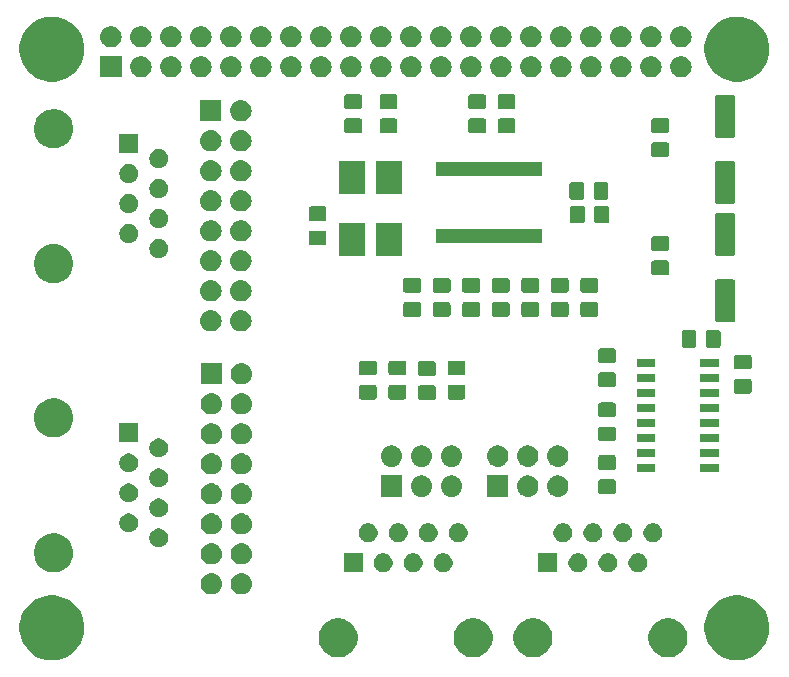
<source format=gbr>
G04 #@! TF.GenerationSoftware,KiCad,Pcbnew,(5.0.2)-1*
G04 #@! TF.CreationDate,2019-06-22T23:22:15-04:00*
G04 #@! TF.ProjectId,RPi-Ham,5250692d-4861-46d2-9e6b-696361645f70,rev?*
G04 #@! TF.SameCoordinates,Original*
G04 #@! TF.FileFunction,Soldermask,Top*
G04 #@! TF.FilePolarity,Negative*
%FSLAX46Y46*%
G04 Gerber Fmt 4.6, Leading zero omitted, Abs format (unit mm)*
G04 Created by KiCad (PCBNEW (5.0.2)-1) date 2019-06-22 23:22:15*
%MOMM*%
%LPD*%
G01*
G04 APERTURE LIST*
%ADD10C,0.100000*%
G04 APERTURE END LIST*
D10*
G36*
X109536693Y-78801859D02*
X109802437Y-78854719D01*
X110303087Y-79062095D01*
X110490774Y-79187504D01*
X110753663Y-79363161D01*
X111136839Y-79746337D01*
X111136841Y-79746340D01*
X111437905Y-80196913D01*
X111571363Y-80519109D01*
X111645281Y-80697564D01*
X111751000Y-81229049D01*
X111751000Y-81770951D01*
X111715186Y-81951000D01*
X111645281Y-82302437D01*
X111437905Y-82803087D01*
X111147636Y-83237504D01*
X111136839Y-83253663D01*
X110753663Y-83636839D01*
X110753660Y-83636841D01*
X110303087Y-83937905D01*
X109802437Y-84145281D01*
X109536693Y-84198141D01*
X109270951Y-84251000D01*
X108729049Y-84251000D01*
X108463307Y-84198141D01*
X108197563Y-84145281D01*
X107696913Y-83937905D01*
X107246340Y-83636841D01*
X107246337Y-83636839D01*
X106863161Y-83253663D01*
X106852364Y-83237504D01*
X106562095Y-82803087D01*
X106354719Y-82302437D01*
X106284814Y-81951000D01*
X106249000Y-81770951D01*
X106249000Y-81229049D01*
X106354719Y-80697564D01*
X106428637Y-80519109D01*
X106562095Y-80196913D01*
X106863159Y-79746340D01*
X106863161Y-79746337D01*
X107246337Y-79363161D01*
X107509226Y-79187504D01*
X107696913Y-79062095D01*
X108197563Y-78854719D01*
X108463307Y-78801859D01*
X108729049Y-78749000D01*
X109270951Y-78749000D01*
X109536693Y-78801859D01*
X109536693Y-78801859D01*
G37*
G36*
X51536693Y-78801859D02*
X51802437Y-78854719D01*
X52303087Y-79062095D01*
X52490774Y-79187504D01*
X52753663Y-79363161D01*
X53136839Y-79746337D01*
X53136841Y-79746340D01*
X53437905Y-80196913D01*
X53571363Y-80519109D01*
X53645281Y-80697564D01*
X53751000Y-81229049D01*
X53751000Y-81770951D01*
X53715186Y-81951000D01*
X53645281Y-82302437D01*
X53437905Y-82803087D01*
X53147636Y-83237504D01*
X53136839Y-83253663D01*
X52753663Y-83636839D01*
X52753660Y-83636841D01*
X52303087Y-83937905D01*
X51802437Y-84145281D01*
X51536693Y-84198141D01*
X51270951Y-84251000D01*
X50729049Y-84251000D01*
X50463307Y-84198141D01*
X50197563Y-84145281D01*
X49696913Y-83937905D01*
X49246340Y-83636841D01*
X49246337Y-83636839D01*
X48863161Y-83253663D01*
X48852364Y-83237504D01*
X48562095Y-82803087D01*
X48354719Y-82302437D01*
X48284814Y-81951000D01*
X48249000Y-81770951D01*
X48249000Y-81229049D01*
X48354719Y-80697564D01*
X48428637Y-80519109D01*
X48562095Y-80196913D01*
X48863159Y-79746340D01*
X48863161Y-79746337D01*
X49246337Y-79363161D01*
X49509226Y-79187504D01*
X49696913Y-79062095D01*
X50197563Y-78854719D01*
X50463307Y-78801859D01*
X50729049Y-78749000D01*
X51270951Y-78749000D01*
X51536693Y-78801859D01*
X51536693Y-78801859D01*
G37*
G36*
X75605256Y-80741298D02*
X75711579Y-80762447D01*
X76012042Y-80886903D01*
X76254637Y-81049000D01*
X76282454Y-81067587D01*
X76512413Y-81297546D01*
X76512415Y-81297549D01*
X76693097Y-81567958D01*
X76810053Y-81850314D01*
X76817553Y-81868422D01*
X76881000Y-82187389D01*
X76881000Y-82512611D01*
X76854786Y-82644395D01*
X76817553Y-82831579D01*
X76693097Y-83132042D01*
X76525485Y-83382891D01*
X76512413Y-83402454D01*
X76282454Y-83632413D01*
X76282451Y-83632415D01*
X76012042Y-83813097D01*
X75711579Y-83937553D01*
X75605427Y-83958668D01*
X75392611Y-84001000D01*
X75067389Y-84001000D01*
X74854573Y-83958668D01*
X74748421Y-83937553D01*
X74447958Y-83813097D01*
X74177549Y-83632415D01*
X74177546Y-83632413D01*
X73947587Y-83402454D01*
X73934515Y-83382891D01*
X73766903Y-83132042D01*
X73642447Y-82831579D01*
X73605214Y-82644395D01*
X73579000Y-82512611D01*
X73579000Y-82187389D01*
X73642447Y-81868422D01*
X73649948Y-81850314D01*
X73766903Y-81567958D01*
X73947585Y-81297549D01*
X73947587Y-81297546D01*
X74177546Y-81067587D01*
X74205363Y-81049000D01*
X74447958Y-80886903D01*
X74748421Y-80762447D01*
X74854744Y-80741298D01*
X75067389Y-80699000D01*
X75392611Y-80699000D01*
X75605256Y-80741298D01*
X75605256Y-80741298D01*
G37*
G36*
X103535256Y-80741298D02*
X103641579Y-80762447D01*
X103942042Y-80886903D01*
X104184637Y-81049000D01*
X104212454Y-81067587D01*
X104442413Y-81297546D01*
X104442415Y-81297549D01*
X104623097Y-81567958D01*
X104740053Y-81850314D01*
X104747553Y-81868422D01*
X104811000Y-82187389D01*
X104811000Y-82512611D01*
X104784786Y-82644395D01*
X104747553Y-82831579D01*
X104623097Y-83132042D01*
X104455485Y-83382891D01*
X104442413Y-83402454D01*
X104212454Y-83632413D01*
X104212451Y-83632415D01*
X103942042Y-83813097D01*
X103641579Y-83937553D01*
X103535427Y-83958668D01*
X103322611Y-84001000D01*
X102997389Y-84001000D01*
X102784573Y-83958668D01*
X102678421Y-83937553D01*
X102377958Y-83813097D01*
X102107549Y-83632415D01*
X102107546Y-83632413D01*
X101877587Y-83402454D01*
X101864515Y-83382891D01*
X101696903Y-83132042D01*
X101572447Y-82831579D01*
X101535214Y-82644395D01*
X101509000Y-82512611D01*
X101509000Y-82187389D01*
X101572447Y-81868422D01*
X101579948Y-81850314D01*
X101696903Y-81567958D01*
X101877585Y-81297549D01*
X101877587Y-81297546D01*
X102107546Y-81067587D01*
X102135363Y-81049000D01*
X102377958Y-80886903D01*
X102678421Y-80762447D01*
X102784744Y-80741298D01*
X102997389Y-80699000D01*
X103322611Y-80699000D01*
X103535256Y-80741298D01*
X103535256Y-80741298D01*
G37*
G36*
X87035256Y-80741298D02*
X87141579Y-80762447D01*
X87442042Y-80886903D01*
X87684637Y-81049000D01*
X87712454Y-81067587D01*
X87942413Y-81297546D01*
X87942415Y-81297549D01*
X88123097Y-81567958D01*
X88240053Y-81850314D01*
X88247553Y-81868422D01*
X88311000Y-82187389D01*
X88311000Y-82512611D01*
X88284786Y-82644395D01*
X88247553Y-82831579D01*
X88123097Y-83132042D01*
X87955485Y-83382891D01*
X87942413Y-83402454D01*
X87712454Y-83632413D01*
X87712451Y-83632415D01*
X87442042Y-83813097D01*
X87141579Y-83937553D01*
X87035427Y-83958668D01*
X86822611Y-84001000D01*
X86497389Y-84001000D01*
X86284573Y-83958668D01*
X86178421Y-83937553D01*
X85877958Y-83813097D01*
X85607549Y-83632415D01*
X85607546Y-83632413D01*
X85377587Y-83402454D01*
X85364515Y-83382891D01*
X85196903Y-83132042D01*
X85072447Y-82831579D01*
X85035214Y-82644395D01*
X85009000Y-82512611D01*
X85009000Y-82187389D01*
X85072447Y-81868422D01*
X85079948Y-81850314D01*
X85196903Y-81567958D01*
X85377585Y-81297549D01*
X85377587Y-81297546D01*
X85607546Y-81067587D01*
X85635363Y-81049000D01*
X85877958Y-80886903D01*
X86178421Y-80762447D01*
X86284744Y-80741298D01*
X86497389Y-80699000D01*
X86822611Y-80699000D01*
X87035256Y-80741298D01*
X87035256Y-80741298D01*
G37*
G36*
X92105256Y-80741298D02*
X92211579Y-80762447D01*
X92512042Y-80886903D01*
X92754637Y-81049000D01*
X92782454Y-81067587D01*
X93012413Y-81297546D01*
X93012415Y-81297549D01*
X93193097Y-81567958D01*
X93310053Y-81850314D01*
X93317553Y-81868422D01*
X93381000Y-82187389D01*
X93381000Y-82512611D01*
X93354786Y-82644395D01*
X93317553Y-82831579D01*
X93193097Y-83132042D01*
X93025485Y-83382891D01*
X93012413Y-83402454D01*
X92782454Y-83632413D01*
X92782451Y-83632415D01*
X92512042Y-83813097D01*
X92211579Y-83937553D01*
X92105427Y-83958668D01*
X91892611Y-84001000D01*
X91567389Y-84001000D01*
X91354573Y-83958668D01*
X91248421Y-83937553D01*
X90947958Y-83813097D01*
X90677549Y-83632415D01*
X90677546Y-83632413D01*
X90447587Y-83402454D01*
X90434515Y-83382891D01*
X90266903Y-83132042D01*
X90142447Y-82831579D01*
X90105214Y-82644395D01*
X90079000Y-82512611D01*
X90079000Y-82187389D01*
X90142447Y-81868422D01*
X90149948Y-81850314D01*
X90266903Y-81567958D01*
X90447585Y-81297549D01*
X90447587Y-81297546D01*
X90677546Y-81067587D01*
X90705363Y-81049000D01*
X90947958Y-80886903D01*
X91248421Y-80762447D01*
X91354744Y-80741298D01*
X91567389Y-80699000D01*
X91892611Y-80699000D01*
X92105256Y-80741298D01*
X92105256Y-80741298D01*
G37*
G36*
X67150442Y-76885518D02*
X67216627Y-76892037D01*
X67329853Y-76926384D01*
X67386467Y-76943557D01*
X67525087Y-77017652D01*
X67542991Y-77027222D01*
X67578729Y-77056552D01*
X67680186Y-77139814D01*
X67763448Y-77241271D01*
X67792778Y-77277009D01*
X67792779Y-77277011D01*
X67876443Y-77433533D01*
X67876443Y-77433534D01*
X67927963Y-77603373D01*
X67945359Y-77780000D01*
X67927963Y-77956627D01*
X67893616Y-78069853D01*
X67876443Y-78126467D01*
X67802348Y-78265087D01*
X67792778Y-78282991D01*
X67763448Y-78318729D01*
X67680186Y-78420186D01*
X67578729Y-78503448D01*
X67542991Y-78532778D01*
X67542989Y-78532779D01*
X67386467Y-78616443D01*
X67329853Y-78633616D01*
X67216627Y-78667963D01*
X67150442Y-78674482D01*
X67084260Y-78681000D01*
X66995740Y-78681000D01*
X66929558Y-78674482D01*
X66863373Y-78667963D01*
X66750147Y-78633616D01*
X66693533Y-78616443D01*
X66537011Y-78532779D01*
X66537009Y-78532778D01*
X66501271Y-78503448D01*
X66399814Y-78420186D01*
X66316552Y-78318729D01*
X66287222Y-78282991D01*
X66277652Y-78265087D01*
X66203557Y-78126467D01*
X66186384Y-78069853D01*
X66152037Y-77956627D01*
X66134641Y-77780000D01*
X66152037Y-77603373D01*
X66203557Y-77433534D01*
X66203557Y-77433533D01*
X66287221Y-77277011D01*
X66287222Y-77277009D01*
X66316552Y-77241271D01*
X66399814Y-77139814D01*
X66501271Y-77056552D01*
X66537009Y-77027222D01*
X66554913Y-77017652D01*
X66693533Y-76943557D01*
X66750147Y-76926384D01*
X66863373Y-76892037D01*
X66929558Y-76885518D01*
X66995740Y-76879000D01*
X67084260Y-76879000D01*
X67150442Y-76885518D01*
X67150442Y-76885518D01*
G37*
G36*
X64610442Y-76885518D02*
X64676627Y-76892037D01*
X64789853Y-76926384D01*
X64846467Y-76943557D01*
X64985087Y-77017652D01*
X65002991Y-77027222D01*
X65038729Y-77056552D01*
X65140186Y-77139814D01*
X65223448Y-77241271D01*
X65252778Y-77277009D01*
X65252779Y-77277011D01*
X65336443Y-77433533D01*
X65336443Y-77433534D01*
X65387963Y-77603373D01*
X65405359Y-77780000D01*
X65387963Y-77956627D01*
X65353616Y-78069853D01*
X65336443Y-78126467D01*
X65262348Y-78265087D01*
X65252778Y-78282991D01*
X65223448Y-78318729D01*
X65140186Y-78420186D01*
X65038729Y-78503448D01*
X65002991Y-78532778D01*
X65002989Y-78532779D01*
X64846467Y-78616443D01*
X64789853Y-78633616D01*
X64676627Y-78667963D01*
X64610442Y-78674482D01*
X64544260Y-78681000D01*
X64455740Y-78681000D01*
X64389558Y-78674482D01*
X64323373Y-78667963D01*
X64210147Y-78633616D01*
X64153533Y-78616443D01*
X63997011Y-78532779D01*
X63997009Y-78532778D01*
X63961271Y-78503448D01*
X63859814Y-78420186D01*
X63776552Y-78318729D01*
X63747222Y-78282991D01*
X63737652Y-78265087D01*
X63663557Y-78126467D01*
X63646384Y-78069853D01*
X63612037Y-77956627D01*
X63594641Y-77780000D01*
X63612037Y-77603373D01*
X63663557Y-77433534D01*
X63663557Y-77433533D01*
X63747221Y-77277011D01*
X63747222Y-77277009D01*
X63776552Y-77241271D01*
X63859814Y-77139814D01*
X63961271Y-77056552D01*
X63997009Y-77027222D01*
X64014913Y-77017652D01*
X64153533Y-76943557D01*
X64210147Y-76926384D01*
X64323373Y-76892037D01*
X64389558Y-76885518D01*
X64455740Y-76879000D01*
X64544260Y-76879000D01*
X64610442Y-76885518D01*
X64610442Y-76885518D01*
G37*
G36*
X51525256Y-73551298D02*
X51631579Y-73572447D01*
X51932042Y-73696903D01*
X52102960Y-73811107D01*
X52202454Y-73877587D01*
X52432413Y-74107546D01*
X52432415Y-74107549D01*
X52540571Y-74269415D01*
X52613098Y-74377960D01*
X52737553Y-74678422D01*
X52801000Y-74997389D01*
X52801000Y-75322611D01*
X52767825Y-75489392D01*
X52737553Y-75641579D01*
X52613097Y-75942042D01*
X52521656Y-76078893D01*
X52432413Y-76212454D01*
X52202454Y-76442413D01*
X52202451Y-76442415D01*
X51932042Y-76623097D01*
X51631579Y-76747553D01*
X51525256Y-76768702D01*
X51312611Y-76811000D01*
X50987389Y-76811000D01*
X50774744Y-76768702D01*
X50668421Y-76747553D01*
X50367958Y-76623097D01*
X50097549Y-76442415D01*
X50097546Y-76442413D01*
X49867587Y-76212454D01*
X49778344Y-76078893D01*
X49686903Y-75942042D01*
X49562447Y-75641579D01*
X49532175Y-75489392D01*
X49499000Y-75322611D01*
X49499000Y-74997389D01*
X49562447Y-74678422D01*
X49686902Y-74377960D01*
X49759430Y-74269415D01*
X49867585Y-74107549D01*
X49867587Y-74107546D01*
X50097546Y-73877587D01*
X50197040Y-73811107D01*
X50367958Y-73696903D01*
X50668421Y-73572447D01*
X50774744Y-73551298D01*
X50987389Y-73509000D01*
X51312611Y-73509000D01*
X51525256Y-73551298D01*
X51525256Y-73551298D01*
G37*
G36*
X79273643Y-75229781D02*
X79419415Y-75290162D01*
X79550611Y-75377824D01*
X79662176Y-75489389D01*
X79749838Y-75620585D01*
X79810219Y-75766357D01*
X79841000Y-75921107D01*
X79841000Y-76078893D01*
X79810219Y-76233643D01*
X79749838Y-76379415D01*
X79662176Y-76510611D01*
X79550611Y-76622176D01*
X79419415Y-76709838D01*
X79273643Y-76770219D01*
X79118893Y-76801000D01*
X78961107Y-76801000D01*
X78806357Y-76770219D01*
X78660585Y-76709838D01*
X78529389Y-76622176D01*
X78417824Y-76510611D01*
X78330162Y-76379415D01*
X78269781Y-76233643D01*
X78239000Y-76078893D01*
X78239000Y-75921107D01*
X78269781Y-75766357D01*
X78330162Y-75620585D01*
X78417824Y-75489389D01*
X78529389Y-75377824D01*
X78660585Y-75290162D01*
X78806357Y-75229781D01*
X78961107Y-75199000D01*
X79118893Y-75199000D01*
X79273643Y-75229781D01*
X79273643Y-75229781D01*
G37*
G36*
X100853643Y-75229781D02*
X100999415Y-75290162D01*
X101130611Y-75377824D01*
X101242176Y-75489389D01*
X101329838Y-75620585D01*
X101390219Y-75766357D01*
X101421000Y-75921107D01*
X101421000Y-76078893D01*
X101390219Y-76233643D01*
X101329838Y-76379415D01*
X101242176Y-76510611D01*
X101130611Y-76622176D01*
X100999415Y-76709838D01*
X100853643Y-76770219D01*
X100698893Y-76801000D01*
X100541107Y-76801000D01*
X100386357Y-76770219D01*
X100240585Y-76709838D01*
X100109389Y-76622176D01*
X99997824Y-76510611D01*
X99910162Y-76379415D01*
X99849781Y-76233643D01*
X99819000Y-76078893D01*
X99819000Y-75921107D01*
X99849781Y-75766357D01*
X99910162Y-75620585D01*
X99997824Y-75489389D01*
X100109389Y-75377824D01*
X100240585Y-75290162D01*
X100386357Y-75229781D01*
X100541107Y-75199000D01*
X100698893Y-75199000D01*
X100853643Y-75229781D01*
X100853643Y-75229781D01*
G37*
G36*
X98313643Y-75229781D02*
X98459415Y-75290162D01*
X98590611Y-75377824D01*
X98702176Y-75489389D01*
X98789838Y-75620585D01*
X98850219Y-75766357D01*
X98881000Y-75921107D01*
X98881000Y-76078893D01*
X98850219Y-76233643D01*
X98789838Y-76379415D01*
X98702176Y-76510611D01*
X98590611Y-76622176D01*
X98459415Y-76709838D01*
X98313643Y-76770219D01*
X98158893Y-76801000D01*
X98001107Y-76801000D01*
X97846357Y-76770219D01*
X97700585Y-76709838D01*
X97569389Y-76622176D01*
X97457824Y-76510611D01*
X97370162Y-76379415D01*
X97309781Y-76233643D01*
X97279000Y-76078893D01*
X97279000Y-75921107D01*
X97309781Y-75766357D01*
X97370162Y-75620585D01*
X97457824Y-75489389D01*
X97569389Y-75377824D01*
X97700585Y-75290162D01*
X97846357Y-75229781D01*
X98001107Y-75199000D01*
X98158893Y-75199000D01*
X98313643Y-75229781D01*
X98313643Y-75229781D01*
G37*
G36*
X95773643Y-75229781D02*
X95919415Y-75290162D01*
X96050611Y-75377824D01*
X96162176Y-75489389D01*
X96249838Y-75620585D01*
X96310219Y-75766357D01*
X96341000Y-75921107D01*
X96341000Y-76078893D01*
X96310219Y-76233643D01*
X96249838Y-76379415D01*
X96162176Y-76510611D01*
X96050611Y-76622176D01*
X95919415Y-76709838D01*
X95773643Y-76770219D01*
X95618893Y-76801000D01*
X95461107Y-76801000D01*
X95306357Y-76770219D01*
X95160585Y-76709838D01*
X95029389Y-76622176D01*
X94917824Y-76510611D01*
X94830162Y-76379415D01*
X94769781Y-76233643D01*
X94739000Y-76078893D01*
X94739000Y-75921107D01*
X94769781Y-75766357D01*
X94830162Y-75620585D01*
X94917824Y-75489389D01*
X95029389Y-75377824D01*
X95160585Y-75290162D01*
X95306357Y-75229781D01*
X95461107Y-75199000D01*
X95618893Y-75199000D01*
X95773643Y-75229781D01*
X95773643Y-75229781D01*
G37*
G36*
X77301000Y-76801000D02*
X75699000Y-76801000D01*
X75699000Y-75199000D01*
X77301000Y-75199000D01*
X77301000Y-76801000D01*
X77301000Y-76801000D01*
G37*
G36*
X81813643Y-75229781D02*
X81959415Y-75290162D01*
X82090611Y-75377824D01*
X82202176Y-75489389D01*
X82289838Y-75620585D01*
X82350219Y-75766357D01*
X82381000Y-75921107D01*
X82381000Y-76078893D01*
X82350219Y-76233643D01*
X82289838Y-76379415D01*
X82202176Y-76510611D01*
X82090611Y-76622176D01*
X81959415Y-76709838D01*
X81813643Y-76770219D01*
X81658893Y-76801000D01*
X81501107Y-76801000D01*
X81346357Y-76770219D01*
X81200585Y-76709838D01*
X81069389Y-76622176D01*
X80957824Y-76510611D01*
X80870162Y-76379415D01*
X80809781Y-76233643D01*
X80779000Y-76078893D01*
X80779000Y-75921107D01*
X80809781Y-75766357D01*
X80870162Y-75620585D01*
X80957824Y-75489389D01*
X81069389Y-75377824D01*
X81200585Y-75290162D01*
X81346357Y-75229781D01*
X81501107Y-75199000D01*
X81658893Y-75199000D01*
X81813643Y-75229781D01*
X81813643Y-75229781D01*
G37*
G36*
X84353643Y-75229781D02*
X84499415Y-75290162D01*
X84630611Y-75377824D01*
X84742176Y-75489389D01*
X84829838Y-75620585D01*
X84890219Y-75766357D01*
X84921000Y-75921107D01*
X84921000Y-76078893D01*
X84890219Y-76233643D01*
X84829838Y-76379415D01*
X84742176Y-76510611D01*
X84630611Y-76622176D01*
X84499415Y-76709838D01*
X84353643Y-76770219D01*
X84198893Y-76801000D01*
X84041107Y-76801000D01*
X83886357Y-76770219D01*
X83740585Y-76709838D01*
X83609389Y-76622176D01*
X83497824Y-76510611D01*
X83410162Y-76379415D01*
X83349781Y-76233643D01*
X83319000Y-76078893D01*
X83319000Y-75921107D01*
X83349781Y-75766357D01*
X83410162Y-75620585D01*
X83497824Y-75489389D01*
X83609389Y-75377824D01*
X83740585Y-75290162D01*
X83886357Y-75229781D01*
X84041107Y-75199000D01*
X84198893Y-75199000D01*
X84353643Y-75229781D01*
X84353643Y-75229781D01*
G37*
G36*
X93801000Y-76801000D02*
X92199000Y-76801000D01*
X92199000Y-75199000D01*
X93801000Y-75199000D01*
X93801000Y-76801000D01*
X93801000Y-76801000D01*
G37*
G36*
X64610443Y-74345519D02*
X64676627Y-74352037D01*
X64789853Y-74386384D01*
X64846467Y-74403557D01*
X64985087Y-74477652D01*
X65002991Y-74487222D01*
X65033397Y-74512176D01*
X65140186Y-74599814D01*
X65189758Y-74660219D01*
X65252778Y-74737009D01*
X65252779Y-74737011D01*
X65336443Y-74893533D01*
X65336443Y-74893534D01*
X65387963Y-75063373D01*
X65405359Y-75240000D01*
X65387963Y-75416627D01*
X65365891Y-75489389D01*
X65336443Y-75586467D01*
X65262348Y-75725087D01*
X65252778Y-75742991D01*
X65233602Y-75766357D01*
X65140186Y-75880186D01*
X65064813Y-75942042D01*
X65002991Y-75992778D01*
X65002989Y-75992779D01*
X64846467Y-76076443D01*
X64789853Y-76093616D01*
X64676627Y-76127963D01*
X64610443Y-76134481D01*
X64544260Y-76141000D01*
X64455740Y-76141000D01*
X64389557Y-76134481D01*
X64323373Y-76127963D01*
X64210147Y-76093616D01*
X64153533Y-76076443D01*
X63997011Y-75992779D01*
X63997009Y-75992778D01*
X63935187Y-75942042D01*
X63859814Y-75880186D01*
X63766398Y-75766357D01*
X63747222Y-75742991D01*
X63737652Y-75725087D01*
X63663557Y-75586467D01*
X63634109Y-75489389D01*
X63612037Y-75416627D01*
X63594641Y-75240000D01*
X63612037Y-75063373D01*
X63663557Y-74893534D01*
X63663557Y-74893533D01*
X63747221Y-74737011D01*
X63747222Y-74737009D01*
X63810242Y-74660219D01*
X63859814Y-74599814D01*
X63966603Y-74512176D01*
X63997009Y-74487222D01*
X64014913Y-74477652D01*
X64153533Y-74403557D01*
X64210147Y-74386384D01*
X64323373Y-74352037D01*
X64389557Y-74345519D01*
X64455740Y-74339000D01*
X64544260Y-74339000D01*
X64610443Y-74345519D01*
X64610443Y-74345519D01*
G37*
G36*
X67150443Y-74345519D02*
X67216627Y-74352037D01*
X67329853Y-74386384D01*
X67386467Y-74403557D01*
X67525087Y-74477652D01*
X67542991Y-74487222D01*
X67573397Y-74512176D01*
X67680186Y-74599814D01*
X67729758Y-74660219D01*
X67792778Y-74737009D01*
X67792779Y-74737011D01*
X67876443Y-74893533D01*
X67876443Y-74893534D01*
X67927963Y-75063373D01*
X67945359Y-75240000D01*
X67927963Y-75416627D01*
X67905891Y-75489389D01*
X67876443Y-75586467D01*
X67802348Y-75725087D01*
X67792778Y-75742991D01*
X67773602Y-75766357D01*
X67680186Y-75880186D01*
X67604813Y-75942042D01*
X67542991Y-75992778D01*
X67542989Y-75992779D01*
X67386467Y-76076443D01*
X67329853Y-76093616D01*
X67216627Y-76127963D01*
X67150443Y-76134481D01*
X67084260Y-76141000D01*
X66995740Y-76141000D01*
X66929557Y-76134481D01*
X66863373Y-76127963D01*
X66750147Y-76093616D01*
X66693533Y-76076443D01*
X66537011Y-75992779D01*
X66537009Y-75992778D01*
X66475187Y-75942042D01*
X66399814Y-75880186D01*
X66306398Y-75766357D01*
X66287222Y-75742991D01*
X66277652Y-75725087D01*
X66203557Y-75586467D01*
X66174109Y-75489389D01*
X66152037Y-75416627D01*
X66134641Y-75240000D01*
X66152037Y-75063373D01*
X66203557Y-74893534D01*
X66203557Y-74893533D01*
X66287221Y-74737011D01*
X66287222Y-74737009D01*
X66350242Y-74660219D01*
X66399814Y-74599814D01*
X66506603Y-74512176D01*
X66537009Y-74487222D01*
X66554913Y-74477652D01*
X66693533Y-74403557D01*
X66750147Y-74386384D01*
X66863373Y-74352037D01*
X66929557Y-74345519D01*
X66995740Y-74339000D01*
X67084260Y-74339000D01*
X67150443Y-74345519D01*
X67150443Y-74345519D01*
G37*
G36*
X60273643Y-73119781D02*
X60419415Y-73180162D01*
X60550611Y-73267824D01*
X60662176Y-73379389D01*
X60749838Y-73510585D01*
X60810219Y-73656357D01*
X60841000Y-73811107D01*
X60841000Y-73968893D01*
X60810219Y-74123643D01*
X60749838Y-74269415D01*
X60662176Y-74400611D01*
X60550611Y-74512176D01*
X60419415Y-74599838D01*
X60273643Y-74660219D01*
X60118893Y-74691000D01*
X59961107Y-74691000D01*
X59806357Y-74660219D01*
X59660585Y-74599838D01*
X59529389Y-74512176D01*
X59417824Y-74400611D01*
X59330162Y-74269415D01*
X59269781Y-74123643D01*
X59239000Y-73968893D01*
X59239000Y-73811107D01*
X59269781Y-73656357D01*
X59330162Y-73510585D01*
X59417824Y-73379389D01*
X59529389Y-73267824D01*
X59660585Y-73180162D01*
X59806357Y-73119781D01*
X59961107Y-73089000D01*
X60118893Y-73089000D01*
X60273643Y-73119781D01*
X60273643Y-73119781D01*
G37*
G36*
X94503643Y-72689781D02*
X94649415Y-72750162D01*
X94780611Y-72837824D01*
X94892176Y-72949389D01*
X94979838Y-73080585D01*
X95040219Y-73226357D01*
X95071000Y-73381107D01*
X95071000Y-73538893D01*
X95040219Y-73693643D01*
X94979838Y-73839415D01*
X94892176Y-73970611D01*
X94780611Y-74082176D01*
X94649415Y-74169838D01*
X94503643Y-74230219D01*
X94348893Y-74261000D01*
X94191107Y-74261000D01*
X94036357Y-74230219D01*
X93890585Y-74169838D01*
X93759389Y-74082176D01*
X93647824Y-73970611D01*
X93560162Y-73839415D01*
X93499781Y-73693643D01*
X93469000Y-73538893D01*
X93469000Y-73381107D01*
X93499781Y-73226357D01*
X93560162Y-73080585D01*
X93647824Y-72949389D01*
X93759389Y-72837824D01*
X93890585Y-72750162D01*
X94036357Y-72689781D01*
X94191107Y-72659000D01*
X94348893Y-72659000D01*
X94503643Y-72689781D01*
X94503643Y-72689781D01*
G37*
G36*
X85623643Y-72689781D02*
X85769415Y-72750162D01*
X85900611Y-72837824D01*
X86012176Y-72949389D01*
X86099838Y-73080585D01*
X86160219Y-73226357D01*
X86191000Y-73381107D01*
X86191000Y-73538893D01*
X86160219Y-73693643D01*
X86099838Y-73839415D01*
X86012176Y-73970611D01*
X85900611Y-74082176D01*
X85769415Y-74169838D01*
X85623643Y-74230219D01*
X85468893Y-74261000D01*
X85311107Y-74261000D01*
X85156357Y-74230219D01*
X85010585Y-74169838D01*
X84879389Y-74082176D01*
X84767824Y-73970611D01*
X84680162Y-73839415D01*
X84619781Y-73693643D01*
X84589000Y-73538893D01*
X84589000Y-73381107D01*
X84619781Y-73226357D01*
X84680162Y-73080585D01*
X84767824Y-72949389D01*
X84879389Y-72837824D01*
X85010585Y-72750162D01*
X85156357Y-72689781D01*
X85311107Y-72659000D01*
X85468893Y-72659000D01*
X85623643Y-72689781D01*
X85623643Y-72689781D01*
G37*
G36*
X97043643Y-72689781D02*
X97189415Y-72750162D01*
X97320611Y-72837824D01*
X97432176Y-72949389D01*
X97519838Y-73080585D01*
X97580219Y-73226357D01*
X97611000Y-73381107D01*
X97611000Y-73538893D01*
X97580219Y-73693643D01*
X97519838Y-73839415D01*
X97432176Y-73970611D01*
X97320611Y-74082176D01*
X97189415Y-74169838D01*
X97043643Y-74230219D01*
X96888893Y-74261000D01*
X96731107Y-74261000D01*
X96576357Y-74230219D01*
X96430585Y-74169838D01*
X96299389Y-74082176D01*
X96187824Y-73970611D01*
X96100162Y-73839415D01*
X96039781Y-73693643D01*
X96009000Y-73538893D01*
X96009000Y-73381107D01*
X96039781Y-73226357D01*
X96100162Y-73080585D01*
X96187824Y-72949389D01*
X96299389Y-72837824D01*
X96430585Y-72750162D01*
X96576357Y-72689781D01*
X96731107Y-72659000D01*
X96888893Y-72659000D01*
X97043643Y-72689781D01*
X97043643Y-72689781D01*
G37*
G36*
X99583643Y-72689781D02*
X99729415Y-72750162D01*
X99860611Y-72837824D01*
X99972176Y-72949389D01*
X100059838Y-73080585D01*
X100120219Y-73226357D01*
X100151000Y-73381107D01*
X100151000Y-73538893D01*
X100120219Y-73693643D01*
X100059838Y-73839415D01*
X99972176Y-73970611D01*
X99860611Y-74082176D01*
X99729415Y-74169838D01*
X99583643Y-74230219D01*
X99428893Y-74261000D01*
X99271107Y-74261000D01*
X99116357Y-74230219D01*
X98970585Y-74169838D01*
X98839389Y-74082176D01*
X98727824Y-73970611D01*
X98640162Y-73839415D01*
X98579781Y-73693643D01*
X98549000Y-73538893D01*
X98549000Y-73381107D01*
X98579781Y-73226357D01*
X98640162Y-73080585D01*
X98727824Y-72949389D01*
X98839389Y-72837824D01*
X98970585Y-72750162D01*
X99116357Y-72689781D01*
X99271107Y-72659000D01*
X99428893Y-72659000D01*
X99583643Y-72689781D01*
X99583643Y-72689781D01*
G37*
G36*
X78003643Y-72689781D02*
X78149415Y-72750162D01*
X78280611Y-72837824D01*
X78392176Y-72949389D01*
X78479838Y-73080585D01*
X78540219Y-73226357D01*
X78571000Y-73381107D01*
X78571000Y-73538893D01*
X78540219Y-73693643D01*
X78479838Y-73839415D01*
X78392176Y-73970611D01*
X78280611Y-74082176D01*
X78149415Y-74169838D01*
X78003643Y-74230219D01*
X77848893Y-74261000D01*
X77691107Y-74261000D01*
X77536357Y-74230219D01*
X77390585Y-74169838D01*
X77259389Y-74082176D01*
X77147824Y-73970611D01*
X77060162Y-73839415D01*
X76999781Y-73693643D01*
X76969000Y-73538893D01*
X76969000Y-73381107D01*
X76999781Y-73226357D01*
X77060162Y-73080585D01*
X77147824Y-72949389D01*
X77259389Y-72837824D01*
X77390585Y-72750162D01*
X77536357Y-72689781D01*
X77691107Y-72659000D01*
X77848893Y-72659000D01*
X78003643Y-72689781D01*
X78003643Y-72689781D01*
G37*
G36*
X83083643Y-72689781D02*
X83229415Y-72750162D01*
X83360611Y-72837824D01*
X83472176Y-72949389D01*
X83559838Y-73080585D01*
X83620219Y-73226357D01*
X83651000Y-73381107D01*
X83651000Y-73538893D01*
X83620219Y-73693643D01*
X83559838Y-73839415D01*
X83472176Y-73970611D01*
X83360611Y-74082176D01*
X83229415Y-74169838D01*
X83083643Y-74230219D01*
X82928893Y-74261000D01*
X82771107Y-74261000D01*
X82616357Y-74230219D01*
X82470585Y-74169838D01*
X82339389Y-74082176D01*
X82227824Y-73970611D01*
X82140162Y-73839415D01*
X82079781Y-73693643D01*
X82049000Y-73538893D01*
X82049000Y-73381107D01*
X82079781Y-73226357D01*
X82140162Y-73080585D01*
X82227824Y-72949389D01*
X82339389Y-72837824D01*
X82470585Y-72750162D01*
X82616357Y-72689781D01*
X82771107Y-72659000D01*
X82928893Y-72659000D01*
X83083643Y-72689781D01*
X83083643Y-72689781D01*
G37*
G36*
X80543643Y-72689781D02*
X80689415Y-72750162D01*
X80820611Y-72837824D01*
X80932176Y-72949389D01*
X81019838Y-73080585D01*
X81080219Y-73226357D01*
X81111000Y-73381107D01*
X81111000Y-73538893D01*
X81080219Y-73693643D01*
X81019838Y-73839415D01*
X80932176Y-73970611D01*
X80820611Y-74082176D01*
X80689415Y-74169838D01*
X80543643Y-74230219D01*
X80388893Y-74261000D01*
X80231107Y-74261000D01*
X80076357Y-74230219D01*
X79930585Y-74169838D01*
X79799389Y-74082176D01*
X79687824Y-73970611D01*
X79600162Y-73839415D01*
X79539781Y-73693643D01*
X79509000Y-73538893D01*
X79509000Y-73381107D01*
X79539781Y-73226357D01*
X79600162Y-73080585D01*
X79687824Y-72949389D01*
X79799389Y-72837824D01*
X79930585Y-72750162D01*
X80076357Y-72689781D01*
X80231107Y-72659000D01*
X80388893Y-72659000D01*
X80543643Y-72689781D01*
X80543643Y-72689781D01*
G37*
G36*
X102123643Y-72689781D02*
X102269415Y-72750162D01*
X102400611Y-72837824D01*
X102512176Y-72949389D01*
X102599838Y-73080585D01*
X102660219Y-73226357D01*
X102691000Y-73381107D01*
X102691000Y-73538893D01*
X102660219Y-73693643D01*
X102599838Y-73839415D01*
X102512176Y-73970611D01*
X102400611Y-74082176D01*
X102269415Y-74169838D01*
X102123643Y-74230219D01*
X101968893Y-74261000D01*
X101811107Y-74261000D01*
X101656357Y-74230219D01*
X101510585Y-74169838D01*
X101379389Y-74082176D01*
X101267824Y-73970611D01*
X101180162Y-73839415D01*
X101119781Y-73693643D01*
X101089000Y-73538893D01*
X101089000Y-73381107D01*
X101119781Y-73226357D01*
X101180162Y-73080585D01*
X101267824Y-72949389D01*
X101379389Y-72837824D01*
X101510585Y-72750162D01*
X101656357Y-72689781D01*
X101811107Y-72659000D01*
X101968893Y-72659000D01*
X102123643Y-72689781D01*
X102123643Y-72689781D01*
G37*
G36*
X64610442Y-71805518D02*
X64676627Y-71812037D01*
X64789853Y-71846384D01*
X64846467Y-71863557D01*
X64933659Y-71910163D01*
X65002991Y-71947222D01*
X65033397Y-71972176D01*
X65140186Y-72059814D01*
X65189758Y-72120219D01*
X65252778Y-72197009D01*
X65252779Y-72197011D01*
X65336443Y-72353533D01*
X65336443Y-72353534D01*
X65387963Y-72523373D01*
X65405359Y-72700000D01*
X65387963Y-72876627D01*
X65365891Y-72949389D01*
X65336443Y-73046467D01*
X65291468Y-73130608D01*
X65252778Y-73202991D01*
X65233602Y-73226357D01*
X65140186Y-73340186D01*
X65041712Y-73421000D01*
X65002991Y-73452778D01*
X65002989Y-73452779D01*
X64846467Y-73536443D01*
X64789853Y-73553616D01*
X64676627Y-73587963D01*
X64610443Y-73594481D01*
X64544260Y-73601000D01*
X64455740Y-73601000D01*
X64389557Y-73594481D01*
X64323373Y-73587963D01*
X64210147Y-73553616D01*
X64153533Y-73536443D01*
X63997011Y-73452779D01*
X63997009Y-73452778D01*
X63958288Y-73421000D01*
X63859814Y-73340186D01*
X63766398Y-73226357D01*
X63747222Y-73202991D01*
X63708532Y-73130608D01*
X63663557Y-73046467D01*
X63634109Y-72949389D01*
X63612037Y-72876627D01*
X63594641Y-72700000D01*
X63612037Y-72523373D01*
X63663557Y-72353534D01*
X63663557Y-72353533D01*
X63747221Y-72197011D01*
X63747222Y-72197009D01*
X63810242Y-72120219D01*
X63859814Y-72059814D01*
X63966603Y-71972176D01*
X63997009Y-71947222D01*
X64066341Y-71910163D01*
X64153533Y-71863557D01*
X64210147Y-71846384D01*
X64323373Y-71812037D01*
X64389558Y-71805518D01*
X64455740Y-71799000D01*
X64544260Y-71799000D01*
X64610442Y-71805518D01*
X64610442Y-71805518D01*
G37*
G36*
X67150442Y-71805518D02*
X67216627Y-71812037D01*
X67329853Y-71846384D01*
X67386467Y-71863557D01*
X67473659Y-71910163D01*
X67542991Y-71947222D01*
X67573397Y-71972176D01*
X67680186Y-72059814D01*
X67729758Y-72120219D01*
X67792778Y-72197009D01*
X67792779Y-72197011D01*
X67876443Y-72353533D01*
X67876443Y-72353534D01*
X67927963Y-72523373D01*
X67945359Y-72700000D01*
X67927963Y-72876627D01*
X67905891Y-72949389D01*
X67876443Y-73046467D01*
X67831468Y-73130608D01*
X67792778Y-73202991D01*
X67773602Y-73226357D01*
X67680186Y-73340186D01*
X67581712Y-73421000D01*
X67542991Y-73452778D01*
X67542989Y-73452779D01*
X67386467Y-73536443D01*
X67329853Y-73553616D01*
X67216627Y-73587963D01*
X67150443Y-73594481D01*
X67084260Y-73601000D01*
X66995740Y-73601000D01*
X66929557Y-73594481D01*
X66863373Y-73587963D01*
X66750147Y-73553616D01*
X66693533Y-73536443D01*
X66537011Y-73452779D01*
X66537009Y-73452778D01*
X66498288Y-73421000D01*
X66399814Y-73340186D01*
X66306398Y-73226357D01*
X66287222Y-73202991D01*
X66248532Y-73130608D01*
X66203557Y-73046467D01*
X66174109Y-72949389D01*
X66152037Y-72876627D01*
X66134641Y-72700000D01*
X66152037Y-72523373D01*
X66203557Y-72353534D01*
X66203557Y-72353533D01*
X66287221Y-72197011D01*
X66287222Y-72197009D01*
X66350242Y-72120219D01*
X66399814Y-72059814D01*
X66506603Y-71972176D01*
X66537009Y-71947222D01*
X66606341Y-71910163D01*
X66693533Y-71863557D01*
X66750147Y-71846384D01*
X66863373Y-71812037D01*
X66929558Y-71805518D01*
X66995740Y-71799000D01*
X67084260Y-71799000D01*
X67150442Y-71805518D01*
X67150442Y-71805518D01*
G37*
G36*
X57733643Y-71849781D02*
X57879415Y-71910162D01*
X58010611Y-71997824D01*
X58122176Y-72109389D01*
X58209838Y-72240585D01*
X58270219Y-72386357D01*
X58301000Y-72541107D01*
X58301000Y-72698893D01*
X58270219Y-72853643D01*
X58209838Y-72999415D01*
X58122176Y-73130611D01*
X58010611Y-73242176D01*
X57879415Y-73329838D01*
X57733643Y-73390219D01*
X57578893Y-73421000D01*
X57421107Y-73421000D01*
X57266357Y-73390219D01*
X57120585Y-73329838D01*
X56989389Y-73242176D01*
X56877824Y-73130611D01*
X56790162Y-72999415D01*
X56729781Y-72853643D01*
X56699000Y-72698893D01*
X56699000Y-72541107D01*
X56729781Y-72386357D01*
X56790162Y-72240585D01*
X56877824Y-72109389D01*
X56989389Y-71997824D01*
X57120585Y-71910162D01*
X57266357Y-71849781D01*
X57421107Y-71819000D01*
X57578893Y-71819000D01*
X57733643Y-71849781D01*
X57733643Y-71849781D01*
G37*
G36*
X60273643Y-70579781D02*
X60419415Y-70640162D01*
X60550611Y-70727824D01*
X60662176Y-70839389D01*
X60749838Y-70970585D01*
X60810219Y-71116357D01*
X60841000Y-71271107D01*
X60841000Y-71428893D01*
X60810219Y-71583643D01*
X60749838Y-71729415D01*
X60662176Y-71860611D01*
X60550611Y-71972176D01*
X60419415Y-72059838D01*
X60273643Y-72120219D01*
X60118893Y-72151000D01*
X59961107Y-72151000D01*
X59806357Y-72120219D01*
X59660585Y-72059838D01*
X59529389Y-71972176D01*
X59417824Y-71860611D01*
X59330162Y-71729415D01*
X59269781Y-71583643D01*
X59239000Y-71428893D01*
X59239000Y-71271107D01*
X59269781Y-71116357D01*
X59330162Y-70970585D01*
X59417824Y-70839389D01*
X59529389Y-70727824D01*
X59660585Y-70640162D01*
X59806357Y-70579781D01*
X59961107Y-70549000D01*
X60118893Y-70549000D01*
X60273643Y-70579781D01*
X60273643Y-70579781D01*
G37*
G36*
X64610443Y-69265519D02*
X64676627Y-69272037D01*
X64789853Y-69306384D01*
X64846467Y-69323557D01*
X64933659Y-69370163D01*
X65002991Y-69407222D01*
X65033397Y-69432176D01*
X65140186Y-69519814D01*
X65189758Y-69580219D01*
X65252778Y-69657009D01*
X65252779Y-69657011D01*
X65336443Y-69813533D01*
X65336443Y-69813534D01*
X65387963Y-69983373D01*
X65405359Y-70160000D01*
X65387963Y-70336627D01*
X65353616Y-70449853D01*
X65336443Y-70506467D01*
X65291468Y-70590608D01*
X65252778Y-70662991D01*
X65223448Y-70698729D01*
X65140186Y-70800186D01*
X65041712Y-70881000D01*
X65002991Y-70912778D01*
X65002989Y-70912779D01*
X64846467Y-70996443D01*
X64789853Y-71013616D01*
X64676627Y-71047963D01*
X64610442Y-71054482D01*
X64544260Y-71061000D01*
X64455740Y-71061000D01*
X64389558Y-71054482D01*
X64323373Y-71047963D01*
X64210147Y-71013616D01*
X64153533Y-70996443D01*
X63997011Y-70912779D01*
X63997009Y-70912778D01*
X63958288Y-70881000D01*
X63859814Y-70800186D01*
X63776552Y-70698729D01*
X63747222Y-70662991D01*
X63708532Y-70590608D01*
X63663557Y-70506467D01*
X63646384Y-70449853D01*
X63612037Y-70336627D01*
X63594641Y-70160000D01*
X63612037Y-69983373D01*
X63663557Y-69813534D01*
X63663557Y-69813533D01*
X63747221Y-69657011D01*
X63747222Y-69657009D01*
X63810242Y-69580219D01*
X63859814Y-69519814D01*
X63966603Y-69432176D01*
X63997009Y-69407222D01*
X64066341Y-69370163D01*
X64153533Y-69323557D01*
X64210147Y-69306384D01*
X64323373Y-69272037D01*
X64389557Y-69265519D01*
X64455740Y-69259000D01*
X64544260Y-69259000D01*
X64610443Y-69265519D01*
X64610443Y-69265519D01*
G37*
G36*
X67150443Y-69265519D02*
X67216627Y-69272037D01*
X67329853Y-69306384D01*
X67386467Y-69323557D01*
X67473659Y-69370163D01*
X67542991Y-69407222D01*
X67573397Y-69432176D01*
X67680186Y-69519814D01*
X67729758Y-69580219D01*
X67792778Y-69657009D01*
X67792779Y-69657011D01*
X67876443Y-69813533D01*
X67876443Y-69813534D01*
X67927963Y-69983373D01*
X67945359Y-70160000D01*
X67927963Y-70336627D01*
X67893616Y-70449853D01*
X67876443Y-70506467D01*
X67831468Y-70590608D01*
X67792778Y-70662991D01*
X67763448Y-70698729D01*
X67680186Y-70800186D01*
X67581712Y-70881000D01*
X67542991Y-70912778D01*
X67542989Y-70912779D01*
X67386467Y-70996443D01*
X67329853Y-71013616D01*
X67216627Y-71047963D01*
X67150442Y-71054482D01*
X67084260Y-71061000D01*
X66995740Y-71061000D01*
X66929558Y-71054482D01*
X66863373Y-71047963D01*
X66750147Y-71013616D01*
X66693533Y-70996443D01*
X66537011Y-70912779D01*
X66537009Y-70912778D01*
X66498288Y-70881000D01*
X66399814Y-70800186D01*
X66316552Y-70698729D01*
X66287222Y-70662991D01*
X66248532Y-70590608D01*
X66203557Y-70506467D01*
X66186384Y-70449853D01*
X66152037Y-70336627D01*
X66134641Y-70160000D01*
X66152037Y-69983373D01*
X66203557Y-69813534D01*
X66203557Y-69813533D01*
X66287221Y-69657011D01*
X66287222Y-69657009D01*
X66350242Y-69580219D01*
X66399814Y-69519814D01*
X66506603Y-69432176D01*
X66537009Y-69407222D01*
X66606341Y-69370163D01*
X66693533Y-69323557D01*
X66750147Y-69306384D01*
X66863373Y-69272037D01*
X66929557Y-69265519D01*
X66995740Y-69259000D01*
X67084260Y-69259000D01*
X67150443Y-69265519D01*
X67150443Y-69265519D01*
G37*
G36*
X57733643Y-69309781D02*
X57879415Y-69370162D01*
X58010611Y-69457824D01*
X58122176Y-69569389D01*
X58209838Y-69700585D01*
X58270219Y-69846357D01*
X58301000Y-70001107D01*
X58301000Y-70158893D01*
X58270219Y-70313643D01*
X58209838Y-70459415D01*
X58122176Y-70590611D01*
X58010611Y-70702176D01*
X57879415Y-70789838D01*
X57733643Y-70850219D01*
X57578893Y-70881000D01*
X57421107Y-70881000D01*
X57266357Y-70850219D01*
X57120585Y-70789838D01*
X56989389Y-70702176D01*
X56877824Y-70590611D01*
X56790162Y-70459415D01*
X56729781Y-70313643D01*
X56699000Y-70158893D01*
X56699000Y-70001107D01*
X56729781Y-69846357D01*
X56790162Y-69700585D01*
X56877824Y-69569389D01*
X56989389Y-69457824D01*
X57120585Y-69370162D01*
X57266357Y-69309781D01*
X57421107Y-69279000D01*
X57578893Y-69279000D01*
X57733643Y-69309781D01*
X57733643Y-69309781D01*
G37*
G36*
X82400442Y-68605518D02*
X82466627Y-68612037D01*
X82579853Y-68646384D01*
X82636467Y-68663557D01*
X82762842Y-68731107D01*
X82792991Y-68747222D01*
X82828729Y-68776552D01*
X82930186Y-68859814D01*
X82987153Y-68929230D01*
X83042778Y-68997009D01*
X83042779Y-68997011D01*
X83126443Y-69153533D01*
X83126443Y-69153534D01*
X83177963Y-69323373D01*
X83195359Y-69500000D01*
X83177963Y-69676627D01*
X83170695Y-69700585D01*
X83126443Y-69846467D01*
X83095783Y-69903827D01*
X83042778Y-70002991D01*
X83038681Y-70007983D01*
X82930186Y-70140186D01*
X82828729Y-70223448D01*
X82792991Y-70252778D01*
X82792989Y-70252779D01*
X82636467Y-70336443D01*
X82579853Y-70353616D01*
X82466627Y-70387963D01*
X82400442Y-70394482D01*
X82334260Y-70401000D01*
X82245740Y-70401000D01*
X82179558Y-70394482D01*
X82113373Y-70387963D01*
X82000147Y-70353616D01*
X81943533Y-70336443D01*
X81787011Y-70252779D01*
X81787009Y-70252778D01*
X81751271Y-70223448D01*
X81649814Y-70140186D01*
X81541319Y-70007983D01*
X81537222Y-70002991D01*
X81484217Y-69903827D01*
X81453557Y-69846467D01*
X81409305Y-69700585D01*
X81402037Y-69676627D01*
X81384641Y-69500000D01*
X81402037Y-69323373D01*
X81453557Y-69153534D01*
X81453557Y-69153533D01*
X81537221Y-68997011D01*
X81537222Y-68997009D01*
X81592847Y-68929230D01*
X81649814Y-68859814D01*
X81751271Y-68776552D01*
X81787009Y-68747222D01*
X81817158Y-68731107D01*
X81943533Y-68663557D01*
X82000147Y-68646384D01*
X82113373Y-68612037D01*
X82179558Y-68605518D01*
X82245740Y-68599000D01*
X82334260Y-68599000D01*
X82400442Y-68605518D01*
X82400442Y-68605518D01*
G37*
G36*
X93940442Y-68605518D02*
X94006627Y-68612037D01*
X94119853Y-68646384D01*
X94176467Y-68663557D01*
X94302842Y-68731107D01*
X94332991Y-68747222D01*
X94368729Y-68776552D01*
X94470186Y-68859814D01*
X94527153Y-68929230D01*
X94582778Y-68997009D01*
X94582779Y-68997011D01*
X94666443Y-69153533D01*
X94666443Y-69153534D01*
X94717963Y-69323373D01*
X94735359Y-69500000D01*
X94717963Y-69676627D01*
X94710695Y-69700585D01*
X94666443Y-69846467D01*
X94635783Y-69903827D01*
X94582778Y-70002991D01*
X94578681Y-70007983D01*
X94470186Y-70140186D01*
X94368729Y-70223448D01*
X94332991Y-70252778D01*
X94332989Y-70252779D01*
X94176467Y-70336443D01*
X94119853Y-70353616D01*
X94006627Y-70387963D01*
X93940442Y-70394482D01*
X93874260Y-70401000D01*
X93785740Y-70401000D01*
X93719558Y-70394482D01*
X93653373Y-70387963D01*
X93540147Y-70353616D01*
X93483533Y-70336443D01*
X93327011Y-70252779D01*
X93327009Y-70252778D01*
X93291271Y-70223448D01*
X93189814Y-70140186D01*
X93081319Y-70007983D01*
X93077222Y-70002991D01*
X93024217Y-69903827D01*
X92993557Y-69846467D01*
X92949305Y-69700585D01*
X92942037Y-69676627D01*
X92924641Y-69500000D01*
X92942037Y-69323373D01*
X92993557Y-69153534D01*
X92993557Y-69153533D01*
X93077221Y-68997011D01*
X93077222Y-68997009D01*
X93132847Y-68929230D01*
X93189814Y-68859814D01*
X93291271Y-68776552D01*
X93327009Y-68747222D01*
X93357158Y-68731107D01*
X93483533Y-68663557D01*
X93540147Y-68646384D01*
X93653373Y-68612037D01*
X93719558Y-68605518D01*
X93785740Y-68599000D01*
X93874260Y-68599000D01*
X93940442Y-68605518D01*
X93940442Y-68605518D01*
G37*
G36*
X80651000Y-70401000D02*
X78849000Y-70401000D01*
X78849000Y-68599000D01*
X80651000Y-68599000D01*
X80651000Y-70401000D01*
X80651000Y-70401000D01*
G37*
G36*
X84940442Y-68605518D02*
X85006627Y-68612037D01*
X85119853Y-68646384D01*
X85176467Y-68663557D01*
X85302842Y-68731107D01*
X85332991Y-68747222D01*
X85368729Y-68776552D01*
X85470186Y-68859814D01*
X85527153Y-68929230D01*
X85582778Y-68997009D01*
X85582779Y-68997011D01*
X85666443Y-69153533D01*
X85666443Y-69153534D01*
X85717963Y-69323373D01*
X85735359Y-69500000D01*
X85717963Y-69676627D01*
X85710695Y-69700585D01*
X85666443Y-69846467D01*
X85635783Y-69903827D01*
X85582778Y-70002991D01*
X85578681Y-70007983D01*
X85470186Y-70140186D01*
X85368729Y-70223448D01*
X85332991Y-70252778D01*
X85332989Y-70252779D01*
X85176467Y-70336443D01*
X85119853Y-70353616D01*
X85006627Y-70387963D01*
X84940442Y-70394482D01*
X84874260Y-70401000D01*
X84785740Y-70401000D01*
X84719558Y-70394482D01*
X84653373Y-70387963D01*
X84540147Y-70353616D01*
X84483533Y-70336443D01*
X84327011Y-70252779D01*
X84327009Y-70252778D01*
X84291271Y-70223448D01*
X84189814Y-70140186D01*
X84081319Y-70007983D01*
X84077222Y-70002991D01*
X84024217Y-69903827D01*
X83993557Y-69846467D01*
X83949305Y-69700585D01*
X83942037Y-69676627D01*
X83924641Y-69500000D01*
X83942037Y-69323373D01*
X83993557Y-69153534D01*
X83993557Y-69153533D01*
X84077221Y-68997011D01*
X84077222Y-68997009D01*
X84132847Y-68929230D01*
X84189814Y-68859814D01*
X84291271Y-68776552D01*
X84327009Y-68747222D01*
X84357158Y-68731107D01*
X84483533Y-68663557D01*
X84540147Y-68646384D01*
X84653373Y-68612037D01*
X84719558Y-68605518D01*
X84785740Y-68599000D01*
X84874260Y-68599000D01*
X84940442Y-68605518D01*
X84940442Y-68605518D01*
G37*
G36*
X89651000Y-70401000D02*
X87849000Y-70401000D01*
X87849000Y-68599000D01*
X89651000Y-68599000D01*
X89651000Y-70401000D01*
X89651000Y-70401000D01*
G37*
G36*
X91400442Y-68605518D02*
X91466627Y-68612037D01*
X91579853Y-68646384D01*
X91636467Y-68663557D01*
X91762842Y-68731107D01*
X91792991Y-68747222D01*
X91828729Y-68776552D01*
X91930186Y-68859814D01*
X91987153Y-68929230D01*
X92042778Y-68997009D01*
X92042779Y-68997011D01*
X92126443Y-69153533D01*
X92126443Y-69153534D01*
X92177963Y-69323373D01*
X92195359Y-69500000D01*
X92177963Y-69676627D01*
X92170695Y-69700585D01*
X92126443Y-69846467D01*
X92095783Y-69903827D01*
X92042778Y-70002991D01*
X92038681Y-70007983D01*
X91930186Y-70140186D01*
X91828729Y-70223448D01*
X91792991Y-70252778D01*
X91792989Y-70252779D01*
X91636467Y-70336443D01*
X91579853Y-70353616D01*
X91466627Y-70387963D01*
X91400442Y-70394482D01*
X91334260Y-70401000D01*
X91245740Y-70401000D01*
X91179558Y-70394482D01*
X91113373Y-70387963D01*
X91000147Y-70353616D01*
X90943533Y-70336443D01*
X90787011Y-70252779D01*
X90787009Y-70252778D01*
X90751271Y-70223448D01*
X90649814Y-70140186D01*
X90541319Y-70007983D01*
X90537222Y-70002991D01*
X90484217Y-69903827D01*
X90453557Y-69846467D01*
X90409305Y-69700585D01*
X90402037Y-69676627D01*
X90384641Y-69500000D01*
X90402037Y-69323373D01*
X90453557Y-69153534D01*
X90453557Y-69153533D01*
X90537221Y-68997011D01*
X90537222Y-68997009D01*
X90592847Y-68929230D01*
X90649814Y-68859814D01*
X90751271Y-68776552D01*
X90787009Y-68747222D01*
X90817158Y-68731107D01*
X90943533Y-68663557D01*
X91000147Y-68646384D01*
X91113373Y-68612037D01*
X91179558Y-68605518D01*
X91245740Y-68599000D01*
X91334260Y-68599000D01*
X91400442Y-68605518D01*
X91400442Y-68605518D01*
G37*
G36*
X98588677Y-68928465D02*
X98626364Y-68939898D01*
X98661103Y-68958466D01*
X98691548Y-68983452D01*
X98716534Y-69013897D01*
X98735102Y-69048636D01*
X98746535Y-69086323D01*
X98751000Y-69131661D01*
X98751000Y-69968339D01*
X98746535Y-70013677D01*
X98735102Y-70051364D01*
X98716534Y-70086103D01*
X98691548Y-70116548D01*
X98661103Y-70141534D01*
X98626364Y-70160102D01*
X98588677Y-70171535D01*
X98543339Y-70176000D01*
X97456661Y-70176000D01*
X97411323Y-70171535D01*
X97373636Y-70160102D01*
X97338897Y-70141534D01*
X97308452Y-70116548D01*
X97283466Y-70086103D01*
X97264898Y-70051364D01*
X97253465Y-70013677D01*
X97249000Y-69968339D01*
X97249000Y-69131661D01*
X97253465Y-69086323D01*
X97264898Y-69048636D01*
X97283466Y-69013897D01*
X97308452Y-68983452D01*
X97338897Y-68958466D01*
X97373636Y-68939898D01*
X97411323Y-68928465D01*
X97456661Y-68924000D01*
X98543339Y-68924000D01*
X98588677Y-68928465D01*
X98588677Y-68928465D01*
G37*
G36*
X60273643Y-68039781D02*
X60419415Y-68100162D01*
X60550611Y-68187824D01*
X60662176Y-68299389D01*
X60749838Y-68430585D01*
X60810219Y-68576357D01*
X60841000Y-68731107D01*
X60841000Y-68888893D01*
X60810219Y-69043643D01*
X60749838Y-69189415D01*
X60662176Y-69320611D01*
X60550611Y-69432176D01*
X60419415Y-69519838D01*
X60273643Y-69580219D01*
X60118893Y-69611000D01*
X59961107Y-69611000D01*
X59806357Y-69580219D01*
X59660585Y-69519838D01*
X59529389Y-69432176D01*
X59417824Y-69320611D01*
X59330162Y-69189415D01*
X59269781Y-69043643D01*
X59239000Y-68888893D01*
X59239000Y-68731107D01*
X59269781Y-68576357D01*
X59330162Y-68430585D01*
X59417824Y-68299389D01*
X59529389Y-68187824D01*
X59660585Y-68100162D01*
X59806357Y-68039781D01*
X59961107Y-68009000D01*
X60118893Y-68009000D01*
X60273643Y-68039781D01*
X60273643Y-68039781D01*
G37*
G36*
X64610443Y-66725519D02*
X64676627Y-66732037D01*
X64789853Y-66766384D01*
X64846467Y-66783557D01*
X64933659Y-66830163D01*
X65002991Y-66867222D01*
X65033397Y-66892176D01*
X65140186Y-66979814D01*
X65215019Y-67071000D01*
X65252778Y-67117009D01*
X65252779Y-67117011D01*
X65336443Y-67273533D01*
X65336443Y-67273534D01*
X65387963Y-67443373D01*
X65405359Y-67620000D01*
X65387963Y-67796627D01*
X65354505Y-67906925D01*
X65336443Y-67966467D01*
X65293780Y-68046282D01*
X65252778Y-68122991D01*
X65223448Y-68158729D01*
X65140186Y-68260186D01*
X65041712Y-68341000D01*
X65002991Y-68372778D01*
X65002989Y-68372779D01*
X64846467Y-68456443D01*
X64789853Y-68473616D01*
X64676627Y-68507963D01*
X64610442Y-68514482D01*
X64544260Y-68521000D01*
X64455740Y-68521000D01*
X64389558Y-68514482D01*
X64323373Y-68507963D01*
X64210147Y-68473616D01*
X64153533Y-68456443D01*
X63997011Y-68372779D01*
X63997009Y-68372778D01*
X63958288Y-68341000D01*
X63859814Y-68260186D01*
X63776552Y-68158729D01*
X63747222Y-68122991D01*
X63706220Y-68046282D01*
X63663557Y-67966467D01*
X63645495Y-67906925D01*
X63612037Y-67796627D01*
X63594641Y-67620000D01*
X63612037Y-67443373D01*
X63663557Y-67273534D01*
X63663557Y-67273533D01*
X63747221Y-67117011D01*
X63747222Y-67117009D01*
X63784981Y-67071000D01*
X63859814Y-66979814D01*
X63966603Y-66892176D01*
X63997009Y-66867222D01*
X64066341Y-66830163D01*
X64153533Y-66783557D01*
X64210147Y-66766384D01*
X64323373Y-66732037D01*
X64389557Y-66725519D01*
X64455740Y-66719000D01*
X64544260Y-66719000D01*
X64610443Y-66725519D01*
X64610443Y-66725519D01*
G37*
G36*
X67150443Y-66725519D02*
X67216627Y-66732037D01*
X67329853Y-66766384D01*
X67386467Y-66783557D01*
X67473659Y-66830163D01*
X67542991Y-66867222D01*
X67573397Y-66892176D01*
X67680186Y-66979814D01*
X67755019Y-67071000D01*
X67792778Y-67117009D01*
X67792779Y-67117011D01*
X67876443Y-67273533D01*
X67876443Y-67273534D01*
X67927963Y-67443373D01*
X67945359Y-67620000D01*
X67927963Y-67796627D01*
X67894505Y-67906925D01*
X67876443Y-67966467D01*
X67833780Y-68046282D01*
X67792778Y-68122991D01*
X67763448Y-68158729D01*
X67680186Y-68260186D01*
X67581712Y-68341000D01*
X67542991Y-68372778D01*
X67542989Y-68372779D01*
X67386467Y-68456443D01*
X67329853Y-68473616D01*
X67216627Y-68507963D01*
X67150442Y-68514482D01*
X67084260Y-68521000D01*
X66995740Y-68521000D01*
X66929558Y-68514482D01*
X66863373Y-68507963D01*
X66750147Y-68473616D01*
X66693533Y-68456443D01*
X66537011Y-68372779D01*
X66537009Y-68372778D01*
X66498288Y-68341000D01*
X66399814Y-68260186D01*
X66316552Y-68158729D01*
X66287222Y-68122991D01*
X66246220Y-68046282D01*
X66203557Y-67966467D01*
X66185495Y-67906925D01*
X66152037Y-67796627D01*
X66134641Y-67620000D01*
X66152037Y-67443373D01*
X66203557Y-67273534D01*
X66203557Y-67273533D01*
X66287221Y-67117011D01*
X66287222Y-67117009D01*
X66324981Y-67071000D01*
X66399814Y-66979814D01*
X66506603Y-66892176D01*
X66537009Y-66867222D01*
X66606341Y-66830163D01*
X66693533Y-66783557D01*
X66750147Y-66766384D01*
X66863373Y-66732037D01*
X66929557Y-66725519D01*
X66995740Y-66719000D01*
X67084260Y-66719000D01*
X67150443Y-66725519D01*
X67150443Y-66725519D01*
G37*
G36*
X107501000Y-68346000D02*
X105899000Y-68346000D01*
X105899000Y-67644000D01*
X107501000Y-67644000D01*
X107501000Y-68346000D01*
X107501000Y-68346000D01*
G37*
G36*
X102101000Y-68346000D02*
X100499000Y-68346000D01*
X100499000Y-67644000D01*
X102101000Y-67644000D01*
X102101000Y-68346000D01*
X102101000Y-68346000D01*
G37*
G36*
X57733643Y-66769781D02*
X57879415Y-66830162D01*
X58010611Y-66917824D01*
X58122176Y-67029389D01*
X58209838Y-67160585D01*
X58270219Y-67306357D01*
X58301000Y-67461107D01*
X58301000Y-67618893D01*
X58270219Y-67773643D01*
X58209838Y-67919415D01*
X58122176Y-68050611D01*
X58010611Y-68162176D01*
X57879415Y-68249838D01*
X57733643Y-68310219D01*
X57578893Y-68341000D01*
X57421107Y-68341000D01*
X57266357Y-68310219D01*
X57120585Y-68249838D01*
X56989389Y-68162176D01*
X56877824Y-68050611D01*
X56790162Y-67919415D01*
X56729781Y-67773643D01*
X56699000Y-67618893D01*
X56699000Y-67461107D01*
X56729781Y-67306357D01*
X56790162Y-67160585D01*
X56877824Y-67029389D01*
X56989389Y-66917824D01*
X57120585Y-66830162D01*
X57266357Y-66769781D01*
X57421107Y-66739000D01*
X57578893Y-66739000D01*
X57733643Y-66769781D01*
X57733643Y-66769781D01*
G37*
G36*
X98588677Y-66878465D02*
X98626364Y-66889898D01*
X98661103Y-66908466D01*
X98691548Y-66933452D01*
X98716534Y-66963897D01*
X98735102Y-66998636D01*
X98746535Y-67036323D01*
X98751000Y-67081661D01*
X98751000Y-67918339D01*
X98746535Y-67963677D01*
X98735102Y-68001364D01*
X98716534Y-68036103D01*
X98691548Y-68066548D01*
X98661103Y-68091534D01*
X98626364Y-68110102D01*
X98588677Y-68121535D01*
X98543339Y-68126000D01*
X97456661Y-68126000D01*
X97411323Y-68121535D01*
X97373636Y-68110102D01*
X97338897Y-68091534D01*
X97308452Y-68066548D01*
X97283466Y-68036103D01*
X97264898Y-68001364D01*
X97253465Y-67963677D01*
X97249000Y-67918339D01*
X97249000Y-67081661D01*
X97253465Y-67036323D01*
X97264898Y-66998636D01*
X97283466Y-66963897D01*
X97308452Y-66933452D01*
X97338897Y-66908466D01*
X97373636Y-66889898D01*
X97411323Y-66878465D01*
X97456661Y-66874000D01*
X98543339Y-66874000D01*
X98588677Y-66878465D01*
X98588677Y-66878465D01*
G37*
G36*
X88860443Y-66065519D02*
X88926627Y-66072037D01*
X89039853Y-66106384D01*
X89096467Y-66123557D01*
X89222842Y-66191107D01*
X89252991Y-66207222D01*
X89288729Y-66236552D01*
X89390186Y-66319814D01*
X89473448Y-66421271D01*
X89502778Y-66457009D01*
X89502779Y-66457011D01*
X89586443Y-66613533D01*
X89586443Y-66613534D01*
X89637963Y-66783373D01*
X89655359Y-66960000D01*
X89637963Y-67136627D01*
X89630695Y-67160585D01*
X89586443Y-67306467D01*
X89513264Y-67443373D01*
X89502778Y-67462991D01*
X89473448Y-67498729D01*
X89390186Y-67600186D01*
X89288729Y-67683448D01*
X89252991Y-67712778D01*
X89252989Y-67712779D01*
X89096467Y-67796443D01*
X89039853Y-67813616D01*
X88926627Y-67847963D01*
X88867088Y-67853827D01*
X88794260Y-67861000D01*
X88705740Y-67861000D01*
X88632912Y-67853827D01*
X88573373Y-67847963D01*
X88460147Y-67813616D01*
X88403533Y-67796443D01*
X88247011Y-67712779D01*
X88247009Y-67712778D01*
X88211271Y-67683448D01*
X88109814Y-67600186D01*
X88026552Y-67498729D01*
X87997222Y-67462991D01*
X87986736Y-67443373D01*
X87913557Y-67306467D01*
X87869305Y-67160585D01*
X87862037Y-67136627D01*
X87844641Y-66960000D01*
X87862037Y-66783373D01*
X87913557Y-66613534D01*
X87913557Y-66613533D01*
X87997221Y-66457011D01*
X87997222Y-66457009D01*
X88026552Y-66421271D01*
X88109814Y-66319814D01*
X88211271Y-66236552D01*
X88247009Y-66207222D01*
X88277158Y-66191107D01*
X88403533Y-66123557D01*
X88460147Y-66106384D01*
X88573373Y-66072037D01*
X88639557Y-66065519D01*
X88705740Y-66059000D01*
X88794260Y-66059000D01*
X88860443Y-66065519D01*
X88860443Y-66065519D01*
G37*
G36*
X93940443Y-66065519D02*
X94006627Y-66072037D01*
X94119853Y-66106384D01*
X94176467Y-66123557D01*
X94302842Y-66191107D01*
X94332991Y-66207222D01*
X94368729Y-66236552D01*
X94470186Y-66319814D01*
X94553448Y-66421271D01*
X94582778Y-66457009D01*
X94582779Y-66457011D01*
X94666443Y-66613533D01*
X94666443Y-66613534D01*
X94717963Y-66783373D01*
X94735359Y-66960000D01*
X94717963Y-67136627D01*
X94710695Y-67160585D01*
X94666443Y-67306467D01*
X94593264Y-67443373D01*
X94582778Y-67462991D01*
X94553448Y-67498729D01*
X94470186Y-67600186D01*
X94368729Y-67683448D01*
X94332991Y-67712778D01*
X94332989Y-67712779D01*
X94176467Y-67796443D01*
X94119853Y-67813616D01*
X94006627Y-67847963D01*
X93947088Y-67853827D01*
X93874260Y-67861000D01*
X93785740Y-67861000D01*
X93712912Y-67853827D01*
X93653373Y-67847963D01*
X93540147Y-67813616D01*
X93483533Y-67796443D01*
X93327011Y-67712779D01*
X93327009Y-67712778D01*
X93291271Y-67683448D01*
X93189814Y-67600186D01*
X93106552Y-67498729D01*
X93077222Y-67462991D01*
X93066736Y-67443373D01*
X92993557Y-67306467D01*
X92949305Y-67160585D01*
X92942037Y-67136627D01*
X92924641Y-66960000D01*
X92942037Y-66783373D01*
X92993557Y-66613534D01*
X92993557Y-66613533D01*
X93077221Y-66457011D01*
X93077222Y-66457009D01*
X93106552Y-66421271D01*
X93189814Y-66319814D01*
X93291271Y-66236552D01*
X93327009Y-66207222D01*
X93357158Y-66191107D01*
X93483533Y-66123557D01*
X93540147Y-66106384D01*
X93653373Y-66072037D01*
X93719557Y-66065519D01*
X93785740Y-66059000D01*
X93874260Y-66059000D01*
X93940443Y-66065519D01*
X93940443Y-66065519D01*
G37*
G36*
X84940443Y-66065519D02*
X85006627Y-66072037D01*
X85119853Y-66106384D01*
X85176467Y-66123557D01*
X85302842Y-66191107D01*
X85332991Y-66207222D01*
X85368729Y-66236552D01*
X85470186Y-66319814D01*
X85553448Y-66421271D01*
X85582778Y-66457009D01*
X85582779Y-66457011D01*
X85666443Y-66613533D01*
X85666443Y-66613534D01*
X85717963Y-66783373D01*
X85735359Y-66960000D01*
X85717963Y-67136627D01*
X85710695Y-67160585D01*
X85666443Y-67306467D01*
X85593264Y-67443373D01*
X85582778Y-67462991D01*
X85553448Y-67498729D01*
X85470186Y-67600186D01*
X85368729Y-67683448D01*
X85332991Y-67712778D01*
X85332989Y-67712779D01*
X85176467Y-67796443D01*
X85119853Y-67813616D01*
X85006627Y-67847963D01*
X84947088Y-67853827D01*
X84874260Y-67861000D01*
X84785740Y-67861000D01*
X84712912Y-67853827D01*
X84653373Y-67847963D01*
X84540147Y-67813616D01*
X84483533Y-67796443D01*
X84327011Y-67712779D01*
X84327009Y-67712778D01*
X84291271Y-67683448D01*
X84189814Y-67600186D01*
X84106552Y-67498729D01*
X84077222Y-67462991D01*
X84066736Y-67443373D01*
X83993557Y-67306467D01*
X83949305Y-67160585D01*
X83942037Y-67136627D01*
X83924641Y-66960000D01*
X83942037Y-66783373D01*
X83993557Y-66613534D01*
X83993557Y-66613533D01*
X84077221Y-66457011D01*
X84077222Y-66457009D01*
X84106552Y-66421271D01*
X84189814Y-66319814D01*
X84291271Y-66236552D01*
X84327009Y-66207222D01*
X84357158Y-66191107D01*
X84483533Y-66123557D01*
X84540147Y-66106384D01*
X84653373Y-66072037D01*
X84719557Y-66065519D01*
X84785740Y-66059000D01*
X84874260Y-66059000D01*
X84940443Y-66065519D01*
X84940443Y-66065519D01*
G37*
G36*
X79860443Y-66065519D02*
X79926627Y-66072037D01*
X80039853Y-66106384D01*
X80096467Y-66123557D01*
X80222842Y-66191107D01*
X80252991Y-66207222D01*
X80288729Y-66236552D01*
X80390186Y-66319814D01*
X80473448Y-66421271D01*
X80502778Y-66457009D01*
X80502779Y-66457011D01*
X80586443Y-66613533D01*
X80586443Y-66613534D01*
X80637963Y-66783373D01*
X80655359Y-66960000D01*
X80637963Y-67136627D01*
X80630695Y-67160585D01*
X80586443Y-67306467D01*
X80513264Y-67443373D01*
X80502778Y-67462991D01*
X80473448Y-67498729D01*
X80390186Y-67600186D01*
X80288729Y-67683448D01*
X80252991Y-67712778D01*
X80252989Y-67712779D01*
X80096467Y-67796443D01*
X80039853Y-67813616D01*
X79926627Y-67847963D01*
X79867088Y-67853827D01*
X79794260Y-67861000D01*
X79705740Y-67861000D01*
X79632912Y-67853827D01*
X79573373Y-67847963D01*
X79460147Y-67813616D01*
X79403533Y-67796443D01*
X79247011Y-67712779D01*
X79247009Y-67712778D01*
X79211271Y-67683448D01*
X79109814Y-67600186D01*
X79026552Y-67498729D01*
X78997222Y-67462991D01*
X78986736Y-67443373D01*
X78913557Y-67306467D01*
X78869305Y-67160585D01*
X78862037Y-67136627D01*
X78844641Y-66960000D01*
X78862037Y-66783373D01*
X78913557Y-66613534D01*
X78913557Y-66613533D01*
X78997221Y-66457011D01*
X78997222Y-66457009D01*
X79026552Y-66421271D01*
X79109814Y-66319814D01*
X79211271Y-66236552D01*
X79247009Y-66207222D01*
X79277158Y-66191107D01*
X79403533Y-66123557D01*
X79460147Y-66106384D01*
X79573373Y-66072037D01*
X79639557Y-66065519D01*
X79705740Y-66059000D01*
X79794260Y-66059000D01*
X79860443Y-66065519D01*
X79860443Y-66065519D01*
G37*
G36*
X82400443Y-66065519D02*
X82466627Y-66072037D01*
X82579853Y-66106384D01*
X82636467Y-66123557D01*
X82762842Y-66191107D01*
X82792991Y-66207222D01*
X82828729Y-66236552D01*
X82930186Y-66319814D01*
X83013448Y-66421271D01*
X83042778Y-66457009D01*
X83042779Y-66457011D01*
X83126443Y-66613533D01*
X83126443Y-66613534D01*
X83177963Y-66783373D01*
X83195359Y-66960000D01*
X83177963Y-67136627D01*
X83170695Y-67160585D01*
X83126443Y-67306467D01*
X83053264Y-67443373D01*
X83042778Y-67462991D01*
X83013448Y-67498729D01*
X82930186Y-67600186D01*
X82828729Y-67683448D01*
X82792991Y-67712778D01*
X82792989Y-67712779D01*
X82636467Y-67796443D01*
X82579853Y-67813616D01*
X82466627Y-67847963D01*
X82407088Y-67853827D01*
X82334260Y-67861000D01*
X82245740Y-67861000D01*
X82172912Y-67853827D01*
X82113373Y-67847963D01*
X82000147Y-67813616D01*
X81943533Y-67796443D01*
X81787011Y-67712779D01*
X81787009Y-67712778D01*
X81751271Y-67683448D01*
X81649814Y-67600186D01*
X81566552Y-67498729D01*
X81537222Y-67462991D01*
X81526736Y-67443373D01*
X81453557Y-67306467D01*
X81409305Y-67160585D01*
X81402037Y-67136627D01*
X81384641Y-66960000D01*
X81402037Y-66783373D01*
X81453557Y-66613534D01*
X81453557Y-66613533D01*
X81537221Y-66457011D01*
X81537222Y-66457009D01*
X81566552Y-66421271D01*
X81649814Y-66319814D01*
X81751271Y-66236552D01*
X81787009Y-66207222D01*
X81817158Y-66191107D01*
X81943533Y-66123557D01*
X82000147Y-66106384D01*
X82113373Y-66072037D01*
X82179557Y-66065519D01*
X82245740Y-66059000D01*
X82334260Y-66059000D01*
X82400443Y-66065519D01*
X82400443Y-66065519D01*
G37*
G36*
X91400443Y-66065519D02*
X91466627Y-66072037D01*
X91579853Y-66106384D01*
X91636467Y-66123557D01*
X91762842Y-66191107D01*
X91792991Y-66207222D01*
X91828729Y-66236552D01*
X91930186Y-66319814D01*
X92013448Y-66421271D01*
X92042778Y-66457009D01*
X92042779Y-66457011D01*
X92126443Y-66613533D01*
X92126443Y-66613534D01*
X92177963Y-66783373D01*
X92195359Y-66960000D01*
X92177963Y-67136627D01*
X92170695Y-67160585D01*
X92126443Y-67306467D01*
X92053264Y-67443373D01*
X92042778Y-67462991D01*
X92013448Y-67498729D01*
X91930186Y-67600186D01*
X91828729Y-67683448D01*
X91792991Y-67712778D01*
X91792989Y-67712779D01*
X91636467Y-67796443D01*
X91579853Y-67813616D01*
X91466627Y-67847963D01*
X91407088Y-67853827D01*
X91334260Y-67861000D01*
X91245740Y-67861000D01*
X91172912Y-67853827D01*
X91113373Y-67847963D01*
X91000147Y-67813616D01*
X90943533Y-67796443D01*
X90787011Y-67712779D01*
X90787009Y-67712778D01*
X90751271Y-67683448D01*
X90649814Y-67600186D01*
X90566552Y-67498729D01*
X90537222Y-67462991D01*
X90526736Y-67443373D01*
X90453557Y-67306467D01*
X90409305Y-67160585D01*
X90402037Y-67136627D01*
X90384641Y-66960000D01*
X90402037Y-66783373D01*
X90453557Y-66613534D01*
X90453557Y-66613533D01*
X90537221Y-66457011D01*
X90537222Y-66457009D01*
X90566552Y-66421271D01*
X90649814Y-66319814D01*
X90751271Y-66236552D01*
X90787009Y-66207222D01*
X90817158Y-66191107D01*
X90943533Y-66123557D01*
X91000147Y-66106384D01*
X91113373Y-66072037D01*
X91179557Y-66065519D01*
X91245740Y-66059000D01*
X91334260Y-66059000D01*
X91400443Y-66065519D01*
X91400443Y-66065519D01*
G37*
G36*
X107501000Y-67076000D02*
X105899000Y-67076000D01*
X105899000Y-66374000D01*
X107501000Y-66374000D01*
X107501000Y-67076000D01*
X107501000Y-67076000D01*
G37*
G36*
X102101000Y-67076000D02*
X100499000Y-67076000D01*
X100499000Y-66374000D01*
X102101000Y-66374000D01*
X102101000Y-67076000D01*
X102101000Y-67076000D01*
G37*
G36*
X60273643Y-65499781D02*
X60419415Y-65560162D01*
X60550611Y-65647824D01*
X60662176Y-65759389D01*
X60749838Y-65890585D01*
X60810219Y-66036357D01*
X60841000Y-66191107D01*
X60841000Y-66348893D01*
X60810219Y-66503643D01*
X60749838Y-66649415D01*
X60662176Y-66780611D01*
X60550611Y-66892176D01*
X60419415Y-66979838D01*
X60273643Y-67040219D01*
X60118893Y-67071000D01*
X59961107Y-67071000D01*
X59806357Y-67040219D01*
X59660585Y-66979838D01*
X59529389Y-66892176D01*
X59417824Y-66780611D01*
X59330162Y-66649415D01*
X59269781Y-66503643D01*
X59239000Y-66348893D01*
X59239000Y-66191107D01*
X59269781Y-66036357D01*
X59330162Y-65890585D01*
X59417824Y-65759389D01*
X59529389Y-65647824D01*
X59660585Y-65560162D01*
X59806357Y-65499781D01*
X59961107Y-65469000D01*
X60118893Y-65469000D01*
X60273643Y-65499781D01*
X60273643Y-65499781D01*
G37*
G36*
X64610442Y-64185518D02*
X64676627Y-64192037D01*
X64741048Y-64211579D01*
X64846467Y-64243557D01*
X64985087Y-64317652D01*
X65002991Y-64327222D01*
X65038729Y-64356552D01*
X65140186Y-64439814D01*
X65219123Y-64536000D01*
X65252778Y-64577009D01*
X65252779Y-64577011D01*
X65336443Y-64733533D01*
X65336443Y-64733534D01*
X65387963Y-64903373D01*
X65405359Y-65080000D01*
X65387963Y-65256627D01*
X65369481Y-65317553D01*
X65336443Y-65426467D01*
X65266145Y-65557983D01*
X65252778Y-65582991D01*
X65234684Y-65605038D01*
X65140186Y-65720186D01*
X65041712Y-65801000D01*
X65002991Y-65832778D01*
X65002989Y-65832779D01*
X64846467Y-65916443D01*
X64789853Y-65933616D01*
X64676627Y-65967963D01*
X64610443Y-65974481D01*
X64544260Y-65981000D01*
X64455740Y-65981000D01*
X64389557Y-65974481D01*
X64323373Y-65967963D01*
X64210147Y-65933616D01*
X64153533Y-65916443D01*
X63997011Y-65832779D01*
X63997009Y-65832778D01*
X63958288Y-65801000D01*
X63859814Y-65720186D01*
X63765316Y-65605038D01*
X63747222Y-65582991D01*
X63733855Y-65557983D01*
X63663557Y-65426467D01*
X63630519Y-65317553D01*
X63612037Y-65256627D01*
X63594641Y-65080000D01*
X63612037Y-64903373D01*
X63663557Y-64733534D01*
X63663557Y-64733533D01*
X63747221Y-64577011D01*
X63747222Y-64577009D01*
X63780877Y-64536000D01*
X63859814Y-64439814D01*
X63961271Y-64356552D01*
X63997009Y-64327222D01*
X64014913Y-64317652D01*
X64153533Y-64243557D01*
X64258952Y-64211579D01*
X64323373Y-64192037D01*
X64389558Y-64185518D01*
X64455740Y-64179000D01*
X64544260Y-64179000D01*
X64610442Y-64185518D01*
X64610442Y-64185518D01*
G37*
G36*
X67150442Y-64185518D02*
X67216627Y-64192037D01*
X67281048Y-64211579D01*
X67386467Y-64243557D01*
X67525087Y-64317652D01*
X67542991Y-64327222D01*
X67578729Y-64356552D01*
X67680186Y-64439814D01*
X67759123Y-64536000D01*
X67792778Y-64577009D01*
X67792779Y-64577011D01*
X67876443Y-64733533D01*
X67876443Y-64733534D01*
X67927963Y-64903373D01*
X67945359Y-65080000D01*
X67927963Y-65256627D01*
X67909481Y-65317553D01*
X67876443Y-65426467D01*
X67806145Y-65557983D01*
X67792778Y-65582991D01*
X67774684Y-65605038D01*
X67680186Y-65720186D01*
X67581712Y-65801000D01*
X67542991Y-65832778D01*
X67542989Y-65832779D01*
X67386467Y-65916443D01*
X67329853Y-65933616D01*
X67216627Y-65967963D01*
X67150443Y-65974481D01*
X67084260Y-65981000D01*
X66995740Y-65981000D01*
X66929557Y-65974481D01*
X66863373Y-65967963D01*
X66750147Y-65933616D01*
X66693533Y-65916443D01*
X66537011Y-65832779D01*
X66537009Y-65832778D01*
X66498288Y-65801000D01*
X66399814Y-65720186D01*
X66305316Y-65605038D01*
X66287222Y-65582991D01*
X66273855Y-65557983D01*
X66203557Y-65426467D01*
X66170519Y-65317553D01*
X66152037Y-65256627D01*
X66134641Y-65080000D01*
X66152037Y-64903373D01*
X66203557Y-64733534D01*
X66203557Y-64733533D01*
X66287221Y-64577011D01*
X66287222Y-64577009D01*
X66320877Y-64536000D01*
X66399814Y-64439814D01*
X66501271Y-64356552D01*
X66537009Y-64327222D01*
X66554913Y-64317652D01*
X66693533Y-64243557D01*
X66798952Y-64211579D01*
X66863373Y-64192037D01*
X66929558Y-64185518D01*
X66995740Y-64179000D01*
X67084260Y-64179000D01*
X67150442Y-64185518D01*
X67150442Y-64185518D01*
G37*
G36*
X107501000Y-65806000D02*
X105899000Y-65806000D01*
X105899000Y-65104000D01*
X107501000Y-65104000D01*
X107501000Y-65806000D01*
X107501000Y-65806000D01*
G37*
G36*
X102101000Y-65806000D02*
X100499000Y-65806000D01*
X100499000Y-65104000D01*
X102101000Y-65104000D01*
X102101000Y-65806000D01*
X102101000Y-65806000D01*
G37*
G36*
X58301000Y-65801000D02*
X56699000Y-65801000D01*
X56699000Y-64199000D01*
X58301000Y-64199000D01*
X58301000Y-65801000D01*
X58301000Y-65801000D01*
G37*
G36*
X98588677Y-64478465D02*
X98626364Y-64489898D01*
X98661103Y-64508466D01*
X98691548Y-64533452D01*
X98716534Y-64563897D01*
X98735102Y-64598636D01*
X98746535Y-64636323D01*
X98751000Y-64681661D01*
X98751000Y-65518339D01*
X98746535Y-65563677D01*
X98735102Y-65601364D01*
X98716534Y-65636103D01*
X98691548Y-65666548D01*
X98661103Y-65691534D01*
X98626364Y-65710102D01*
X98588677Y-65721535D01*
X98543339Y-65726000D01*
X97456661Y-65726000D01*
X97411323Y-65721535D01*
X97373636Y-65710102D01*
X97338897Y-65691534D01*
X97308452Y-65666548D01*
X97283466Y-65636103D01*
X97264898Y-65601364D01*
X97253465Y-65563677D01*
X97249000Y-65518339D01*
X97249000Y-64681661D01*
X97253465Y-64636323D01*
X97264898Y-64598636D01*
X97283466Y-64563897D01*
X97308452Y-64533452D01*
X97338897Y-64508466D01*
X97373636Y-64489898D01*
X97411323Y-64478465D01*
X97456661Y-64474000D01*
X98543339Y-64474000D01*
X98588677Y-64478465D01*
X98588677Y-64478465D01*
G37*
G36*
X51501376Y-62116548D02*
X51631579Y-62142447D01*
X51932042Y-62266903D01*
X52076419Y-62363373D01*
X52202454Y-62447587D01*
X52432413Y-62677546D01*
X52432415Y-62677549D01*
X52613097Y-62947958D01*
X52709289Y-63180185D01*
X52737553Y-63248422D01*
X52781298Y-63468339D01*
X52801000Y-63567391D01*
X52801000Y-63892609D01*
X52737553Y-64211579D01*
X52613097Y-64512042D01*
X52530055Y-64636323D01*
X52432413Y-64782454D01*
X52202454Y-65012413D01*
X52202451Y-65012415D01*
X51932042Y-65193097D01*
X51631579Y-65317553D01*
X51525256Y-65338702D01*
X51312611Y-65381000D01*
X50987389Y-65381000D01*
X50774744Y-65338702D01*
X50668421Y-65317553D01*
X50367958Y-65193097D01*
X50097549Y-65012415D01*
X50097546Y-65012413D01*
X49867587Y-64782454D01*
X49769945Y-64636323D01*
X49686903Y-64512042D01*
X49562447Y-64211579D01*
X49499000Y-63892609D01*
X49499000Y-63567391D01*
X49518703Y-63468339D01*
X49562447Y-63248422D01*
X49590712Y-63180185D01*
X49686903Y-62947958D01*
X49867585Y-62677549D01*
X49867587Y-62677546D01*
X50097546Y-62447587D01*
X50223581Y-62363373D01*
X50367958Y-62266903D01*
X50668421Y-62142447D01*
X50798624Y-62116548D01*
X50987389Y-62079000D01*
X51312611Y-62079000D01*
X51501376Y-62116548D01*
X51501376Y-62116548D01*
G37*
G36*
X107501000Y-64536000D02*
X105899000Y-64536000D01*
X105899000Y-63834000D01*
X107501000Y-63834000D01*
X107501000Y-64536000D01*
X107501000Y-64536000D01*
G37*
G36*
X102101000Y-64536000D02*
X100499000Y-64536000D01*
X100499000Y-63834000D01*
X102101000Y-63834000D01*
X102101000Y-64536000D01*
X102101000Y-64536000D01*
G37*
G36*
X98588677Y-62428465D02*
X98626364Y-62439898D01*
X98661103Y-62458466D01*
X98691548Y-62483452D01*
X98716534Y-62513897D01*
X98735102Y-62548636D01*
X98746535Y-62586323D01*
X98751000Y-62631661D01*
X98751000Y-63468339D01*
X98746535Y-63513677D01*
X98735102Y-63551364D01*
X98716534Y-63586103D01*
X98691548Y-63616548D01*
X98661103Y-63641534D01*
X98626364Y-63660102D01*
X98588677Y-63671535D01*
X98543339Y-63676000D01*
X97456661Y-63676000D01*
X97411323Y-63671535D01*
X97373636Y-63660102D01*
X97338897Y-63641534D01*
X97308452Y-63616548D01*
X97283466Y-63586103D01*
X97264898Y-63551364D01*
X97253465Y-63513677D01*
X97249000Y-63468339D01*
X97249000Y-62631661D01*
X97253465Y-62586323D01*
X97264898Y-62548636D01*
X97283466Y-62513897D01*
X97308452Y-62483452D01*
X97338897Y-62458466D01*
X97373636Y-62439898D01*
X97411323Y-62428465D01*
X97456661Y-62424000D01*
X98543339Y-62424000D01*
X98588677Y-62428465D01*
X98588677Y-62428465D01*
G37*
G36*
X67150443Y-61645519D02*
X67216627Y-61652037D01*
X67329853Y-61686384D01*
X67386467Y-61703557D01*
X67525087Y-61777652D01*
X67542991Y-61787222D01*
X67578729Y-61816552D01*
X67680186Y-61899814D01*
X67736422Y-61968339D01*
X67792778Y-62037009D01*
X67792779Y-62037011D01*
X67876443Y-62193533D01*
X67893616Y-62250147D01*
X67927963Y-62363373D01*
X67945359Y-62540000D01*
X67927963Y-62716627D01*
X67893616Y-62829853D01*
X67876443Y-62886467D01*
X67843575Y-62947958D01*
X67792778Y-63042991D01*
X67763448Y-63078729D01*
X67680186Y-63180186D01*
X67597040Y-63248421D01*
X67542991Y-63292778D01*
X67542989Y-63292779D01*
X67386467Y-63376443D01*
X67329853Y-63393616D01*
X67216627Y-63427963D01*
X67150443Y-63434481D01*
X67084260Y-63441000D01*
X66995740Y-63441000D01*
X66929557Y-63434481D01*
X66863373Y-63427963D01*
X66750147Y-63393616D01*
X66693533Y-63376443D01*
X66537011Y-63292779D01*
X66537009Y-63292778D01*
X66482960Y-63248421D01*
X66399814Y-63180186D01*
X66316552Y-63078729D01*
X66287222Y-63042991D01*
X66236425Y-62947958D01*
X66203557Y-62886467D01*
X66186384Y-62829853D01*
X66152037Y-62716627D01*
X66134641Y-62540000D01*
X66152037Y-62363373D01*
X66186384Y-62250147D01*
X66203557Y-62193533D01*
X66287221Y-62037011D01*
X66287222Y-62037009D01*
X66343578Y-61968339D01*
X66399814Y-61899814D01*
X66501271Y-61816552D01*
X66537009Y-61787222D01*
X66554913Y-61777652D01*
X66693533Y-61703557D01*
X66750147Y-61686384D01*
X66863373Y-61652037D01*
X66929557Y-61645519D01*
X66995740Y-61639000D01*
X67084260Y-61639000D01*
X67150443Y-61645519D01*
X67150443Y-61645519D01*
G37*
G36*
X64610443Y-61645519D02*
X64676627Y-61652037D01*
X64789853Y-61686384D01*
X64846467Y-61703557D01*
X64985087Y-61777652D01*
X65002991Y-61787222D01*
X65038729Y-61816552D01*
X65140186Y-61899814D01*
X65196422Y-61968339D01*
X65252778Y-62037009D01*
X65252779Y-62037011D01*
X65336443Y-62193533D01*
X65353616Y-62250147D01*
X65387963Y-62363373D01*
X65405359Y-62540000D01*
X65387963Y-62716627D01*
X65353616Y-62829853D01*
X65336443Y-62886467D01*
X65303575Y-62947958D01*
X65252778Y-63042991D01*
X65223448Y-63078729D01*
X65140186Y-63180186D01*
X65057040Y-63248421D01*
X65002991Y-63292778D01*
X65002989Y-63292779D01*
X64846467Y-63376443D01*
X64789853Y-63393616D01*
X64676627Y-63427963D01*
X64610443Y-63434481D01*
X64544260Y-63441000D01*
X64455740Y-63441000D01*
X64389557Y-63434481D01*
X64323373Y-63427963D01*
X64210147Y-63393616D01*
X64153533Y-63376443D01*
X63997011Y-63292779D01*
X63997009Y-63292778D01*
X63942960Y-63248421D01*
X63859814Y-63180186D01*
X63776552Y-63078729D01*
X63747222Y-63042991D01*
X63696425Y-62947958D01*
X63663557Y-62886467D01*
X63646384Y-62829853D01*
X63612037Y-62716627D01*
X63594641Y-62540000D01*
X63612037Y-62363373D01*
X63646384Y-62250147D01*
X63663557Y-62193533D01*
X63747221Y-62037011D01*
X63747222Y-62037009D01*
X63803578Y-61968339D01*
X63859814Y-61899814D01*
X63961271Y-61816552D01*
X63997009Y-61787222D01*
X64014913Y-61777652D01*
X64153533Y-61703557D01*
X64210147Y-61686384D01*
X64323373Y-61652037D01*
X64389557Y-61645519D01*
X64455740Y-61639000D01*
X64544260Y-61639000D01*
X64610443Y-61645519D01*
X64610443Y-61645519D01*
G37*
G36*
X107501000Y-63266000D02*
X105899000Y-63266000D01*
X105899000Y-62564000D01*
X107501000Y-62564000D01*
X107501000Y-63266000D01*
X107501000Y-63266000D01*
G37*
G36*
X102101000Y-63266000D02*
X100499000Y-63266000D01*
X100499000Y-62564000D01*
X102101000Y-62564000D01*
X102101000Y-63266000D01*
X102101000Y-63266000D01*
G37*
G36*
X83338677Y-60978465D02*
X83376364Y-60989898D01*
X83411103Y-61008466D01*
X83441548Y-61033452D01*
X83466534Y-61063897D01*
X83485102Y-61098636D01*
X83496535Y-61136323D01*
X83501000Y-61181661D01*
X83501000Y-62018339D01*
X83496535Y-62063677D01*
X83485102Y-62101364D01*
X83466534Y-62136103D01*
X83441548Y-62166548D01*
X83411103Y-62191534D01*
X83376364Y-62210102D01*
X83338677Y-62221535D01*
X83293339Y-62226000D01*
X82206661Y-62226000D01*
X82161323Y-62221535D01*
X82123636Y-62210102D01*
X82088897Y-62191534D01*
X82058452Y-62166548D01*
X82033466Y-62136103D01*
X82014898Y-62101364D01*
X82003465Y-62063677D01*
X81999000Y-62018339D01*
X81999000Y-61181661D01*
X82003465Y-61136323D01*
X82014898Y-61098636D01*
X82033466Y-61063897D01*
X82058452Y-61033452D01*
X82088897Y-61008466D01*
X82123636Y-60989898D01*
X82161323Y-60978465D01*
X82206661Y-60974000D01*
X83293339Y-60974000D01*
X83338677Y-60978465D01*
X83338677Y-60978465D01*
G37*
G36*
X78338677Y-60928465D02*
X78376364Y-60939898D01*
X78411103Y-60958466D01*
X78441548Y-60983452D01*
X78466534Y-61013897D01*
X78485102Y-61048636D01*
X78496535Y-61086323D01*
X78501000Y-61131661D01*
X78501000Y-61968339D01*
X78496535Y-62013677D01*
X78485102Y-62051364D01*
X78466534Y-62086103D01*
X78441548Y-62116548D01*
X78411103Y-62141534D01*
X78376364Y-62160102D01*
X78338677Y-62171535D01*
X78293339Y-62176000D01*
X77206661Y-62176000D01*
X77161323Y-62171535D01*
X77123636Y-62160102D01*
X77088897Y-62141534D01*
X77058452Y-62116548D01*
X77033466Y-62086103D01*
X77014898Y-62051364D01*
X77003465Y-62013677D01*
X76999000Y-61968339D01*
X76999000Y-61131661D01*
X77003465Y-61086323D01*
X77014898Y-61048636D01*
X77033466Y-61013897D01*
X77058452Y-60983452D01*
X77088897Y-60958466D01*
X77123636Y-60939898D01*
X77161323Y-60928465D01*
X77206661Y-60924000D01*
X78293339Y-60924000D01*
X78338677Y-60928465D01*
X78338677Y-60928465D01*
G37*
G36*
X85838677Y-60928465D02*
X85876364Y-60939898D01*
X85911103Y-60958466D01*
X85941548Y-60983452D01*
X85966534Y-61013897D01*
X85985102Y-61048636D01*
X85996535Y-61086323D01*
X86001000Y-61131661D01*
X86001000Y-61968339D01*
X85996535Y-62013677D01*
X85985102Y-62051364D01*
X85966534Y-62086103D01*
X85941548Y-62116548D01*
X85911103Y-62141534D01*
X85876364Y-62160102D01*
X85838677Y-62171535D01*
X85793339Y-62176000D01*
X84706661Y-62176000D01*
X84661323Y-62171535D01*
X84623636Y-62160102D01*
X84588897Y-62141534D01*
X84558452Y-62116548D01*
X84533466Y-62086103D01*
X84514898Y-62051364D01*
X84503465Y-62013677D01*
X84499000Y-61968339D01*
X84499000Y-61131661D01*
X84503465Y-61086323D01*
X84514898Y-61048636D01*
X84533466Y-61013897D01*
X84558452Y-60983452D01*
X84588897Y-60958466D01*
X84623636Y-60939898D01*
X84661323Y-60928465D01*
X84706661Y-60924000D01*
X85793339Y-60924000D01*
X85838677Y-60928465D01*
X85838677Y-60928465D01*
G37*
G36*
X80838677Y-60928465D02*
X80876364Y-60939898D01*
X80911103Y-60958466D01*
X80941548Y-60983452D01*
X80966534Y-61013897D01*
X80985102Y-61048636D01*
X80996535Y-61086323D01*
X81001000Y-61131661D01*
X81001000Y-61968339D01*
X80996535Y-62013677D01*
X80985102Y-62051364D01*
X80966534Y-62086103D01*
X80941548Y-62116548D01*
X80911103Y-62141534D01*
X80876364Y-62160102D01*
X80838677Y-62171535D01*
X80793339Y-62176000D01*
X79706661Y-62176000D01*
X79661323Y-62171535D01*
X79623636Y-62160102D01*
X79588897Y-62141534D01*
X79558452Y-62116548D01*
X79533466Y-62086103D01*
X79514898Y-62051364D01*
X79503465Y-62013677D01*
X79499000Y-61968339D01*
X79499000Y-61131661D01*
X79503465Y-61086323D01*
X79514898Y-61048636D01*
X79533466Y-61013897D01*
X79558452Y-60983452D01*
X79588897Y-60958466D01*
X79623636Y-60939898D01*
X79661323Y-60928465D01*
X79706661Y-60924000D01*
X80793339Y-60924000D01*
X80838677Y-60928465D01*
X80838677Y-60928465D01*
G37*
G36*
X102101000Y-61996000D02*
X100499000Y-61996000D01*
X100499000Y-61294000D01*
X102101000Y-61294000D01*
X102101000Y-61996000D01*
X102101000Y-61996000D01*
G37*
G36*
X107501000Y-61996000D02*
X105899000Y-61996000D01*
X105899000Y-61294000D01*
X107501000Y-61294000D01*
X107501000Y-61996000D01*
X107501000Y-61996000D01*
G37*
G36*
X110088677Y-60428465D02*
X110126364Y-60439898D01*
X110161103Y-60458466D01*
X110191548Y-60483452D01*
X110216534Y-60513897D01*
X110235102Y-60548636D01*
X110246535Y-60586323D01*
X110251000Y-60631661D01*
X110251000Y-61468339D01*
X110246535Y-61513677D01*
X110235102Y-61551364D01*
X110216534Y-61586103D01*
X110191548Y-61616548D01*
X110161103Y-61641534D01*
X110126364Y-61660102D01*
X110088677Y-61671535D01*
X110043339Y-61676000D01*
X108956661Y-61676000D01*
X108911323Y-61671535D01*
X108873636Y-61660102D01*
X108838897Y-61641534D01*
X108808452Y-61616548D01*
X108783466Y-61586103D01*
X108764898Y-61551364D01*
X108753465Y-61513677D01*
X108749000Y-61468339D01*
X108749000Y-60631661D01*
X108753465Y-60586323D01*
X108764898Y-60548636D01*
X108783466Y-60513897D01*
X108808452Y-60483452D01*
X108838897Y-60458466D01*
X108873636Y-60439898D01*
X108911323Y-60428465D01*
X108956661Y-60424000D01*
X110043339Y-60424000D01*
X110088677Y-60428465D01*
X110088677Y-60428465D01*
G37*
G36*
X98588677Y-59878465D02*
X98626364Y-59889898D01*
X98661103Y-59908466D01*
X98691548Y-59933452D01*
X98716534Y-59963897D01*
X98735102Y-59998636D01*
X98746535Y-60036323D01*
X98751000Y-60081661D01*
X98751000Y-60918339D01*
X98746535Y-60963677D01*
X98735102Y-61001364D01*
X98716534Y-61036103D01*
X98691548Y-61066548D01*
X98661103Y-61091534D01*
X98626364Y-61110102D01*
X98588677Y-61121535D01*
X98543339Y-61126000D01*
X97456661Y-61126000D01*
X97411323Y-61121535D01*
X97373636Y-61110102D01*
X97338897Y-61091534D01*
X97308452Y-61066548D01*
X97283466Y-61036103D01*
X97264898Y-61001364D01*
X97253465Y-60963677D01*
X97249000Y-60918339D01*
X97249000Y-60081661D01*
X97253465Y-60036323D01*
X97264898Y-59998636D01*
X97283466Y-59963897D01*
X97308452Y-59933452D01*
X97338897Y-59908466D01*
X97373636Y-59889898D01*
X97411323Y-59878465D01*
X97456661Y-59874000D01*
X98543339Y-59874000D01*
X98588677Y-59878465D01*
X98588677Y-59878465D01*
G37*
G36*
X65401000Y-60901000D02*
X63599000Y-60901000D01*
X63599000Y-59099000D01*
X65401000Y-59099000D01*
X65401000Y-60901000D01*
X65401000Y-60901000D01*
G37*
G36*
X67150443Y-59105519D02*
X67216627Y-59112037D01*
X67318946Y-59143075D01*
X67386467Y-59163557D01*
X67447486Y-59196173D01*
X67542991Y-59247222D01*
X67578729Y-59276552D01*
X67680186Y-59359814D01*
X67759123Y-59456000D01*
X67792778Y-59497009D01*
X67792779Y-59497011D01*
X67876443Y-59653533D01*
X67876443Y-59653534D01*
X67927963Y-59823373D01*
X67945359Y-60000000D01*
X67927963Y-60176627D01*
X67893616Y-60289853D01*
X67876443Y-60346467D01*
X67826502Y-60439898D01*
X67792778Y-60502991D01*
X67763448Y-60538729D01*
X67680186Y-60640186D01*
X67578729Y-60723448D01*
X67542991Y-60752778D01*
X67542989Y-60752779D01*
X67386467Y-60836443D01*
X67329853Y-60853616D01*
X67216627Y-60887963D01*
X67150442Y-60894482D01*
X67084260Y-60901000D01*
X66995740Y-60901000D01*
X66929558Y-60894482D01*
X66863373Y-60887963D01*
X66750147Y-60853616D01*
X66693533Y-60836443D01*
X66537011Y-60752779D01*
X66537009Y-60752778D01*
X66501271Y-60723448D01*
X66399814Y-60640186D01*
X66316552Y-60538729D01*
X66287222Y-60502991D01*
X66253498Y-60439898D01*
X66203557Y-60346467D01*
X66186384Y-60289853D01*
X66152037Y-60176627D01*
X66134641Y-60000000D01*
X66152037Y-59823373D01*
X66203557Y-59653534D01*
X66203557Y-59653533D01*
X66287221Y-59497011D01*
X66287222Y-59497009D01*
X66320877Y-59456000D01*
X66399814Y-59359814D01*
X66501271Y-59276552D01*
X66537009Y-59247222D01*
X66632514Y-59196173D01*
X66693533Y-59163557D01*
X66761054Y-59143075D01*
X66863373Y-59112037D01*
X66929557Y-59105519D01*
X66995740Y-59099000D01*
X67084260Y-59099000D01*
X67150443Y-59105519D01*
X67150443Y-59105519D01*
G37*
G36*
X107501000Y-60726000D02*
X105899000Y-60726000D01*
X105899000Y-60024000D01*
X107501000Y-60024000D01*
X107501000Y-60726000D01*
X107501000Y-60726000D01*
G37*
G36*
X102101000Y-60726000D02*
X100499000Y-60726000D01*
X100499000Y-60024000D01*
X102101000Y-60024000D01*
X102101000Y-60726000D01*
X102101000Y-60726000D01*
G37*
G36*
X83338677Y-58928465D02*
X83376364Y-58939898D01*
X83411103Y-58958466D01*
X83441548Y-58983452D01*
X83466534Y-59013897D01*
X83485102Y-59048636D01*
X83496535Y-59086323D01*
X83501000Y-59131661D01*
X83501000Y-59968339D01*
X83496535Y-60013677D01*
X83485102Y-60051364D01*
X83466534Y-60086103D01*
X83441548Y-60116548D01*
X83411103Y-60141534D01*
X83376364Y-60160102D01*
X83338677Y-60171535D01*
X83293339Y-60176000D01*
X82206661Y-60176000D01*
X82161323Y-60171535D01*
X82123636Y-60160102D01*
X82088897Y-60141534D01*
X82058452Y-60116548D01*
X82033466Y-60086103D01*
X82014898Y-60051364D01*
X82003465Y-60013677D01*
X81999000Y-59968339D01*
X81999000Y-59131661D01*
X82003465Y-59086323D01*
X82014898Y-59048636D01*
X82033466Y-59013897D01*
X82058452Y-58983452D01*
X82088897Y-58958466D01*
X82123636Y-58939898D01*
X82161323Y-58928465D01*
X82206661Y-58924000D01*
X83293339Y-58924000D01*
X83338677Y-58928465D01*
X83338677Y-58928465D01*
G37*
G36*
X85838677Y-58878465D02*
X85876364Y-58889898D01*
X85911103Y-58908466D01*
X85941548Y-58933452D01*
X85966534Y-58963897D01*
X85985102Y-58998636D01*
X85996535Y-59036323D01*
X86001000Y-59081661D01*
X86001000Y-59918339D01*
X85996535Y-59963677D01*
X85985102Y-60001364D01*
X85966534Y-60036103D01*
X85941548Y-60066548D01*
X85911103Y-60091534D01*
X85876364Y-60110102D01*
X85838677Y-60121535D01*
X85793339Y-60126000D01*
X84706661Y-60126000D01*
X84661323Y-60121535D01*
X84623636Y-60110102D01*
X84588897Y-60091534D01*
X84558452Y-60066548D01*
X84533466Y-60036103D01*
X84514898Y-60001364D01*
X84503465Y-59963677D01*
X84499000Y-59918339D01*
X84499000Y-59081661D01*
X84503465Y-59036323D01*
X84514898Y-58998636D01*
X84533466Y-58963897D01*
X84558452Y-58933452D01*
X84588897Y-58908466D01*
X84623636Y-58889898D01*
X84661323Y-58878465D01*
X84706661Y-58874000D01*
X85793339Y-58874000D01*
X85838677Y-58878465D01*
X85838677Y-58878465D01*
G37*
G36*
X80838677Y-58878465D02*
X80876364Y-58889898D01*
X80911103Y-58908466D01*
X80941548Y-58933452D01*
X80966534Y-58963897D01*
X80985102Y-58998636D01*
X80996535Y-59036323D01*
X81001000Y-59081661D01*
X81001000Y-59918339D01*
X80996535Y-59963677D01*
X80985102Y-60001364D01*
X80966534Y-60036103D01*
X80941548Y-60066548D01*
X80911103Y-60091534D01*
X80876364Y-60110102D01*
X80838677Y-60121535D01*
X80793339Y-60126000D01*
X79706661Y-60126000D01*
X79661323Y-60121535D01*
X79623636Y-60110102D01*
X79588897Y-60091534D01*
X79558452Y-60066548D01*
X79533466Y-60036103D01*
X79514898Y-60001364D01*
X79503465Y-59963677D01*
X79499000Y-59918339D01*
X79499000Y-59081661D01*
X79503465Y-59036323D01*
X79514898Y-58998636D01*
X79533466Y-58963897D01*
X79558452Y-58933452D01*
X79588897Y-58908466D01*
X79623636Y-58889898D01*
X79661323Y-58878465D01*
X79706661Y-58874000D01*
X80793339Y-58874000D01*
X80838677Y-58878465D01*
X80838677Y-58878465D01*
G37*
G36*
X78338677Y-58878465D02*
X78376364Y-58889898D01*
X78411103Y-58908466D01*
X78441548Y-58933452D01*
X78466534Y-58963897D01*
X78485102Y-58998636D01*
X78496535Y-59036323D01*
X78501000Y-59081661D01*
X78501000Y-59918339D01*
X78496535Y-59963677D01*
X78485102Y-60001364D01*
X78466534Y-60036103D01*
X78441548Y-60066548D01*
X78411103Y-60091534D01*
X78376364Y-60110102D01*
X78338677Y-60121535D01*
X78293339Y-60126000D01*
X77206661Y-60126000D01*
X77161323Y-60121535D01*
X77123636Y-60110102D01*
X77088897Y-60091534D01*
X77058452Y-60066548D01*
X77033466Y-60036103D01*
X77014898Y-60001364D01*
X77003465Y-59963677D01*
X76999000Y-59918339D01*
X76999000Y-59081661D01*
X77003465Y-59036323D01*
X77014898Y-58998636D01*
X77033466Y-58963897D01*
X77058452Y-58933452D01*
X77088897Y-58908466D01*
X77123636Y-58889898D01*
X77161323Y-58878465D01*
X77206661Y-58874000D01*
X78293339Y-58874000D01*
X78338677Y-58878465D01*
X78338677Y-58878465D01*
G37*
G36*
X110088677Y-58378465D02*
X110126364Y-58389898D01*
X110161103Y-58408466D01*
X110191548Y-58433452D01*
X110216534Y-58463897D01*
X110235102Y-58498636D01*
X110246535Y-58536323D01*
X110251000Y-58581661D01*
X110251000Y-59418339D01*
X110246535Y-59463677D01*
X110235102Y-59501364D01*
X110216534Y-59536103D01*
X110191548Y-59566548D01*
X110161103Y-59591534D01*
X110126364Y-59610102D01*
X110088677Y-59621535D01*
X110043339Y-59626000D01*
X108956661Y-59626000D01*
X108911323Y-59621535D01*
X108873636Y-59610102D01*
X108838897Y-59591534D01*
X108808452Y-59566548D01*
X108783466Y-59536103D01*
X108764898Y-59501364D01*
X108753465Y-59463677D01*
X108749000Y-59418339D01*
X108749000Y-58581661D01*
X108753465Y-58536323D01*
X108764898Y-58498636D01*
X108783466Y-58463897D01*
X108808452Y-58433452D01*
X108838897Y-58408466D01*
X108873636Y-58389898D01*
X108911323Y-58378465D01*
X108956661Y-58374000D01*
X110043339Y-58374000D01*
X110088677Y-58378465D01*
X110088677Y-58378465D01*
G37*
G36*
X107501000Y-59456000D02*
X105899000Y-59456000D01*
X105899000Y-58754000D01*
X107501000Y-58754000D01*
X107501000Y-59456000D01*
X107501000Y-59456000D01*
G37*
G36*
X102101000Y-59456000D02*
X100499000Y-59456000D01*
X100499000Y-58754000D01*
X102101000Y-58754000D01*
X102101000Y-59456000D01*
X102101000Y-59456000D01*
G37*
G36*
X98588677Y-57828465D02*
X98626364Y-57839898D01*
X98661103Y-57858466D01*
X98691548Y-57883452D01*
X98716534Y-57913897D01*
X98735102Y-57948636D01*
X98746535Y-57986323D01*
X98751000Y-58031661D01*
X98751000Y-58868339D01*
X98746535Y-58913677D01*
X98735102Y-58951364D01*
X98716534Y-58986103D01*
X98691548Y-59016548D01*
X98661103Y-59041534D01*
X98626364Y-59060102D01*
X98588677Y-59071535D01*
X98543339Y-59076000D01*
X97456661Y-59076000D01*
X97411323Y-59071535D01*
X97373636Y-59060102D01*
X97338897Y-59041534D01*
X97308452Y-59016548D01*
X97283466Y-58986103D01*
X97264898Y-58951364D01*
X97253465Y-58913677D01*
X97249000Y-58868339D01*
X97249000Y-58031661D01*
X97253465Y-57986323D01*
X97264898Y-57948636D01*
X97283466Y-57913897D01*
X97308452Y-57883452D01*
X97338897Y-57858466D01*
X97373636Y-57839898D01*
X97411323Y-57828465D01*
X97456661Y-57824000D01*
X98543339Y-57824000D01*
X98588677Y-57828465D01*
X98588677Y-57828465D01*
G37*
G36*
X105413677Y-56303465D02*
X105451364Y-56314898D01*
X105486103Y-56333466D01*
X105516548Y-56358452D01*
X105541534Y-56388897D01*
X105560102Y-56423636D01*
X105571535Y-56461323D01*
X105576000Y-56506661D01*
X105576000Y-57593339D01*
X105571535Y-57638677D01*
X105560102Y-57676364D01*
X105541534Y-57711103D01*
X105516548Y-57741548D01*
X105486103Y-57766534D01*
X105451364Y-57785102D01*
X105413677Y-57796535D01*
X105368339Y-57801000D01*
X104531661Y-57801000D01*
X104486323Y-57796535D01*
X104448636Y-57785102D01*
X104413897Y-57766534D01*
X104383452Y-57741548D01*
X104358466Y-57711103D01*
X104339898Y-57676364D01*
X104328465Y-57638677D01*
X104324000Y-57593339D01*
X104324000Y-56506661D01*
X104328465Y-56461323D01*
X104339898Y-56423636D01*
X104358466Y-56388897D01*
X104383452Y-56358452D01*
X104413897Y-56333466D01*
X104448636Y-56314898D01*
X104486323Y-56303465D01*
X104531661Y-56299000D01*
X105368339Y-56299000D01*
X105413677Y-56303465D01*
X105413677Y-56303465D01*
G37*
G36*
X107463677Y-56303465D02*
X107501364Y-56314898D01*
X107536103Y-56333466D01*
X107566548Y-56358452D01*
X107591534Y-56388897D01*
X107610102Y-56423636D01*
X107621535Y-56461323D01*
X107626000Y-56506661D01*
X107626000Y-57593339D01*
X107621535Y-57638677D01*
X107610102Y-57676364D01*
X107591534Y-57711103D01*
X107566548Y-57741548D01*
X107536103Y-57766534D01*
X107501364Y-57785102D01*
X107463677Y-57796535D01*
X107418339Y-57801000D01*
X106581661Y-57801000D01*
X106536323Y-57796535D01*
X106498636Y-57785102D01*
X106463897Y-57766534D01*
X106433452Y-57741548D01*
X106408466Y-57711103D01*
X106389898Y-57676364D01*
X106378465Y-57638677D01*
X106374000Y-57593339D01*
X106374000Y-56506661D01*
X106378465Y-56461323D01*
X106389898Y-56423636D01*
X106408466Y-56388897D01*
X106433452Y-56358452D01*
X106463897Y-56333466D01*
X106498636Y-56314898D01*
X106536323Y-56303465D01*
X106581661Y-56299000D01*
X107418339Y-56299000D01*
X107463677Y-56303465D01*
X107463677Y-56303465D01*
G37*
G36*
X64570443Y-54605519D02*
X64636627Y-54612037D01*
X64749853Y-54646384D01*
X64806467Y-54663557D01*
X64945087Y-54737652D01*
X64962991Y-54747222D01*
X64998729Y-54776552D01*
X65100186Y-54859814D01*
X65179882Y-54956925D01*
X65212778Y-54997009D01*
X65212779Y-54997011D01*
X65296443Y-55153533D01*
X65301904Y-55171535D01*
X65347963Y-55323373D01*
X65365359Y-55500000D01*
X65347963Y-55676627D01*
X65313616Y-55789853D01*
X65296443Y-55846467D01*
X65222348Y-55985087D01*
X65212778Y-56002991D01*
X65183448Y-56038729D01*
X65100186Y-56140186D01*
X64998729Y-56223448D01*
X64962991Y-56252778D01*
X64962989Y-56252779D01*
X64806467Y-56336443D01*
X64749853Y-56353616D01*
X64636627Y-56387963D01*
X64570442Y-56394482D01*
X64504260Y-56401000D01*
X64415740Y-56401000D01*
X64349558Y-56394482D01*
X64283373Y-56387963D01*
X64170147Y-56353616D01*
X64113533Y-56336443D01*
X63957011Y-56252779D01*
X63957009Y-56252778D01*
X63921271Y-56223448D01*
X63819814Y-56140186D01*
X63736552Y-56038729D01*
X63707222Y-56002991D01*
X63697652Y-55985087D01*
X63623557Y-55846467D01*
X63606384Y-55789853D01*
X63572037Y-55676627D01*
X63554641Y-55500000D01*
X63572037Y-55323373D01*
X63618096Y-55171535D01*
X63623557Y-55153533D01*
X63707221Y-54997011D01*
X63707222Y-54997009D01*
X63740118Y-54956925D01*
X63819814Y-54859814D01*
X63921271Y-54776552D01*
X63957009Y-54747222D01*
X63974913Y-54737652D01*
X64113533Y-54663557D01*
X64170147Y-54646384D01*
X64283373Y-54612037D01*
X64349557Y-54605519D01*
X64415740Y-54599000D01*
X64504260Y-54599000D01*
X64570443Y-54605519D01*
X64570443Y-54605519D01*
G37*
G36*
X67110443Y-54605519D02*
X67176627Y-54612037D01*
X67289853Y-54646384D01*
X67346467Y-54663557D01*
X67485087Y-54737652D01*
X67502991Y-54747222D01*
X67538729Y-54776552D01*
X67640186Y-54859814D01*
X67719882Y-54956925D01*
X67752778Y-54997009D01*
X67752779Y-54997011D01*
X67836443Y-55153533D01*
X67841904Y-55171535D01*
X67887963Y-55323373D01*
X67905359Y-55500000D01*
X67887963Y-55676627D01*
X67853616Y-55789853D01*
X67836443Y-55846467D01*
X67762348Y-55985087D01*
X67752778Y-56002991D01*
X67723448Y-56038729D01*
X67640186Y-56140186D01*
X67538729Y-56223448D01*
X67502991Y-56252778D01*
X67502989Y-56252779D01*
X67346467Y-56336443D01*
X67289853Y-56353616D01*
X67176627Y-56387963D01*
X67110442Y-56394482D01*
X67044260Y-56401000D01*
X66955740Y-56401000D01*
X66889558Y-56394482D01*
X66823373Y-56387963D01*
X66710147Y-56353616D01*
X66653533Y-56336443D01*
X66497011Y-56252779D01*
X66497009Y-56252778D01*
X66461271Y-56223448D01*
X66359814Y-56140186D01*
X66276552Y-56038729D01*
X66247222Y-56002991D01*
X66237652Y-55985087D01*
X66163557Y-55846467D01*
X66146384Y-55789853D01*
X66112037Y-55676627D01*
X66094641Y-55500000D01*
X66112037Y-55323373D01*
X66158096Y-55171535D01*
X66163557Y-55153533D01*
X66247221Y-54997011D01*
X66247222Y-54997009D01*
X66280118Y-54956925D01*
X66359814Y-54859814D01*
X66461271Y-54776552D01*
X66497009Y-54747222D01*
X66514913Y-54737652D01*
X66653533Y-54663557D01*
X66710147Y-54646384D01*
X66823373Y-54612037D01*
X66889557Y-54605519D01*
X66955740Y-54599000D01*
X67044260Y-54599000D01*
X67110443Y-54605519D01*
X67110443Y-54605519D01*
G37*
G36*
X108705996Y-52003051D02*
X108739653Y-52013261D01*
X108770667Y-52029838D01*
X108797852Y-52052148D01*
X108820162Y-52079333D01*
X108836739Y-52110347D01*
X108846949Y-52144004D01*
X108851000Y-52185138D01*
X108851000Y-55414862D01*
X108846949Y-55455996D01*
X108836739Y-55489653D01*
X108820162Y-55520667D01*
X108797852Y-55547852D01*
X108770667Y-55570162D01*
X108739653Y-55586739D01*
X108705996Y-55596949D01*
X108664862Y-55601000D01*
X107335138Y-55601000D01*
X107294004Y-55596949D01*
X107260347Y-55586739D01*
X107229333Y-55570162D01*
X107202148Y-55547852D01*
X107179838Y-55520667D01*
X107163261Y-55489653D01*
X107153051Y-55455996D01*
X107149000Y-55414862D01*
X107149000Y-52185138D01*
X107153051Y-52144004D01*
X107163261Y-52110347D01*
X107179838Y-52079333D01*
X107202148Y-52052148D01*
X107229333Y-52029838D01*
X107260347Y-52013261D01*
X107294004Y-52003051D01*
X107335138Y-51999000D01*
X108664862Y-51999000D01*
X108705996Y-52003051D01*
X108705996Y-52003051D01*
G37*
G36*
X97088677Y-53928465D02*
X97126364Y-53939898D01*
X97161103Y-53958466D01*
X97191548Y-53983452D01*
X97216534Y-54013897D01*
X97235102Y-54048636D01*
X97246535Y-54086323D01*
X97251000Y-54131661D01*
X97251000Y-54968339D01*
X97246535Y-55013677D01*
X97235102Y-55051364D01*
X97216534Y-55086103D01*
X97191548Y-55116548D01*
X97161103Y-55141534D01*
X97126364Y-55160102D01*
X97088677Y-55171535D01*
X97043339Y-55176000D01*
X95956661Y-55176000D01*
X95911323Y-55171535D01*
X95873636Y-55160102D01*
X95838897Y-55141534D01*
X95808452Y-55116548D01*
X95783466Y-55086103D01*
X95764898Y-55051364D01*
X95753465Y-55013677D01*
X95749000Y-54968339D01*
X95749000Y-54131661D01*
X95753465Y-54086323D01*
X95764898Y-54048636D01*
X95783466Y-54013897D01*
X95808452Y-53983452D01*
X95838897Y-53958466D01*
X95873636Y-53939898D01*
X95911323Y-53928465D01*
X95956661Y-53924000D01*
X97043339Y-53924000D01*
X97088677Y-53928465D01*
X97088677Y-53928465D01*
G37*
G36*
X92088677Y-53928465D02*
X92126364Y-53939898D01*
X92161103Y-53958466D01*
X92191548Y-53983452D01*
X92216534Y-54013897D01*
X92235102Y-54048636D01*
X92246535Y-54086323D01*
X92251000Y-54131661D01*
X92251000Y-54968339D01*
X92246535Y-55013677D01*
X92235102Y-55051364D01*
X92216534Y-55086103D01*
X92191548Y-55116548D01*
X92161103Y-55141534D01*
X92126364Y-55160102D01*
X92088677Y-55171535D01*
X92043339Y-55176000D01*
X90956661Y-55176000D01*
X90911323Y-55171535D01*
X90873636Y-55160102D01*
X90838897Y-55141534D01*
X90808452Y-55116548D01*
X90783466Y-55086103D01*
X90764898Y-55051364D01*
X90753465Y-55013677D01*
X90749000Y-54968339D01*
X90749000Y-54131661D01*
X90753465Y-54086323D01*
X90764898Y-54048636D01*
X90783466Y-54013897D01*
X90808452Y-53983452D01*
X90838897Y-53958466D01*
X90873636Y-53939898D01*
X90911323Y-53928465D01*
X90956661Y-53924000D01*
X92043339Y-53924000D01*
X92088677Y-53928465D01*
X92088677Y-53928465D01*
G37*
G36*
X82088677Y-53928465D02*
X82126364Y-53939898D01*
X82161103Y-53958466D01*
X82191548Y-53983452D01*
X82216534Y-54013897D01*
X82235102Y-54048636D01*
X82246535Y-54086323D01*
X82251000Y-54131661D01*
X82251000Y-54968339D01*
X82246535Y-55013677D01*
X82235102Y-55051364D01*
X82216534Y-55086103D01*
X82191548Y-55116548D01*
X82161103Y-55141534D01*
X82126364Y-55160102D01*
X82088677Y-55171535D01*
X82043339Y-55176000D01*
X80956661Y-55176000D01*
X80911323Y-55171535D01*
X80873636Y-55160102D01*
X80838897Y-55141534D01*
X80808452Y-55116548D01*
X80783466Y-55086103D01*
X80764898Y-55051364D01*
X80753465Y-55013677D01*
X80749000Y-54968339D01*
X80749000Y-54131661D01*
X80753465Y-54086323D01*
X80764898Y-54048636D01*
X80783466Y-54013897D01*
X80808452Y-53983452D01*
X80838897Y-53958466D01*
X80873636Y-53939898D01*
X80911323Y-53928465D01*
X80956661Y-53924000D01*
X82043339Y-53924000D01*
X82088677Y-53928465D01*
X82088677Y-53928465D01*
G37*
G36*
X87088677Y-53928465D02*
X87126364Y-53939898D01*
X87161103Y-53958466D01*
X87191548Y-53983452D01*
X87216534Y-54013897D01*
X87235102Y-54048636D01*
X87246535Y-54086323D01*
X87251000Y-54131661D01*
X87251000Y-54968339D01*
X87246535Y-55013677D01*
X87235102Y-55051364D01*
X87216534Y-55086103D01*
X87191548Y-55116548D01*
X87161103Y-55141534D01*
X87126364Y-55160102D01*
X87088677Y-55171535D01*
X87043339Y-55176000D01*
X85956661Y-55176000D01*
X85911323Y-55171535D01*
X85873636Y-55160102D01*
X85838897Y-55141534D01*
X85808452Y-55116548D01*
X85783466Y-55086103D01*
X85764898Y-55051364D01*
X85753465Y-55013677D01*
X85749000Y-54968339D01*
X85749000Y-54131661D01*
X85753465Y-54086323D01*
X85764898Y-54048636D01*
X85783466Y-54013897D01*
X85808452Y-53983452D01*
X85838897Y-53958466D01*
X85873636Y-53939898D01*
X85911323Y-53928465D01*
X85956661Y-53924000D01*
X87043339Y-53924000D01*
X87088677Y-53928465D01*
X87088677Y-53928465D01*
G37*
G36*
X89588677Y-53928465D02*
X89626364Y-53939898D01*
X89661103Y-53958466D01*
X89691548Y-53983452D01*
X89716534Y-54013897D01*
X89735102Y-54048636D01*
X89746535Y-54086323D01*
X89751000Y-54131661D01*
X89751000Y-54968339D01*
X89746535Y-55013677D01*
X89735102Y-55051364D01*
X89716534Y-55086103D01*
X89691548Y-55116548D01*
X89661103Y-55141534D01*
X89626364Y-55160102D01*
X89588677Y-55171535D01*
X89543339Y-55176000D01*
X88456661Y-55176000D01*
X88411323Y-55171535D01*
X88373636Y-55160102D01*
X88338897Y-55141534D01*
X88308452Y-55116548D01*
X88283466Y-55086103D01*
X88264898Y-55051364D01*
X88253465Y-55013677D01*
X88249000Y-54968339D01*
X88249000Y-54131661D01*
X88253465Y-54086323D01*
X88264898Y-54048636D01*
X88283466Y-54013897D01*
X88308452Y-53983452D01*
X88338897Y-53958466D01*
X88373636Y-53939898D01*
X88411323Y-53928465D01*
X88456661Y-53924000D01*
X89543339Y-53924000D01*
X89588677Y-53928465D01*
X89588677Y-53928465D01*
G37*
G36*
X94588677Y-53928465D02*
X94626364Y-53939898D01*
X94661103Y-53958466D01*
X94691548Y-53983452D01*
X94716534Y-54013897D01*
X94735102Y-54048636D01*
X94746535Y-54086323D01*
X94751000Y-54131661D01*
X94751000Y-54968339D01*
X94746535Y-55013677D01*
X94735102Y-55051364D01*
X94716534Y-55086103D01*
X94691548Y-55116548D01*
X94661103Y-55141534D01*
X94626364Y-55160102D01*
X94588677Y-55171535D01*
X94543339Y-55176000D01*
X93456661Y-55176000D01*
X93411323Y-55171535D01*
X93373636Y-55160102D01*
X93338897Y-55141534D01*
X93308452Y-55116548D01*
X93283466Y-55086103D01*
X93264898Y-55051364D01*
X93253465Y-55013677D01*
X93249000Y-54968339D01*
X93249000Y-54131661D01*
X93253465Y-54086323D01*
X93264898Y-54048636D01*
X93283466Y-54013897D01*
X93308452Y-53983452D01*
X93338897Y-53958466D01*
X93373636Y-53939898D01*
X93411323Y-53928465D01*
X93456661Y-53924000D01*
X94543339Y-53924000D01*
X94588677Y-53928465D01*
X94588677Y-53928465D01*
G37*
G36*
X84588677Y-53928465D02*
X84626364Y-53939898D01*
X84661103Y-53958466D01*
X84691548Y-53983452D01*
X84716534Y-54013897D01*
X84735102Y-54048636D01*
X84746535Y-54086323D01*
X84751000Y-54131661D01*
X84751000Y-54968339D01*
X84746535Y-55013677D01*
X84735102Y-55051364D01*
X84716534Y-55086103D01*
X84691548Y-55116548D01*
X84661103Y-55141534D01*
X84626364Y-55160102D01*
X84588677Y-55171535D01*
X84543339Y-55176000D01*
X83456661Y-55176000D01*
X83411323Y-55171535D01*
X83373636Y-55160102D01*
X83338897Y-55141534D01*
X83308452Y-55116548D01*
X83283466Y-55086103D01*
X83264898Y-55051364D01*
X83253465Y-55013677D01*
X83249000Y-54968339D01*
X83249000Y-54131661D01*
X83253465Y-54086323D01*
X83264898Y-54048636D01*
X83283466Y-54013897D01*
X83308452Y-53983452D01*
X83338897Y-53958466D01*
X83373636Y-53939898D01*
X83411323Y-53928465D01*
X83456661Y-53924000D01*
X84543339Y-53924000D01*
X84588677Y-53928465D01*
X84588677Y-53928465D01*
G37*
G36*
X64570442Y-52065518D02*
X64636627Y-52072037D01*
X64749853Y-52106384D01*
X64806467Y-52123557D01*
X64880571Y-52163167D01*
X64962991Y-52207222D01*
X64970098Y-52213055D01*
X65100186Y-52319814D01*
X65183448Y-52421271D01*
X65212778Y-52457009D01*
X65212779Y-52457011D01*
X65296443Y-52613533D01*
X65296443Y-52613534D01*
X65347963Y-52783373D01*
X65365359Y-52960000D01*
X65347963Y-53136627D01*
X65313616Y-53249853D01*
X65296443Y-53306467D01*
X65222348Y-53445087D01*
X65212778Y-53462991D01*
X65183448Y-53498729D01*
X65100186Y-53600186D01*
X64998729Y-53683448D01*
X64962991Y-53712778D01*
X64962989Y-53712779D01*
X64806467Y-53796443D01*
X64749853Y-53813616D01*
X64636627Y-53847963D01*
X64570443Y-53854481D01*
X64504260Y-53861000D01*
X64415740Y-53861000D01*
X64349557Y-53854481D01*
X64283373Y-53847963D01*
X64170147Y-53813616D01*
X64113533Y-53796443D01*
X63957011Y-53712779D01*
X63957009Y-53712778D01*
X63921271Y-53683448D01*
X63819814Y-53600186D01*
X63736552Y-53498729D01*
X63707222Y-53462991D01*
X63697652Y-53445087D01*
X63623557Y-53306467D01*
X63606384Y-53249853D01*
X63572037Y-53136627D01*
X63554641Y-52960000D01*
X63572037Y-52783373D01*
X63623557Y-52613534D01*
X63623557Y-52613533D01*
X63707221Y-52457011D01*
X63707222Y-52457009D01*
X63736552Y-52421271D01*
X63819814Y-52319814D01*
X63949902Y-52213055D01*
X63957009Y-52207222D01*
X64039429Y-52163167D01*
X64113533Y-52123557D01*
X64170147Y-52106384D01*
X64283373Y-52072037D01*
X64349558Y-52065518D01*
X64415740Y-52059000D01*
X64504260Y-52059000D01*
X64570442Y-52065518D01*
X64570442Y-52065518D01*
G37*
G36*
X67110442Y-52065518D02*
X67176627Y-52072037D01*
X67289853Y-52106384D01*
X67346467Y-52123557D01*
X67420571Y-52163167D01*
X67502991Y-52207222D01*
X67510098Y-52213055D01*
X67640186Y-52319814D01*
X67723448Y-52421271D01*
X67752778Y-52457009D01*
X67752779Y-52457011D01*
X67836443Y-52613533D01*
X67836443Y-52613534D01*
X67887963Y-52783373D01*
X67905359Y-52960000D01*
X67887963Y-53136627D01*
X67853616Y-53249853D01*
X67836443Y-53306467D01*
X67762348Y-53445087D01*
X67752778Y-53462991D01*
X67723448Y-53498729D01*
X67640186Y-53600186D01*
X67538729Y-53683448D01*
X67502991Y-53712778D01*
X67502989Y-53712779D01*
X67346467Y-53796443D01*
X67289853Y-53813616D01*
X67176627Y-53847963D01*
X67110443Y-53854481D01*
X67044260Y-53861000D01*
X66955740Y-53861000D01*
X66889557Y-53854481D01*
X66823373Y-53847963D01*
X66710147Y-53813616D01*
X66653533Y-53796443D01*
X66497011Y-53712779D01*
X66497009Y-53712778D01*
X66461271Y-53683448D01*
X66359814Y-53600186D01*
X66276552Y-53498729D01*
X66247222Y-53462991D01*
X66237652Y-53445087D01*
X66163557Y-53306467D01*
X66146384Y-53249853D01*
X66112037Y-53136627D01*
X66094641Y-52960000D01*
X66112037Y-52783373D01*
X66163557Y-52613534D01*
X66163557Y-52613533D01*
X66247221Y-52457011D01*
X66247222Y-52457009D01*
X66276552Y-52421271D01*
X66359814Y-52319814D01*
X66489902Y-52213055D01*
X66497009Y-52207222D01*
X66579429Y-52163167D01*
X66653533Y-52123557D01*
X66710147Y-52106384D01*
X66823373Y-52072037D01*
X66889558Y-52065518D01*
X66955740Y-52059000D01*
X67044260Y-52059000D01*
X67110442Y-52065518D01*
X67110442Y-52065518D01*
G37*
G36*
X87088677Y-51878465D02*
X87126364Y-51889898D01*
X87161103Y-51908466D01*
X87191548Y-51933452D01*
X87216534Y-51963897D01*
X87235102Y-51998636D01*
X87246535Y-52036323D01*
X87251000Y-52081661D01*
X87251000Y-52918339D01*
X87246535Y-52963677D01*
X87235102Y-53001364D01*
X87216534Y-53036103D01*
X87191548Y-53066548D01*
X87161103Y-53091534D01*
X87126364Y-53110102D01*
X87088677Y-53121535D01*
X87043339Y-53126000D01*
X85956661Y-53126000D01*
X85911323Y-53121535D01*
X85873636Y-53110102D01*
X85838897Y-53091534D01*
X85808452Y-53066548D01*
X85783466Y-53036103D01*
X85764898Y-53001364D01*
X85753465Y-52963677D01*
X85749000Y-52918339D01*
X85749000Y-52081661D01*
X85753465Y-52036323D01*
X85764898Y-51998636D01*
X85783466Y-51963897D01*
X85808452Y-51933452D01*
X85838897Y-51908466D01*
X85873636Y-51889898D01*
X85911323Y-51878465D01*
X85956661Y-51874000D01*
X87043339Y-51874000D01*
X87088677Y-51878465D01*
X87088677Y-51878465D01*
G37*
G36*
X82088677Y-51878465D02*
X82126364Y-51889898D01*
X82161103Y-51908466D01*
X82191548Y-51933452D01*
X82216534Y-51963897D01*
X82235102Y-51998636D01*
X82246535Y-52036323D01*
X82251000Y-52081661D01*
X82251000Y-52918339D01*
X82246535Y-52963677D01*
X82235102Y-53001364D01*
X82216534Y-53036103D01*
X82191548Y-53066548D01*
X82161103Y-53091534D01*
X82126364Y-53110102D01*
X82088677Y-53121535D01*
X82043339Y-53126000D01*
X80956661Y-53126000D01*
X80911323Y-53121535D01*
X80873636Y-53110102D01*
X80838897Y-53091534D01*
X80808452Y-53066548D01*
X80783466Y-53036103D01*
X80764898Y-53001364D01*
X80753465Y-52963677D01*
X80749000Y-52918339D01*
X80749000Y-52081661D01*
X80753465Y-52036323D01*
X80764898Y-51998636D01*
X80783466Y-51963897D01*
X80808452Y-51933452D01*
X80838897Y-51908466D01*
X80873636Y-51889898D01*
X80911323Y-51878465D01*
X80956661Y-51874000D01*
X82043339Y-51874000D01*
X82088677Y-51878465D01*
X82088677Y-51878465D01*
G37*
G36*
X89588677Y-51878465D02*
X89626364Y-51889898D01*
X89661103Y-51908466D01*
X89691548Y-51933452D01*
X89716534Y-51963897D01*
X89735102Y-51998636D01*
X89746535Y-52036323D01*
X89751000Y-52081661D01*
X89751000Y-52918339D01*
X89746535Y-52963677D01*
X89735102Y-53001364D01*
X89716534Y-53036103D01*
X89691548Y-53066548D01*
X89661103Y-53091534D01*
X89626364Y-53110102D01*
X89588677Y-53121535D01*
X89543339Y-53126000D01*
X88456661Y-53126000D01*
X88411323Y-53121535D01*
X88373636Y-53110102D01*
X88338897Y-53091534D01*
X88308452Y-53066548D01*
X88283466Y-53036103D01*
X88264898Y-53001364D01*
X88253465Y-52963677D01*
X88249000Y-52918339D01*
X88249000Y-52081661D01*
X88253465Y-52036323D01*
X88264898Y-51998636D01*
X88283466Y-51963897D01*
X88308452Y-51933452D01*
X88338897Y-51908466D01*
X88373636Y-51889898D01*
X88411323Y-51878465D01*
X88456661Y-51874000D01*
X89543339Y-51874000D01*
X89588677Y-51878465D01*
X89588677Y-51878465D01*
G37*
G36*
X92088677Y-51878465D02*
X92126364Y-51889898D01*
X92161103Y-51908466D01*
X92191548Y-51933452D01*
X92216534Y-51963897D01*
X92235102Y-51998636D01*
X92246535Y-52036323D01*
X92251000Y-52081661D01*
X92251000Y-52918339D01*
X92246535Y-52963677D01*
X92235102Y-53001364D01*
X92216534Y-53036103D01*
X92191548Y-53066548D01*
X92161103Y-53091534D01*
X92126364Y-53110102D01*
X92088677Y-53121535D01*
X92043339Y-53126000D01*
X90956661Y-53126000D01*
X90911323Y-53121535D01*
X90873636Y-53110102D01*
X90838897Y-53091534D01*
X90808452Y-53066548D01*
X90783466Y-53036103D01*
X90764898Y-53001364D01*
X90753465Y-52963677D01*
X90749000Y-52918339D01*
X90749000Y-52081661D01*
X90753465Y-52036323D01*
X90764898Y-51998636D01*
X90783466Y-51963897D01*
X90808452Y-51933452D01*
X90838897Y-51908466D01*
X90873636Y-51889898D01*
X90911323Y-51878465D01*
X90956661Y-51874000D01*
X92043339Y-51874000D01*
X92088677Y-51878465D01*
X92088677Y-51878465D01*
G37*
G36*
X84588677Y-51878465D02*
X84626364Y-51889898D01*
X84661103Y-51908466D01*
X84691548Y-51933452D01*
X84716534Y-51963897D01*
X84735102Y-51998636D01*
X84746535Y-52036323D01*
X84751000Y-52081661D01*
X84751000Y-52918339D01*
X84746535Y-52963677D01*
X84735102Y-53001364D01*
X84716534Y-53036103D01*
X84691548Y-53066548D01*
X84661103Y-53091534D01*
X84626364Y-53110102D01*
X84588677Y-53121535D01*
X84543339Y-53126000D01*
X83456661Y-53126000D01*
X83411323Y-53121535D01*
X83373636Y-53110102D01*
X83338897Y-53091534D01*
X83308452Y-53066548D01*
X83283466Y-53036103D01*
X83264898Y-53001364D01*
X83253465Y-52963677D01*
X83249000Y-52918339D01*
X83249000Y-52081661D01*
X83253465Y-52036323D01*
X83264898Y-51998636D01*
X83283466Y-51963897D01*
X83308452Y-51933452D01*
X83338897Y-51908466D01*
X83373636Y-51889898D01*
X83411323Y-51878465D01*
X83456661Y-51874000D01*
X84543339Y-51874000D01*
X84588677Y-51878465D01*
X84588677Y-51878465D01*
G37*
G36*
X94588677Y-51878465D02*
X94626364Y-51889898D01*
X94661103Y-51908466D01*
X94691548Y-51933452D01*
X94716534Y-51963897D01*
X94735102Y-51998636D01*
X94746535Y-52036323D01*
X94751000Y-52081661D01*
X94751000Y-52918339D01*
X94746535Y-52963677D01*
X94735102Y-53001364D01*
X94716534Y-53036103D01*
X94691548Y-53066548D01*
X94661103Y-53091534D01*
X94626364Y-53110102D01*
X94588677Y-53121535D01*
X94543339Y-53126000D01*
X93456661Y-53126000D01*
X93411323Y-53121535D01*
X93373636Y-53110102D01*
X93338897Y-53091534D01*
X93308452Y-53066548D01*
X93283466Y-53036103D01*
X93264898Y-53001364D01*
X93253465Y-52963677D01*
X93249000Y-52918339D01*
X93249000Y-52081661D01*
X93253465Y-52036323D01*
X93264898Y-51998636D01*
X93283466Y-51963897D01*
X93308452Y-51933452D01*
X93338897Y-51908466D01*
X93373636Y-51889898D01*
X93411323Y-51878465D01*
X93456661Y-51874000D01*
X94543339Y-51874000D01*
X94588677Y-51878465D01*
X94588677Y-51878465D01*
G37*
G36*
X97088677Y-51878465D02*
X97126364Y-51889898D01*
X97161103Y-51908466D01*
X97191548Y-51933452D01*
X97216534Y-51963897D01*
X97235102Y-51998636D01*
X97246535Y-52036323D01*
X97251000Y-52081661D01*
X97251000Y-52918339D01*
X97246535Y-52963677D01*
X97235102Y-53001364D01*
X97216534Y-53036103D01*
X97191548Y-53066548D01*
X97161103Y-53091534D01*
X97126364Y-53110102D01*
X97088677Y-53121535D01*
X97043339Y-53126000D01*
X95956661Y-53126000D01*
X95911323Y-53121535D01*
X95873636Y-53110102D01*
X95838897Y-53091534D01*
X95808452Y-53066548D01*
X95783466Y-53036103D01*
X95764898Y-53001364D01*
X95753465Y-52963677D01*
X95749000Y-52918339D01*
X95749000Y-52081661D01*
X95753465Y-52036323D01*
X95764898Y-51998636D01*
X95783466Y-51963897D01*
X95808452Y-51933452D01*
X95838897Y-51908466D01*
X95873636Y-51889898D01*
X95911323Y-51878465D01*
X95956661Y-51874000D01*
X97043339Y-51874000D01*
X97088677Y-51878465D01*
X97088677Y-51878465D01*
G37*
G36*
X51500039Y-49046282D02*
X51631579Y-49072447D01*
X51932042Y-49196903D01*
X52102960Y-49311107D01*
X52202454Y-49377587D01*
X52432413Y-49607546D01*
X52432415Y-49607549D01*
X52540571Y-49769415D01*
X52613098Y-49877960D01*
X52737553Y-50178422D01*
X52799311Y-50488897D01*
X52801000Y-50497391D01*
X52801000Y-50822609D01*
X52737553Y-51141579D01*
X52613097Y-51442042D01*
X52554300Y-51530038D01*
X52432413Y-51712454D01*
X52202454Y-51942413D01*
X52202451Y-51942415D01*
X51932042Y-52123097D01*
X51932041Y-52123098D01*
X51932040Y-52123098D01*
X51881568Y-52144004D01*
X51631579Y-52247553D01*
X51525256Y-52268702D01*
X51312611Y-52311000D01*
X50987389Y-52311000D01*
X50774744Y-52268702D01*
X50668421Y-52247553D01*
X50418432Y-52144004D01*
X50367960Y-52123098D01*
X50367959Y-52123098D01*
X50367958Y-52123097D01*
X50097549Y-51942415D01*
X50097546Y-51942413D01*
X49867587Y-51712454D01*
X49745700Y-51530038D01*
X49686903Y-51442042D01*
X49562447Y-51141579D01*
X49499000Y-50822609D01*
X49499000Y-50497391D01*
X49500690Y-50488897D01*
X49562447Y-50178422D01*
X49686902Y-49877960D01*
X49759430Y-49769415D01*
X49867585Y-49607549D01*
X49867587Y-49607546D01*
X50097546Y-49377587D01*
X50197040Y-49311107D01*
X50367958Y-49196903D01*
X50668421Y-49072447D01*
X50799961Y-49046282D01*
X50987389Y-49009000D01*
X51312611Y-49009000D01*
X51500039Y-49046282D01*
X51500039Y-49046282D01*
G37*
G36*
X103088677Y-50403465D02*
X103126364Y-50414898D01*
X103161103Y-50433466D01*
X103191548Y-50458452D01*
X103216534Y-50488897D01*
X103235102Y-50523636D01*
X103246535Y-50561323D01*
X103251000Y-50606661D01*
X103251000Y-51443339D01*
X103246535Y-51488677D01*
X103235102Y-51526364D01*
X103216534Y-51561103D01*
X103191548Y-51591548D01*
X103161103Y-51616534D01*
X103126364Y-51635102D01*
X103088677Y-51646535D01*
X103043339Y-51651000D01*
X101956661Y-51651000D01*
X101911323Y-51646535D01*
X101873636Y-51635102D01*
X101838897Y-51616534D01*
X101808452Y-51591548D01*
X101783466Y-51561103D01*
X101764898Y-51526364D01*
X101753465Y-51488677D01*
X101749000Y-51443339D01*
X101749000Y-50606661D01*
X101753465Y-50561323D01*
X101764898Y-50523636D01*
X101783466Y-50488897D01*
X101808452Y-50458452D01*
X101838897Y-50433466D01*
X101873636Y-50414898D01*
X101911323Y-50403465D01*
X101956661Y-50399000D01*
X103043339Y-50399000D01*
X103088677Y-50403465D01*
X103088677Y-50403465D01*
G37*
G36*
X67110443Y-49525519D02*
X67176627Y-49532037D01*
X67289853Y-49566384D01*
X67346467Y-49583557D01*
X67485087Y-49657652D01*
X67502991Y-49667222D01*
X67538729Y-49696552D01*
X67640186Y-49779814D01*
X67720731Y-49877960D01*
X67752778Y-49917009D01*
X67762348Y-49934913D01*
X67836443Y-50073533D01*
X67836443Y-50073534D01*
X67887963Y-50243373D01*
X67905359Y-50420000D01*
X67887963Y-50596627D01*
X67865350Y-50671173D01*
X67836443Y-50766467D01*
X67806434Y-50822609D01*
X67752778Y-50922991D01*
X67723448Y-50958729D01*
X67640186Y-51060186D01*
X67541008Y-51141578D01*
X67502991Y-51172778D01*
X67502989Y-51172779D01*
X67346467Y-51256443D01*
X67289853Y-51273616D01*
X67176627Y-51307963D01*
X67110442Y-51314482D01*
X67044260Y-51321000D01*
X66955740Y-51321000D01*
X66889558Y-51314482D01*
X66823373Y-51307963D01*
X66710147Y-51273616D01*
X66653533Y-51256443D01*
X66497011Y-51172779D01*
X66497009Y-51172778D01*
X66458992Y-51141578D01*
X66359814Y-51060186D01*
X66276552Y-50958729D01*
X66247222Y-50922991D01*
X66193566Y-50822609D01*
X66163557Y-50766467D01*
X66134650Y-50671173D01*
X66112037Y-50596627D01*
X66094641Y-50420000D01*
X66112037Y-50243373D01*
X66163557Y-50073534D01*
X66163557Y-50073533D01*
X66237652Y-49934913D01*
X66247222Y-49917009D01*
X66279269Y-49877960D01*
X66359814Y-49779814D01*
X66461271Y-49696552D01*
X66497009Y-49667222D01*
X66514913Y-49657652D01*
X66653533Y-49583557D01*
X66710147Y-49566384D01*
X66823373Y-49532037D01*
X66889558Y-49525518D01*
X66955740Y-49519000D01*
X67044260Y-49519000D01*
X67110443Y-49525519D01*
X67110443Y-49525519D01*
G37*
G36*
X64570443Y-49525519D02*
X64636627Y-49532037D01*
X64749853Y-49566384D01*
X64806467Y-49583557D01*
X64945087Y-49657652D01*
X64962991Y-49667222D01*
X64998729Y-49696552D01*
X65100186Y-49779814D01*
X65180731Y-49877960D01*
X65212778Y-49917009D01*
X65222348Y-49934913D01*
X65296443Y-50073533D01*
X65296443Y-50073534D01*
X65347963Y-50243373D01*
X65365359Y-50420000D01*
X65347963Y-50596627D01*
X65325350Y-50671173D01*
X65296443Y-50766467D01*
X65266434Y-50822609D01*
X65212778Y-50922991D01*
X65183448Y-50958729D01*
X65100186Y-51060186D01*
X65001008Y-51141578D01*
X64962991Y-51172778D01*
X64962989Y-51172779D01*
X64806467Y-51256443D01*
X64749853Y-51273616D01*
X64636627Y-51307963D01*
X64570442Y-51314482D01*
X64504260Y-51321000D01*
X64415740Y-51321000D01*
X64349558Y-51314482D01*
X64283373Y-51307963D01*
X64170147Y-51273616D01*
X64113533Y-51256443D01*
X63957011Y-51172779D01*
X63957009Y-51172778D01*
X63918992Y-51141578D01*
X63819814Y-51060186D01*
X63736552Y-50958729D01*
X63707222Y-50922991D01*
X63653566Y-50822609D01*
X63623557Y-50766467D01*
X63594650Y-50671173D01*
X63572037Y-50596627D01*
X63554641Y-50420000D01*
X63572037Y-50243373D01*
X63623557Y-50073534D01*
X63623557Y-50073533D01*
X63697652Y-49934913D01*
X63707222Y-49917009D01*
X63739269Y-49877960D01*
X63819814Y-49779814D01*
X63921271Y-49696552D01*
X63957009Y-49667222D01*
X63974913Y-49657652D01*
X64113533Y-49583557D01*
X64170147Y-49566384D01*
X64283373Y-49532037D01*
X64349558Y-49525518D01*
X64415740Y-49519000D01*
X64504260Y-49519000D01*
X64570443Y-49525519D01*
X64570443Y-49525519D01*
G37*
G36*
X60273643Y-48619781D02*
X60419415Y-48680162D01*
X60550611Y-48767824D01*
X60662176Y-48879389D01*
X60749838Y-49010585D01*
X60810219Y-49156357D01*
X60841000Y-49311107D01*
X60841000Y-49468893D01*
X60810219Y-49623643D01*
X60749838Y-49769415D01*
X60662176Y-49900611D01*
X60550611Y-50012176D01*
X60419415Y-50099838D01*
X60273643Y-50160219D01*
X60118893Y-50191000D01*
X59961107Y-50191000D01*
X59806357Y-50160219D01*
X59660585Y-50099838D01*
X59529389Y-50012176D01*
X59417824Y-49900611D01*
X59330162Y-49769415D01*
X59269781Y-49623643D01*
X59239000Y-49468893D01*
X59239000Y-49311107D01*
X59269781Y-49156357D01*
X59330162Y-49010585D01*
X59417824Y-48879389D01*
X59529389Y-48767824D01*
X59660585Y-48680162D01*
X59806357Y-48619781D01*
X59961107Y-48589000D01*
X60118893Y-48589000D01*
X60273643Y-48619781D01*
X60273643Y-48619781D01*
G37*
G36*
X80651000Y-50051000D02*
X78449000Y-50051000D01*
X78449000Y-47249000D01*
X80651000Y-47249000D01*
X80651000Y-50051000D01*
X80651000Y-50051000D01*
G37*
G36*
X77551000Y-50051000D02*
X75349000Y-50051000D01*
X75349000Y-47249000D01*
X77551000Y-47249000D01*
X77551000Y-50051000D01*
X77551000Y-50051000D01*
G37*
G36*
X108705996Y-46403051D02*
X108739653Y-46413261D01*
X108770667Y-46429838D01*
X108797852Y-46452148D01*
X108820162Y-46479333D01*
X108836739Y-46510347D01*
X108846949Y-46544004D01*
X108851000Y-46585138D01*
X108851000Y-49814862D01*
X108846949Y-49855996D01*
X108836739Y-49889653D01*
X108820162Y-49920667D01*
X108797852Y-49947852D01*
X108770667Y-49970162D01*
X108739653Y-49986739D01*
X108705996Y-49996949D01*
X108664862Y-50001000D01*
X107335138Y-50001000D01*
X107294004Y-49996949D01*
X107260347Y-49986739D01*
X107229333Y-49970162D01*
X107202148Y-49947852D01*
X107179838Y-49920667D01*
X107163261Y-49889653D01*
X107153051Y-49855996D01*
X107149000Y-49814862D01*
X107149000Y-46585138D01*
X107153051Y-46544004D01*
X107163261Y-46510347D01*
X107179838Y-46479333D01*
X107202148Y-46452148D01*
X107229333Y-46429838D01*
X107260347Y-46413261D01*
X107294004Y-46403051D01*
X107335138Y-46399000D01*
X108664862Y-46399000D01*
X108705996Y-46403051D01*
X108705996Y-46403051D01*
G37*
G36*
X103088677Y-48353465D02*
X103126364Y-48364898D01*
X103161103Y-48383466D01*
X103191548Y-48408452D01*
X103216534Y-48438897D01*
X103235102Y-48473636D01*
X103246535Y-48511323D01*
X103251000Y-48556661D01*
X103251000Y-49393339D01*
X103246535Y-49438677D01*
X103235102Y-49476364D01*
X103216534Y-49511103D01*
X103191548Y-49541548D01*
X103161103Y-49566534D01*
X103126364Y-49585102D01*
X103088677Y-49596535D01*
X103043339Y-49601000D01*
X101956661Y-49601000D01*
X101911323Y-49596535D01*
X101873636Y-49585102D01*
X101838897Y-49566534D01*
X101808452Y-49541548D01*
X101783466Y-49511103D01*
X101764898Y-49476364D01*
X101753465Y-49438677D01*
X101749000Y-49393339D01*
X101749000Y-48556661D01*
X101753465Y-48511323D01*
X101764898Y-48473636D01*
X101783466Y-48438897D01*
X101808452Y-48408452D01*
X101838897Y-48383466D01*
X101873636Y-48364898D01*
X101911323Y-48353465D01*
X101956661Y-48349000D01*
X103043339Y-48349000D01*
X103088677Y-48353465D01*
X103088677Y-48353465D01*
G37*
G36*
X74088677Y-47878465D02*
X74126364Y-47889898D01*
X74161103Y-47908466D01*
X74191548Y-47933452D01*
X74216534Y-47963897D01*
X74235102Y-47998636D01*
X74246535Y-48036323D01*
X74251000Y-48081661D01*
X74251000Y-48918339D01*
X74246535Y-48963677D01*
X74235102Y-49001364D01*
X74216534Y-49036103D01*
X74191548Y-49066548D01*
X74161103Y-49091534D01*
X74126364Y-49110102D01*
X74088677Y-49121535D01*
X74043339Y-49126000D01*
X72956661Y-49126000D01*
X72911323Y-49121535D01*
X72873636Y-49110102D01*
X72838897Y-49091534D01*
X72808452Y-49066548D01*
X72783466Y-49036103D01*
X72764898Y-49001364D01*
X72753465Y-48963677D01*
X72749000Y-48918339D01*
X72749000Y-48081661D01*
X72753465Y-48036323D01*
X72764898Y-47998636D01*
X72783466Y-47963897D01*
X72808452Y-47933452D01*
X72838897Y-47908466D01*
X72873636Y-47889898D01*
X72911323Y-47878465D01*
X72956661Y-47874000D01*
X74043339Y-47874000D01*
X74088677Y-47878465D01*
X74088677Y-47878465D01*
G37*
G36*
X92476000Y-48951000D02*
X83524000Y-48951000D01*
X83524000Y-47749000D01*
X92476000Y-47749000D01*
X92476000Y-48951000D01*
X92476000Y-48951000D01*
G37*
G36*
X57733643Y-47349781D02*
X57879415Y-47410162D01*
X58010611Y-47497824D01*
X58122176Y-47609389D01*
X58209838Y-47740585D01*
X58270219Y-47886357D01*
X58301000Y-48041107D01*
X58301000Y-48198893D01*
X58270219Y-48353643D01*
X58209838Y-48499415D01*
X58122176Y-48630611D01*
X58010611Y-48742176D01*
X57879415Y-48829838D01*
X57733643Y-48890219D01*
X57578893Y-48921000D01*
X57421107Y-48921000D01*
X57266357Y-48890219D01*
X57120585Y-48829838D01*
X56989389Y-48742176D01*
X56877824Y-48630611D01*
X56790162Y-48499415D01*
X56729781Y-48353643D01*
X56699000Y-48198893D01*
X56699000Y-48041107D01*
X56729781Y-47886357D01*
X56790162Y-47740585D01*
X56877824Y-47609389D01*
X56989389Y-47497824D01*
X57120585Y-47410162D01*
X57266357Y-47349781D01*
X57421107Y-47319000D01*
X57578893Y-47319000D01*
X57733643Y-47349781D01*
X57733643Y-47349781D01*
G37*
G36*
X67110442Y-46985518D02*
X67176627Y-46992037D01*
X67257429Y-47016548D01*
X67346467Y-47043557D01*
X67430879Y-47088677D01*
X67502991Y-47127222D01*
X67506422Y-47130038D01*
X67640186Y-47239814D01*
X67705171Y-47319000D01*
X67752778Y-47377009D01*
X67752779Y-47377011D01*
X67836443Y-47533533D01*
X67836443Y-47533534D01*
X67887963Y-47703373D01*
X67905359Y-47880000D01*
X67887963Y-48056627D01*
X67853616Y-48169853D01*
X67836443Y-48226467D01*
X67770947Y-48349000D01*
X67752778Y-48382991D01*
X67723448Y-48418729D01*
X67640186Y-48520186D01*
X67538729Y-48603448D01*
X67502991Y-48632778D01*
X67502989Y-48632779D01*
X67346467Y-48716443D01*
X67289853Y-48733616D01*
X67176627Y-48767963D01*
X67110442Y-48774482D01*
X67044260Y-48781000D01*
X66955740Y-48781000D01*
X66889557Y-48774481D01*
X66823373Y-48767963D01*
X66710147Y-48733616D01*
X66653533Y-48716443D01*
X66497011Y-48632779D01*
X66497009Y-48632778D01*
X66461271Y-48603448D01*
X66359814Y-48520186D01*
X66276552Y-48418729D01*
X66247222Y-48382991D01*
X66229053Y-48349000D01*
X66163557Y-48226467D01*
X66146384Y-48169853D01*
X66112037Y-48056627D01*
X66094641Y-47880000D01*
X66112037Y-47703373D01*
X66163557Y-47533534D01*
X66163557Y-47533533D01*
X66247221Y-47377011D01*
X66247222Y-47377009D01*
X66294829Y-47319000D01*
X66359814Y-47239814D01*
X66493578Y-47130038D01*
X66497009Y-47127222D01*
X66569121Y-47088677D01*
X66653533Y-47043557D01*
X66742571Y-47016548D01*
X66823373Y-46992037D01*
X66889557Y-46985519D01*
X66955740Y-46979000D01*
X67044260Y-46979000D01*
X67110442Y-46985518D01*
X67110442Y-46985518D01*
G37*
G36*
X64570442Y-46985518D02*
X64636627Y-46992037D01*
X64717429Y-47016548D01*
X64806467Y-47043557D01*
X64890879Y-47088677D01*
X64962991Y-47127222D01*
X64966422Y-47130038D01*
X65100186Y-47239814D01*
X65165171Y-47319000D01*
X65212778Y-47377009D01*
X65212779Y-47377011D01*
X65296443Y-47533533D01*
X65296443Y-47533534D01*
X65347963Y-47703373D01*
X65365359Y-47880000D01*
X65347963Y-48056627D01*
X65313616Y-48169853D01*
X65296443Y-48226467D01*
X65230947Y-48349000D01*
X65212778Y-48382991D01*
X65183448Y-48418729D01*
X65100186Y-48520186D01*
X64998729Y-48603448D01*
X64962991Y-48632778D01*
X64962989Y-48632779D01*
X64806467Y-48716443D01*
X64749853Y-48733616D01*
X64636627Y-48767963D01*
X64570442Y-48774482D01*
X64504260Y-48781000D01*
X64415740Y-48781000D01*
X64349557Y-48774481D01*
X64283373Y-48767963D01*
X64170147Y-48733616D01*
X64113533Y-48716443D01*
X63957011Y-48632779D01*
X63957009Y-48632778D01*
X63921271Y-48603448D01*
X63819814Y-48520186D01*
X63736552Y-48418729D01*
X63707222Y-48382991D01*
X63689053Y-48349000D01*
X63623557Y-48226467D01*
X63606384Y-48169853D01*
X63572037Y-48056627D01*
X63554641Y-47880000D01*
X63572037Y-47703373D01*
X63623557Y-47533534D01*
X63623557Y-47533533D01*
X63707221Y-47377011D01*
X63707222Y-47377009D01*
X63754829Y-47319000D01*
X63819814Y-47239814D01*
X63953578Y-47130038D01*
X63957009Y-47127222D01*
X64029121Y-47088677D01*
X64113533Y-47043557D01*
X64202571Y-47016548D01*
X64283373Y-46992037D01*
X64349557Y-46985519D01*
X64415740Y-46979000D01*
X64504260Y-46979000D01*
X64570442Y-46985518D01*
X64570442Y-46985518D01*
G37*
G36*
X60273643Y-46079781D02*
X60419415Y-46140162D01*
X60550611Y-46227824D01*
X60662176Y-46339389D01*
X60749838Y-46470585D01*
X60810219Y-46616357D01*
X60841000Y-46771107D01*
X60841000Y-46928893D01*
X60810219Y-47083643D01*
X60749838Y-47229415D01*
X60662176Y-47360611D01*
X60550611Y-47472176D01*
X60419415Y-47559838D01*
X60273643Y-47620219D01*
X60118893Y-47651000D01*
X59961107Y-47651000D01*
X59806357Y-47620219D01*
X59660585Y-47559838D01*
X59529389Y-47472176D01*
X59417824Y-47360611D01*
X59330162Y-47229415D01*
X59269781Y-47083643D01*
X59239000Y-46928893D01*
X59239000Y-46771107D01*
X59269781Y-46616357D01*
X59330162Y-46470585D01*
X59417824Y-46339389D01*
X59529389Y-46227824D01*
X59660585Y-46140162D01*
X59806357Y-46079781D01*
X59961107Y-46049000D01*
X60118893Y-46049000D01*
X60273643Y-46079781D01*
X60273643Y-46079781D01*
G37*
G36*
X95963677Y-45753465D02*
X96001364Y-45764898D01*
X96036103Y-45783466D01*
X96066548Y-45808452D01*
X96091534Y-45838897D01*
X96110102Y-45873636D01*
X96121535Y-45911323D01*
X96126000Y-45956661D01*
X96126000Y-47043339D01*
X96121535Y-47088677D01*
X96110102Y-47126364D01*
X96091534Y-47161103D01*
X96066548Y-47191548D01*
X96036103Y-47216534D01*
X96001364Y-47235102D01*
X95963677Y-47246535D01*
X95918339Y-47251000D01*
X95081661Y-47251000D01*
X95036323Y-47246535D01*
X94998636Y-47235102D01*
X94963897Y-47216534D01*
X94933452Y-47191548D01*
X94908466Y-47161103D01*
X94889898Y-47126364D01*
X94878465Y-47088677D01*
X94874000Y-47043339D01*
X94874000Y-45956661D01*
X94878465Y-45911323D01*
X94889898Y-45873636D01*
X94908466Y-45838897D01*
X94933452Y-45808452D01*
X94963897Y-45783466D01*
X94998636Y-45764898D01*
X95036323Y-45753465D01*
X95081661Y-45749000D01*
X95918339Y-45749000D01*
X95963677Y-45753465D01*
X95963677Y-45753465D01*
G37*
G36*
X98013677Y-45753465D02*
X98051364Y-45764898D01*
X98086103Y-45783466D01*
X98116548Y-45808452D01*
X98141534Y-45838897D01*
X98160102Y-45873636D01*
X98171535Y-45911323D01*
X98176000Y-45956661D01*
X98176000Y-47043339D01*
X98171535Y-47088677D01*
X98160102Y-47126364D01*
X98141534Y-47161103D01*
X98116548Y-47191548D01*
X98086103Y-47216534D01*
X98051364Y-47235102D01*
X98013677Y-47246535D01*
X97968339Y-47251000D01*
X97131661Y-47251000D01*
X97086323Y-47246535D01*
X97048636Y-47235102D01*
X97013897Y-47216534D01*
X96983452Y-47191548D01*
X96958466Y-47161103D01*
X96939898Y-47126364D01*
X96928465Y-47088677D01*
X96924000Y-47043339D01*
X96924000Y-45956661D01*
X96928465Y-45911323D01*
X96939898Y-45873636D01*
X96958466Y-45838897D01*
X96983452Y-45808452D01*
X97013897Y-45783466D01*
X97048636Y-45764898D01*
X97086323Y-45753465D01*
X97131661Y-45749000D01*
X97968339Y-45749000D01*
X98013677Y-45753465D01*
X98013677Y-45753465D01*
G37*
G36*
X74088677Y-45828465D02*
X74126364Y-45839898D01*
X74161103Y-45858466D01*
X74191548Y-45883452D01*
X74216534Y-45913897D01*
X74235102Y-45948636D01*
X74246535Y-45986323D01*
X74251000Y-46031661D01*
X74251000Y-46868339D01*
X74246535Y-46913677D01*
X74235102Y-46951364D01*
X74216534Y-46986103D01*
X74191548Y-47016548D01*
X74161103Y-47041534D01*
X74126364Y-47060102D01*
X74088677Y-47071535D01*
X74043339Y-47076000D01*
X72956661Y-47076000D01*
X72911323Y-47071535D01*
X72873636Y-47060102D01*
X72838897Y-47041534D01*
X72808452Y-47016548D01*
X72783466Y-46986103D01*
X72764898Y-46951364D01*
X72753465Y-46913677D01*
X72749000Y-46868339D01*
X72749000Y-46031661D01*
X72753465Y-45986323D01*
X72764898Y-45948636D01*
X72783466Y-45913897D01*
X72808452Y-45883452D01*
X72838897Y-45858466D01*
X72873636Y-45839898D01*
X72911323Y-45828465D01*
X72956661Y-45824000D01*
X74043339Y-45824000D01*
X74088677Y-45828465D01*
X74088677Y-45828465D01*
G37*
G36*
X57733643Y-44809781D02*
X57879415Y-44870162D01*
X58010611Y-44957824D01*
X58122176Y-45069389D01*
X58209838Y-45200585D01*
X58270219Y-45346357D01*
X58301000Y-45501107D01*
X58301000Y-45658893D01*
X58270219Y-45813643D01*
X58209838Y-45959415D01*
X58122176Y-46090611D01*
X58010611Y-46202176D01*
X57879415Y-46289838D01*
X57733643Y-46350219D01*
X57578893Y-46381000D01*
X57421107Y-46381000D01*
X57266357Y-46350219D01*
X57120585Y-46289838D01*
X56989389Y-46202176D01*
X56877824Y-46090611D01*
X56790162Y-45959415D01*
X56729781Y-45813643D01*
X56699000Y-45658893D01*
X56699000Y-45501107D01*
X56729781Y-45346357D01*
X56790162Y-45200585D01*
X56877824Y-45069389D01*
X56989389Y-44957824D01*
X57120585Y-44870162D01*
X57266357Y-44809781D01*
X57421107Y-44779000D01*
X57578893Y-44779000D01*
X57733643Y-44809781D01*
X57733643Y-44809781D01*
G37*
G36*
X64570443Y-44445519D02*
X64636627Y-44452037D01*
X64749853Y-44486384D01*
X64806467Y-44503557D01*
X64945087Y-44577652D01*
X64962991Y-44587222D01*
X64998729Y-44616552D01*
X65100186Y-44699814D01*
X65165171Y-44779000D01*
X65212778Y-44837009D01*
X65212779Y-44837011D01*
X65296443Y-44993533D01*
X65296443Y-44993534D01*
X65347963Y-45163373D01*
X65365359Y-45340000D01*
X65347963Y-45516627D01*
X65322369Y-45601000D01*
X65296443Y-45686467D01*
X65263018Y-45749000D01*
X65212778Y-45842991D01*
X65190643Y-45869962D01*
X65100186Y-45980186D01*
X64998729Y-46063448D01*
X64962991Y-46092778D01*
X64962989Y-46092779D01*
X64806467Y-46176443D01*
X64749853Y-46193616D01*
X64636627Y-46227963D01*
X64570443Y-46234481D01*
X64504260Y-46241000D01*
X64415740Y-46241000D01*
X64349557Y-46234481D01*
X64283373Y-46227963D01*
X64170147Y-46193616D01*
X64113533Y-46176443D01*
X63957011Y-46092779D01*
X63957009Y-46092778D01*
X63921271Y-46063448D01*
X63819814Y-45980186D01*
X63729357Y-45869962D01*
X63707222Y-45842991D01*
X63656982Y-45749000D01*
X63623557Y-45686467D01*
X63597631Y-45601000D01*
X63572037Y-45516627D01*
X63554641Y-45340000D01*
X63572037Y-45163373D01*
X63623557Y-44993534D01*
X63623557Y-44993533D01*
X63707221Y-44837011D01*
X63707222Y-44837009D01*
X63754829Y-44779000D01*
X63819814Y-44699814D01*
X63921271Y-44616552D01*
X63957009Y-44587222D01*
X63974913Y-44577652D01*
X64113533Y-44503557D01*
X64170147Y-44486384D01*
X64283373Y-44452037D01*
X64349557Y-44445519D01*
X64415740Y-44439000D01*
X64504260Y-44439000D01*
X64570443Y-44445519D01*
X64570443Y-44445519D01*
G37*
G36*
X67110443Y-44445519D02*
X67176627Y-44452037D01*
X67289853Y-44486384D01*
X67346467Y-44503557D01*
X67485087Y-44577652D01*
X67502991Y-44587222D01*
X67538729Y-44616552D01*
X67640186Y-44699814D01*
X67705171Y-44779000D01*
X67752778Y-44837009D01*
X67752779Y-44837011D01*
X67836443Y-44993533D01*
X67836443Y-44993534D01*
X67887963Y-45163373D01*
X67905359Y-45340000D01*
X67887963Y-45516627D01*
X67862369Y-45601000D01*
X67836443Y-45686467D01*
X67803018Y-45749000D01*
X67752778Y-45842991D01*
X67730643Y-45869962D01*
X67640186Y-45980186D01*
X67538729Y-46063448D01*
X67502991Y-46092778D01*
X67502989Y-46092779D01*
X67346467Y-46176443D01*
X67289853Y-46193616D01*
X67176627Y-46227963D01*
X67110443Y-46234481D01*
X67044260Y-46241000D01*
X66955740Y-46241000D01*
X66889557Y-46234481D01*
X66823373Y-46227963D01*
X66710147Y-46193616D01*
X66653533Y-46176443D01*
X66497011Y-46092779D01*
X66497009Y-46092778D01*
X66461271Y-46063448D01*
X66359814Y-45980186D01*
X66269357Y-45869962D01*
X66247222Y-45842991D01*
X66196982Y-45749000D01*
X66163557Y-45686467D01*
X66137631Y-45601000D01*
X66112037Y-45516627D01*
X66094641Y-45340000D01*
X66112037Y-45163373D01*
X66163557Y-44993534D01*
X66163557Y-44993533D01*
X66247221Y-44837011D01*
X66247222Y-44837009D01*
X66294829Y-44779000D01*
X66359814Y-44699814D01*
X66461271Y-44616552D01*
X66497009Y-44587222D01*
X66514913Y-44577652D01*
X66653533Y-44503557D01*
X66710147Y-44486384D01*
X66823373Y-44452037D01*
X66889557Y-44445519D01*
X66955740Y-44439000D01*
X67044260Y-44439000D01*
X67110443Y-44445519D01*
X67110443Y-44445519D01*
G37*
G36*
X108705996Y-42003051D02*
X108739653Y-42013261D01*
X108770667Y-42029838D01*
X108797852Y-42052148D01*
X108820162Y-42079333D01*
X108836739Y-42110347D01*
X108846949Y-42144004D01*
X108851000Y-42185138D01*
X108851000Y-45414862D01*
X108846949Y-45455996D01*
X108836739Y-45489653D01*
X108820162Y-45520667D01*
X108797852Y-45547852D01*
X108770667Y-45570162D01*
X108739653Y-45586739D01*
X108705996Y-45596949D01*
X108664862Y-45601000D01*
X107335138Y-45601000D01*
X107294004Y-45596949D01*
X107260347Y-45586739D01*
X107229333Y-45570162D01*
X107202148Y-45547852D01*
X107179838Y-45520667D01*
X107163261Y-45489653D01*
X107153051Y-45455996D01*
X107149000Y-45414862D01*
X107149000Y-42185138D01*
X107153051Y-42144004D01*
X107163261Y-42110347D01*
X107179838Y-42079333D01*
X107202148Y-42052148D01*
X107229333Y-42029838D01*
X107260347Y-42013261D01*
X107294004Y-42003051D01*
X107335138Y-41999000D01*
X108664862Y-41999000D01*
X108705996Y-42003051D01*
X108705996Y-42003051D01*
G37*
G36*
X97963677Y-43753465D02*
X98001364Y-43764898D01*
X98036103Y-43783466D01*
X98066548Y-43808452D01*
X98091534Y-43838897D01*
X98110102Y-43873636D01*
X98121535Y-43911323D01*
X98126000Y-43956661D01*
X98126000Y-45043339D01*
X98121535Y-45088677D01*
X98110102Y-45126364D01*
X98091534Y-45161103D01*
X98066548Y-45191548D01*
X98036103Y-45216534D01*
X98001364Y-45235102D01*
X97963677Y-45246535D01*
X97918339Y-45251000D01*
X97081661Y-45251000D01*
X97036323Y-45246535D01*
X96998636Y-45235102D01*
X96963897Y-45216534D01*
X96933452Y-45191548D01*
X96908466Y-45161103D01*
X96889898Y-45126364D01*
X96878465Y-45088677D01*
X96874000Y-45043339D01*
X96874000Y-43956661D01*
X96878465Y-43911323D01*
X96889898Y-43873636D01*
X96908466Y-43838897D01*
X96933452Y-43808452D01*
X96963897Y-43783466D01*
X96998636Y-43764898D01*
X97036323Y-43753465D01*
X97081661Y-43749000D01*
X97918339Y-43749000D01*
X97963677Y-43753465D01*
X97963677Y-43753465D01*
G37*
G36*
X95913677Y-43753465D02*
X95951364Y-43764898D01*
X95986103Y-43783466D01*
X96016548Y-43808452D01*
X96041534Y-43838897D01*
X96060102Y-43873636D01*
X96071535Y-43911323D01*
X96076000Y-43956661D01*
X96076000Y-45043339D01*
X96071535Y-45088677D01*
X96060102Y-45126364D01*
X96041534Y-45161103D01*
X96016548Y-45191548D01*
X95986103Y-45216534D01*
X95951364Y-45235102D01*
X95913677Y-45246535D01*
X95868339Y-45251000D01*
X95031661Y-45251000D01*
X94986323Y-45246535D01*
X94948636Y-45235102D01*
X94913897Y-45216534D01*
X94883452Y-45191548D01*
X94858466Y-45161103D01*
X94839898Y-45126364D01*
X94828465Y-45088677D01*
X94824000Y-45043339D01*
X94824000Y-43956661D01*
X94828465Y-43911323D01*
X94839898Y-43873636D01*
X94858466Y-43838897D01*
X94883452Y-43808452D01*
X94913897Y-43783466D01*
X94948636Y-43764898D01*
X94986323Y-43753465D01*
X95031661Y-43749000D01*
X95868339Y-43749000D01*
X95913677Y-43753465D01*
X95913677Y-43753465D01*
G37*
G36*
X60273643Y-43539781D02*
X60419415Y-43600162D01*
X60550611Y-43687824D01*
X60662176Y-43799389D01*
X60749838Y-43930585D01*
X60810219Y-44076357D01*
X60841000Y-44231107D01*
X60841000Y-44388893D01*
X60810219Y-44543643D01*
X60749838Y-44689415D01*
X60662176Y-44820611D01*
X60550611Y-44932176D01*
X60419415Y-45019838D01*
X60273643Y-45080219D01*
X60118893Y-45111000D01*
X59961107Y-45111000D01*
X59806357Y-45080219D01*
X59660585Y-45019838D01*
X59529389Y-44932176D01*
X59417824Y-44820611D01*
X59330162Y-44689415D01*
X59269781Y-44543643D01*
X59239000Y-44388893D01*
X59239000Y-44231107D01*
X59269781Y-44076357D01*
X59330162Y-43930585D01*
X59417824Y-43799389D01*
X59529389Y-43687824D01*
X59660585Y-43600162D01*
X59806357Y-43539781D01*
X59961107Y-43509000D01*
X60118893Y-43509000D01*
X60273643Y-43539781D01*
X60273643Y-43539781D01*
G37*
G36*
X80651000Y-44751000D02*
X78449000Y-44751000D01*
X78449000Y-41949000D01*
X80651000Y-41949000D01*
X80651000Y-44751000D01*
X80651000Y-44751000D01*
G37*
G36*
X77551000Y-44751000D02*
X75349000Y-44751000D01*
X75349000Y-41949000D01*
X77551000Y-41949000D01*
X77551000Y-44751000D01*
X77551000Y-44751000D01*
G37*
G36*
X57733643Y-42269781D02*
X57879415Y-42330162D01*
X58010611Y-42417824D01*
X58122176Y-42529389D01*
X58209838Y-42660585D01*
X58270219Y-42806357D01*
X58301000Y-42961107D01*
X58301000Y-43118893D01*
X58270219Y-43273643D01*
X58209838Y-43419415D01*
X58122176Y-43550611D01*
X58010611Y-43662176D01*
X57879415Y-43749838D01*
X57733643Y-43810219D01*
X57578893Y-43841000D01*
X57421107Y-43841000D01*
X57266357Y-43810219D01*
X57120585Y-43749838D01*
X56989389Y-43662176D01*
X56877824Y-43550611D01*
X56790162Y-43419415D01*
X56729781Y-43273643D01*
X56699000Y-43118893D01*
X56699000Y-42961107D01*
X56729781Y-42806357D01*
X56790162Y-42660585D01*
X56877824Y-42529389D01*
X56989389Y-42417824D01*
X57120585Y-42330162D01*
X57266357Y-42269781D01*
X57421107Y-42239000D01*
X57578893Y-42239000D01*
X57733643Y-42269781D01*
X57733643Y-42269781D01*
G37*
G36*
X64570442Y-41905518D02*
X64636627Y-41912037D01*
X64749853Y-41946384D01*
X64806467Y-41963557D01*
X64930468Y-42029838D01*
X64962991Y-42047222D01*
X64965157Y-42049000D01*
X65100186Y-42159814D01*
X65165171Y-42239000D01*
X65212778Y-42297009D01*
X65212779Y-42297011D01*
X65296443Y-42453533D01*
X65296443Y-42453534D01*
X65347963Y-42623373D01*
X65365359Y-42800000D01*
X65347963Y-42976627D01*
X65313616Y-43089853D01*
X65296443Y-43146467D01*
X65240568Y-43251000D01*
X65212778Y-43302991D01*
X65183448Y-43338729D01*
X65100186Y-43440186D01*
X64998729Y-43523448D01*
X64962991Y-43552778D01*
X64962989Y-43552779D01*
X64806467Y-43636443D01*
X64749853Y-43653616D01*
X64636627Y-43687963D01*
X64570442Y-43694482D01*
X64504260Y-43701000D01*
X64415740Y-43701000D01*
X64349558Y-43694482D01*
X64283373Y-43687963D01*
X64170147Y-43653616D01*
X64113533Y-43636443D01*
X63957011Y-43552779D01*
X63957009Y-43552778D01*
X63921271Y-43523448D01*
X63819814Y-43440186D01*
X63736552Y-43338729D01*
X63707222Y-43302991D01*
X63679432Y-43251000D01*
X63623557Y-43146467D01*
X63606384Y-43089853D01*
X63572037Y-42976627D01*
X63554641Y-42800000D01*
X63572037Y-42623373D01*
X63623557Y-42453534D01*
X63623557Y-42453533D01*
X63707221Y-42297011D01*
X63707222Y-42297009D01*
X63754829Y-42239000D01*
X63819814Y-42159814D01*
X63954843Y-42049000D01*
X63957009Y-42047222D01*
X63989532Y-42029838D01*
X64113533Y-41963557D01*
X64170147Y-41946384D01*
X64283373Y-41912037D01*
X64349558Y-41905518D01*
X64415740Y-41899000D01*
X64504260Y-41899000D01*
X64570442Y-41905518D01*
X64570442Y-41905518D01*
G37*
G36*
X67110442Y-41905518D02*
X67176627Y-41912037D01*
X67289853Y-41946384D01*
X67346467Y-41963557D01*
X67470468Y-42029838D01*
X67502991Y-42047222D01*
X67505157Y-42049000D01*
X67640186Y-42159814D01*
X67705171Y-42239000D01*
X67752778Y-42297009D01*
X67752779Y-42297011D01*
X67836443Y-42453533D01*
X67836443Y-42453534D01*
X67887963Y-42623373D01*
X67905359Y-42800000D01*
X67887963Y-42976627D01*
X67853616Y-43089853D01*
X67836443Y-43146467D01*
X67780568Y-43251000D01*
X67752778Y-43302991D01*
X67723448Y-43338729D01*
X67640186Y-43440186D01*
X67538729Y-43523448D01*
X67502991Y-43552778D01*
X67502989Y-43552779D01*
X67346467Y-43636443D01*
X67289853Y-43653616D01*
X67176627Y-43687963D01*
X67110442Y-43694482D01*
X67044260Y-43701000D01*
X66955740Y-43701000D01*
X66889558Y-43694482D01*
X66823373Y-43687963D01*
X66710147Y-43653616D01*
X66653533Y-43636443D01*
X66497011Y-43552779D01*
X66497009Y-43552778D01*
X66461271Y-43523448D01*
X66359814Y-43440186D01*
X66276552Y-43338729D01*
X66247222Y-43302991D01*
X66219432Y-43251000D01*
X66163557Y-43146467D01*
X66146384Y-43089853D01*
X66112037Y-42976627D01*
X66094641Y-42800000D01*
X66112037Y-42623373D01*
X66163557Y-42453534D01*
X66163557Y-42453533D01*
X66247221Y-42297011D01*
X66247222Y-42297009D01*
X66294829Y-42239000D01*
X66359814Y-42159814D01*
X66494843Y-42049000D01*
X66497009Y-42047222D01*
X66529532Y-42029838D01*
X66653533Y-41963557D01*
X66710147Y-41946384D01*
X66823373Y-41912037D01*
X66889558Y-41905518D01*
X66955740Y-41899000D01*
X67044260Y-41899000D01*
X67110442Y-41905518D01*
X67110442Y-41905518D01*
G37*
G36*
X92476000Y-43251000D02*
X83524000Y-43251000D01*
X83524000Y-42049000D01*
X92476000Y-42049000D01*
X92476000Y-43251000D01*
X92476000Y-43251000D01*
G37*
G36*
X60273643Y-40999781D02*
X60419415Y-41060162D01*
X60550611Y-41147824D01*
X60662176Y-41259389D01*
X60749838Y-41390585D01*
X60810219Y-41536357D01*
X60841000Y-41691107D01*
X60841000Y-41848893D01*
X60810219Y-42003643D01*
X60749838Y-42149415D01*
X60662176Y-42280611D01*
X60550611Y-42392176D01*
X60419415Y-42479838D01*
X60273643Y-42540219D01*
X60118893Y-42571000D01*
X59961107Y-42571000D01*
X59806357Y-42540219D01*
X59660585Y-42479838D01*
X59529389Y-42392176D01*
X59417824Y-42280611D01*
X59330162Y-42149415D01*
X59269781Y-42003643D01*
X59239000Y-41848893D01*
X59239000Y-41691107D01*
X59269781Y-41536357D01*
X59330162Y-41390585D01*
X59417824Y-41259389D01*
X59529389Y-41147824D01*
X59660585Y-41060162D01*
X59806357Y-40999781D01*
X59961107Y-40969000D01*
X60118893Y-40969000D01*
X60273643Y-40999781D01*
X60273643Y-40999781D01*
G37*
G36*
X103088677Y-40403465D02*
X103126364Y-40414898D01*
X103161103Y-40433466D01*
X103191548Y-40458452D01*
X103216534Y-40488897D01*
X103235102Y-40523636D01*
X103246535Y-40561323D01*
X103251000Y-40606661D01*
X103251000Y-41443339D01*
X103246535Y-41488677D01*
X103235102Y-41526364D01*
X103216534Y-41561103D01*
X103191548Y-41591548D01*
X103161103Y-41616534D01*
X103126364Y-41635102D01*
X103088677Y-41646535D01*
X103043339Y-41651000D01*
X101956661Y-41651000D01*
X101911323Y-41646535D01*
X101873636Y-41635102D01*
X101838897Y-41616534D01*
X101808452Y-41591548D01*
X101783466Y-41561103D01*
X101764898Y-41526364D01*
X101753465Y-41488677D01*
X101749000Y-41443339D01*
X101749000Y-40606661D01*
X101753465Y-40561323D01*
X101764898Y-40523636D01*
X101783466Y-40488897D01*
X101808452Y-40458452D01*
X101838897Y-40433466D01*
X101873636Y-40414898D01*
X101911323Y-40403465D01*
X101956661Y-40399000D01*
X103043339Y-40399000D01*
X103088677Y-40403465D01*
X103088677Y-40403465D01*
G37*
G36*
X58301000Y-41301000D02*
X56699000Y-41301000D01*
X56699000Y-39699000D01*
X58301000Y-39699000D01*
X58301000Y-41301000D01*
X58301000Y-41301000D01*
G37*
G36*
X67110442Y-39365518D02*
X67176627Y-39372037D01*
X67246850Y-39393339D01*
X67346467Y-39423557D01*
X67421525Y-39463677D01*
X67502991Y-39507222D01*
X67520123Y-39521282D01*
X67640186Y-39619814D01*
X67715494Y-39711579D01*
X67752778Y-39757009D01*
X67752779Y-39757011D01*
X67836443Y-39913533D01*
X67836443Y-39913534D01*
X67887963Y-40083373D01*
X67905359Y-40260000D01*
X67887963Y-40436627D01*
X67861569Y-40523636D01*
X67836443Y-40606467D01*
X67790137Y-40693098D01*
X67752778Y-40762991D01*
X67723448Y-40798729D01*
X67640186Y-40900186D01*
X67538729Y-40983448D01*
X67502991Y-41012778D01*
X67502989Y-41012779D01*
X67346467Y-41096443D01*
X67289853Y-41113616D01*
X67176627Y-41147963D01*
X67110442Y-41154482D01*
X67044260Y-41161000D01*
X66955740Y-41161000D01*
X66889558Y-41154482D01*
X66823373Y-41147963D01*
X66710147Y-41113616D01*
X66653533Y-41096443D01*
X66497011Y-41012779D01*
X66497009Y-41012778D01*
X66461271Y-40983448D01*
X66359814Y-40900186D01*
X66276552Y-40798729D01*
X66247222Y-40762991D01*
X66209863Y-40693098D01*
X66163557Y-40606467D01*
X66138431Y-40523636D01*
X66112037Y-40436627D01*
X66094641Y-40260000D01*
X66112037Y-40083373D01*
X66163557Y-39913534D01*
X66163557Y-39913533D01*
X66247221Y-39757011D01*
X66247222Y-39757009D01*
X66284506Y-39711579D01*
X66359814Y-39619814D01*
X66479877Y-39521282D01*
X66497009Y-39507222D01*
X66578475Y-39463677D01*
X66653533Y-39423557D01*
X66753150Y-39393339D01*
X66823373Y-39372037D01*
X66889558Y-39365518D01*
X66955740Y-39359000D01*
X67044260Y-39359000D01*
X67110442Y-39365518D01*
X67110442Y-39365518D01*
G37*
G36*
X64570442Y-39365518D02*
X64636627Y-39372037D01*
X64706850Y-39393339D01*
X64806467Y-39423557D01*
X64881525Y-39463677D01*
X64962991Y-39507222D01*
X64980123Y-39521282D01*
X65100186Y-39619814D01*
X65175494Y-39711579D01*
X65212778Y-39757009D01*
X65212779Y-39757011D01*
X65296443Y-39913533D01*
X65296443Y-39913534D01*
X65347963Y-40083373D01*
X65365359Y-40260000D01*
X65347963Y-40436627D01*
X65321569Y-40523636D01*
X65296443Y-40606467D01*
X65250137Y-40693098D01*
X65212778Y-40762991D01*
X65183448Y-40798729D01*
X65100186Y-40900186D01*
X64998729Y-40983448D01*
X64962991Y-41012778D01*
X64962989Y-41012779D01*
X64806467Y-41096443D01*
X64749853Y-41113616D01*
X64636627Y-41147963D01*
X64570442Y-41154482D01*
X64504260Y-41161000D01*
X64415740Y-41161000D01*
X64349558Y-41154482D01*
X64283373Y-41147963D01*
X64170147Y-41113616D01*
X64113533Y-41096443D01*
X63957011Y-41012779D01*
X63957009Y-41012778D01*
X63921271Y-40983448D01*
X63819814Y-40900186D01*
X63736552Y-40798729D01*
X63707222Y-40762991D01*
X63669863Y-40693098D01*
X63623557Y-40606467D01*
X63598431Y-40523636D01*
X63572037Y-40436627D01*
X63554641Y-40260000D01*
X63572037Y-40083373D01*
X63623557Y-39913534D01*
X63623557Y-39913533D01*
X63707221Y-39757011D01*
X63707222Y-39757009D01*
X63744506Y-39711579D01*
X63819814Y-39619814D01*
X63939877Y-39521282D01*
X63957009Y-39507222D01*
X64038475Y-39463677D01*
X64113533Y-39423557D01*
X64213150Y-39393339D01*
X64283373Y-39372037D01*
X64349558Y-39365518D01*
X64415740Y-39359000D01*
X64504260Y-39359000D01*
X64570442Y-39365518D01*
X64570442Y-39365518D01*
G37*
G36*
X51525256Y-37621298D02*
X51631579Y-37642447D01*
X51932042Y-37766903D01*
X52126184Y-37896625D01*
X52202454Y-37947587D01*
X52432413Y-38177546D01*
X52432415Y-38177549D01*
X52613097Y-38447958D01*
X52673207Y-38593075D01*
X52737553Y-38748422D01*
X52801000Y-39067389D01*
X52801000Y-39392611D01*
X52772457Y-39536103D01*
X52737553Y-39711579D01*
X52718735Y-39757009D01*
X52619788Y-39995890D01*
X52613097Y-40012042D01*
X52447416Y-40260000D01*
X52432413Y-40282454D01*
X52202454Y-40512413D01*
X52202451Y-40512415D01*
X51932042Y-40693097D01*
X51631579Y-40817553D01*
X51525256Y-40838702D01*
X51312611Y-40881000D01*
X50987389Y-40881000D01*
X50774744Y-40838702D01*
X50668421Y-40817553D01*
X50367958Y-40693097D01*
X50097549Y-40512415D01*
X50097546Y-40512413D01*
X49867587Y-40282454D01*
X49852584Y-40260000D01*
X49686903Y-40012042D01*
X49680213Y-39995890D01*
X49581265Y-39757009D01*
X49562447Y-39711579D01*
X49527543Y-39536103D01*
X49499000Y-39392611D01*
X49499000Y-39067389D01*
X49562447Y-38748422D01*
X49626794Y-38593075D01*
X49686903Y-38447958D01*
X49867585Y-38177549D01*
X49867587Y-38177546D01*
X50097546Y-37947587D01*
X50173816Y-37896625D01*
X50367958Y-37766903D01*
X50668421Y-37642447D01*
X50774744Y-37621298D01*
X50987389Y-37579000D01*
X51312611Y-37579000D01*
X51525256Y-37621298D01*
X51525256Y-37621298D01*
G37*
G36*
X108705996Y-36403051D02*
X108739653Y-36413261D01*
X108770667Y-36429838D01*
X108797852Y-36452148D01*
X108820162Y-36479333D01*
X108836739Y-36510347D01*
X108846949Y-36544004D01*
X108851000Y-36585138D01*
X108851000Y-39814862D01*
X108846949Y-39855996D01*
X108836739Y-39889653D01*
X108820162Y-39920667D01*
X108797852Y-39947852D01*
X108770667Y-39970162D01*
X108739653Y-39986739D01*
X108705996Y-39996949D01*
X108664862Y-40001000D01*
X107335138Y-40001000D01*
X107294004Y-39996949D01*
X107260347Y-39986739D01*
X107229333Y-39970162D01*
X107202148Y-39947852D01*
X107179838Y-39920667D01*
X107163261Y-39889653D01*
X107153051Y-39855996D01*
X107149000Y-39814862D01*
X107149000Y-36585138D01*
X107153051Y-36544004D01*
X107163261Y-36510347D01*
X107179838Y-36479333D01*
X107202148Y-36452148D01*
X107229333Y-36429838D01*
X107260347Y-36413261D01*
X107294004Y-36403051D01*
X107335138Y-36399000D01*
X108664862Y-36399000D01*
X108705996Y-36403051D01*
X108705996Y-36403051D01*
G37*
G36*
X90088677Y-38378465D02*
X90126364Y-38389898D01*
X90161103Y-38408466D01*
X90191548Y-38433452D01*
X90216534Y-38463897D01*
X90235102Y-38498636D01*
X90246535Y-38536323D01*
X90251000Y-38581661D01*
X90251000Y-39418339D01*
X90246535Y-39463677D01*
X90235102Y-39501364D01*
X90216534Y-39536103D01*
X90191548Y-39566548D01*
X90161103Y-39591534D01*
X90126364Y-39610102D01*
X90088677Y-39621535D01*
X90043339Y-39626000D01*
X88956661Y-39626000D01*
X88911323Y-39621535D01*
X88873636Y-39610102D01*
X88838897Y-39591534D01*
X88808452Y-39566548D01*
X88783466Y-39536103D01*
X88764898Y-39501364D01*
X88753465Y-39463677D01*
X88749000Y-39418339D01*
X88749000Y-38581661D01*
X88753465Y-38536323D01*
X88764898Y-38498636D01*
X88783466Y-38463897D01*
X88808452Y-38433452D01*
X88838897Y-38408466D01*
X88873636Y-38389898D01*
X88911323Y-38378465D01*
X88956661Y-38374000D01*
X90043339Y-38374000D01*
X90088677Y-38378465D01*
X90088677Y-38378465D01*
G37*
G36*
X80088677Y-38378465D02*
X80126364Y-38389898D01*
X80161103Y-38408466D01*
X80191548Y-38433452D01*
X80216534Y-38463897D01*
X80235102Y-38498636D01*
X80246535Y-38536323D01*
X80251000Y-38581661D01*
X80251000Y-39418339D01*
X80246535Y-39463677D01*
X80235102Y-39501364D01*
X80216534Y-39536103D01*
X80191548Y-39566548D01*
X80161103Y-39591534D01*
X80126364Y-39610102D01*
X80088677Y-39621535D01*
X80043339Y-39626000D01*
X78956661Y-39626000D01*
X78911323Y-39621535D01*
X78873636Y-39610102D01*
X78838897Y-39591534D01*
X78808452Y-39566548D01*
X78783466Y-39536103D01*
X78764898Y-39501364D01*
X78753465Y-39463677D01*
X78749000Y-39418339D01*
X78749000Y-38581661D01*
X78753465Y-38536323D01*
X78764898Y-38498636D01*
X78783466Y-38463897D01*
X78808452Y-38433452D01*
X78838897Y-38408466D01*
X78873636Y-38389898D01*
X78911323Y-38378465D01*
X78956661Y-38374000D01*
X80043339Y-38374000D01*
X80088677Y-38378465D01*
X80088677Y-38378465D01*
G37*
G36*
X77088677Y-38378465D02*
X77126364Y-38389898D01*
X77161103Y-38408466D01*
X77191548Y-38433452D01*
X77216534Y-38463897D01*
X77235102Y-38498636D01*
X77246535Y-38536323D01*
X77251000Y-38581661D01*
X77251000Y-39418339D01*
X77246535Y-39463677D01*
X77235102Y-39501364D01*
X77216534Y-39536103D01*
X77191548Y-39566548D01*
X77161103Y-39591534D01*
X77126364Y-39610102D01*
X77088677Y-39621535D01*
X77043339Y-39626000D01*
X75956661Y-39626000D01*
X75911323Y-39621535D01*
X75873636Y-39610102D01*
X75838897Y-39591534D01*
X75808452Y-39566548D01*
X75783466Y-39536103D01*
X75764898Y-39501364D01*
X75753465Y-39463677D01*
X75749000Y-39418339D01*
X75749000Y-38581661D01*
X75753465Y-38536323D01*
X75764898Y-38498636D01*
X75783466Y-38463897D01*
X75808452Y-38433452D01*
X75838897Y-38408466D01*
X75873636Y-38389898D01*
X75911323Y-38378465D01*
X75956661Y-38374000D01*
X77043339Y-38374000D01*
X77088677Y-38378465D01*
X77088677Y-38378465D01*
G37*
G36*
X87588677Y-38378465D02*
X87626364Y-38389898D01*
X87661103Y-38408466D01*
X87691548Y-38433452D01*
X87716534Y-38463897D01*
X87735102Y-38498636D01*
X87746535Y-38536323D01*
X87751000Y-38581661D01*
X87751000Y-39418339D01*
X87746535Y-39463677D01*
X87735102Y-39501364D01*
X87716534Y-39536103D01*
X87691548Y-39566548D01*
X87661103Y-39591534D01*
X87626364Y-39610102D01*
X87588677Y-39621535D01*
X87543339Y-39626000D01*
X86456661Y-39626000D01*
X86411323Y-39621535D01*
X86373636Y-39610102D01*
X86338897Y-39591534D01*
X86308452Y-39566548D01*
X86283466Y-39536103D01*
X86264898Y-39501364D01*
X86253465Y-39463677D01*
X86249000Y-39418339D01*
X86249000Y-38581661D01*
X86253465Y-38536323D01*
X86264898Y-38498636D01*
X86283466Y-38463897D01*
X86308452Y-38433452D01*
X86338897Y-38408466D01*
X86373636Y-38389898D01*
X86411323Y-38378465D01*
X86456661Y-38374000D01*
X87543339Y-38374000D01*
X87588677Y-38378465D01*
X87588677Y-38378465D01*
G37*
G36*
X103088677Y-38353465D02*
X103126364Y-38364898D01*
X103161103Y-38383466D01*
X103191548Y-38408452D01*
X103216534Y-38438897D01*
X103235102Y-38473636D01*
X103246535Y-38511323D01*
X103251000Y-38556661D01*
X103251000Y-39393339D01*
X103246535Y-39438677D01*
X103235102Y-39476364D01*
X103216534Y-39511103D01*
X103191548Y-39541548D01*
X103161103Y-39566534D01*
X103126364Y-39585102D01*
X103088677Y-39596535D01*
X103043339Y-39601000D01*
X101956661Y-39601000D01*
X101911323Y-39596535D01*
X101873636Y-39585102D01*
X101838897Y-39566534D01*
X101808452Y-39541548D01*
X101783466Y-39511103D01*
X101764898Y-39476364D01*
X101753465Y-39438677D01*
X101749000Y-39393339D01*
X101749000Y-38556661D01*
X101753465Y-38511323D01*
X101764898Y-38473636D01*
X101783466Y-38438897D01*
X101808452Y-38408452D01*
X101838897Y-38383466D01*
X101873636Y-38364898D01*
X101911323Y-38353465D01*
X101956661Y-38349000D01*
X103043339Y-38349000D01*
X103088677Y-38353465D01*
X103088677Y-38353465D01*
G37*
G36*
X65361000Y-38621000D02*
X63559000Y-38621000D01*
X63559000Y-36819000D01*
X65361000Y-36819000D01*
X65361000Y-38621000D01*
X65361000Y-38621000D01*
G37*
G36*
X67110443Y-36825519D02*
X67176627Y-36832037D01*
X67289853Y-36866384D01*
X67346467Y-36883557D01*
X67485087Y-36957652D01*
X67502991Y-36967222D01*
X67538729Y-36996552D01*
X67640186Y-37079814D01*
X67723448Y-37181271D01*
X67752778Y-37217009D01*
X67752779Y-37217011D01*
X67836443Y-37373533D01*
X67836443Y-37373534D01*
X67887963Y-37543373D01*
X67905359Y-37720000D01*
X67887963Y-37896627D01*
X67872505Y-37947585D01*
X67836443Y-38066467D01*
X67762348Y-38205087D01*
X67752778Y-38222991D01*
X67723448Y-38258729D01*
X67640186Y-38360186D01*
X67556678Y-38428718D01*
X67502991Y-38472778D01*
X67502989Y-38472779D01*
X67346467Y-38556443D01*
X67289853Y-38573616D01*
X67176627Y-38607963D01*
X67110442Y-38614482D01*
X67044260Y-38621000D01*
X66955740Y-38621000D01*
X66889558Y-38614482D01*
X66823373Y-38607963D01*
X66710147Y-38573616D01*
X66653533Y-38556443D01*
X66497011Y-38472779D01*
X66497009Y-38472778D01*
X66443322Y-38428718D01*
X66359814Y-38360186D01*
X66276552Y-38258729D01*
X66247222Y-38222991D01*
X66237652Y-38205087D01*
X66163557Y-38066467D01*
X66127495Y-37947585D01*
X66112037Y-37896627D01*
X66094641Y-37720000D01*
X66112037Y-37543373D01*
X66163557Y-37373534D01*
X66163557Y-37373533D01*
X66247221Y-37217011D01*
X66247222Y-37217009D01*
X66276552Y-37181271D01*
X66359814Y-37079814D01*
X66461271Y-36996552D01*
X66497009Y-36967222D01*
X66514913Y-36957652D01*
X66653533Y-36883557D01*
X66710147Y-36866384D01*
X66823373Y-36832037D01*
X66889557Y-36825519D01*
X66955740Y-36819000D01*
X67044260Y-36819000D01*
X67110443Y-36825519D01*
X67110443Y-36825519D01*
G37*
G36*
X77088677Y-36328465D02*
X77126364Y-36339898D01*
X77161103Y-36358466D01*
X77191548Y-36383452D01*
X77216534Y-36413897D01*
X77235102Y-36448636D01*
X77246535Y-36486323D01*
X77251000Y-36531661D01*
X77251000Y-37368339D01*
X77246535Y-37413677D01*
X77235102Y-37451364D01*
X77216534Y-37486103D01*
X77191548Y-37516548D01*
X77161103Y-37541534D01*
X77126364Y-37560102D01*
X77088677Y-37571535D01*
X77043339Y-37576000D01*
X75956661Y-37576000D01*
X75911323Y-37571535D01*
X75873636Y-37560102D01*
X75838897Y-37541534D01*
X75808452Y-37516548D01*
X75783466Y-37486103D01*
X75764898Y-37451364D01*
X75753465Y-37413677D01*
X75749000Y-37368339D01*
X75749000Y-36531661D01*
X75753465Y-36486323D01*
X75764898Y-36448636D01*
X75783466Y-36413897D01*
X75808452Y-36383452D01*
X75838897Y-36358466D01*
X75873636Y-36339898D01*
X75911323Y-36328465D01*
X75956661Y-36324000D01*
X77043339Y-36324000D01*
X77088677Y-36328465D01*
X77088677Y-36328465D01*
G37*
G36*
X90088677Y-36328465D02*
X90126364Y-36339898D01*
X90161103Y-36358466D01*
X90191548Y-36383452D01*
X90216534Y-36413897D01*
X90235102Y-36448636D01*
X90246535Y-36486323D01*
X90251000Y-36531661D01*
X90251000Y-37368339D01*
X90246535Y-37413677D01*
X90235102Y-37451364D01*
X90216534Y-37486103D01*
X90191548Y-37516548D01*
X90161103Y-37541534D01*
X90126364Y-37560102D01*
X90088677Y-37571535D01*
X90043339Y-37576000D01*
X88956661Y-37576000D01*
X88911323Y-37571535D01*
X88873636Y-37560102D01*
X88838897Y-37541534D01*
X88808452Y-37516548D01*
X88783466Y-37486103D01*
X88764898Y-37451364D01*
X88753465Y-37413677D01*
X88749000Y-37368339D01*
X88749000Y-36531661D01*
X88753465Y-36486323D01*
X88764898Y-36448636D01*
X88783466Y-36413897D01*
X88808452Y-36383452D01*
X88838897Y-36358466D01*
X88873636Y-36339898D01*
X88911323Y-36328465D01*
X88956661Y-36324000D01*
X90043339Y-36324000D01*
X90088677Y-36328465D01*
X90088677Y-36328465D01*
G37*
G36*
X87588677Y-36328465D02*
X87626364Y-36339898D01*
X87661103Y-36358466D01*
X87691548Y-36383452D01*
X87716534Y-36413897D01*
X87735102Y-36448636D01*
X87746535Y-36486323D01*
X87751000Y-36531661D01*
X87751000Y-37368339D01*
X87746535Y-37413677D01*
X87735102Y-37451364D01*
X87716534Y-37486103D01*
X87691548Y-37516548D01*
X87661103Y-37541534D01*
X87626364Y-37560102D01*
X87588677Y-37571535D01*
X87543339Y-37576000D01*
X86456661Y-37576000D01*
X86411323Y-37571535D01*
X86373636Y-37560102D01*
X86338897Y-37541534D01*
X86308452Y-37516548D01*
X86283466Y-37486103D01*
X86264898Y-37451364D01*
X86253465Y-37413677D01*
X86249000Y-37368339D01*
X86249000Y-36531661D01*
X86253465Y-36486323D01*
X86264898Y-36448636D01*
X86283466Y-36413897D01*
X86308452Y-36383452D01*
X86338897Y-36358466D01*
X86373636Y-36339898D01*
X86411323Y-36328465D01*
X86456661Y-36324000D01*
X87543339Y-36324000D01*
X87588677Y-36328465D01*
X87588677Y-36328465D01*
G37*
G36*
X80088677Y-36328465D02*
X80126364Y-36339898D01*
X80161103Y-36358466D01*
X80191548Y-36383452D01*
X80216534Y-36413897D01*
X80235102Y-36448636D01*
X80246535Y-36486323D01*
X80251000Y-36531661D01*
X80251000Y-37368339D01*
X80246535Y-37413677D01*
X80235102Y-37451364D01*
X80216534Y-37486103D01*
X80191548Y-37516548D01*
X80161103Y-37541534D01*
X80126364Y-37560102D01*
X80088677Y-37571535D01*
X80043339Y-37576000D01*
X78956661Y-37576000D01*
X78911323Y-37571535D01*
X78873636Y-37560102D01*
X78838897Y-37541534D01*
X78808452Y-37516548D01*
X78783466Y-37486103D01*
X78764898Y-37451364D01*
X78753465Y-37413677D01*
X78749000Y-37368339D01*
X78749000Y-36531661D01*
X78753465Y-36486323D01*
X78764898Y-36448636D01*
X78783466Y-36413897D01*
X78808452Y-36383452D01*
X78838897Y-36358466D01*
X78873636Y-36339898D01*
X78911323Y-36328465D01*
X78956661Y-36324000D01*
X80043339Y-36324000D01*
X80088677Y-36328465D01*
X80088677Y-36328465D01*
G37*
G36*
X51536693Y-29801859D02*
X51802437Y-29854719D01*
X52303087Y-30062095D01*
X52490774Y-30187504D01*
X52753663Y-30363161D01*
X53136839Y-30746337D01*
X53136841Y-30746340D01*
X53437905Y-31196913D01*
X53620040Y-31636627D01*
X53645281Y-31697564D01*
X53751000Y-32229049D01*
X53751000Y-32770951D01*
X53715186Y-32951000D01*
X53645281Y-33302437D01*
X53437905Y-33803087D01*
X53147636Y-34237504D01*
X53136839Y-34253663D01*
X52753663Y-34636839D01*
X52753660Y-34636841D01*
X52303087Y-34937905D01*
X51802437Y-35145281D01*
X51536693Y-35198141D01*
X51270951Y-35251000D01*
X50729049Y-35251000D01*
X50463307Y-35198141D01*
X50197563Y-35145281D01*
X49696913Y-34937905D01*
X49246340Y-34636841D01*
X49246337Y-34636839D01*
X48863161Y-34253663D01*
X48852364Y-34237504D01*
X48562095Y-33803087D01*
X48354719Y-33302437D01*
X48284814Y-32951000D01*
X48249000Y-32770951D01*
X48249000Y-32229049D01*
X48354719Y-31697564D01*
X48379960Y-31636627D01*
X48562095Y-31196913D01*
X48863159Y-30746340D01*
X48863161Y-30746337D01*
X49246337Y-30363161D01*
X49509226Y-30187504D01*
X49696913Y-30062095D01*
X50197563Y-29854719D01*
X50463307Y-29801859D01*
X50729049Y-29749000D01*
X51270951Y-29749000D01*
X51536693Y-29801859D01*
X51536693Y-29801859D01*
G37*
G36*
X109536693Y-29801859D02*
X109802437Y-29854719D01*
X110303087Y-30062095D01*
X110490774Y-30187504D01*
X110753663Y-30363161D01*
X111136839Y-30746337D01*
X111136841Y-30746340D01*
X111437905Y-31196913D01*
X111620040Y-31636627D01*
X111645281Y-31697564D01*
X111751000Y-32229049D01*
X111751000Y-32770951D01*
X111715186Y-32951000D01*
X111645281Y-33302437D01*
X111437905Y-33803087D01*
X111147636Y-34237504D01*
X111136839Y-34253663D01*
X110753663Y-34636839D01*
X110753660Y-34636841D01*
X110303087Y-34937905D01*
X109802437Y-35145281D01*
X109536693Y-35198141D01*
X109270951Y-35251000D01*
X108729049Y-35251000D01*
X108463307Y-35198141D01*
X108197563Y-35145281D01*
X107696913Y-34937905D01*
X107246340Y-34636841D01*
X107246337Y-34636839D01*
X106863161Y-34253663D01*
X106852364Y-34237504D01*
X106562095Y-33803087D01*
X106354719Y-33302437D01*
X106284814Y-32951000D01*
X106249000Y-32770951D01*
X106249000Y-32229049D01*
X106354719Y-31697564D01*
X106379960Y-31636627D01*
X106562095Y-31196913D01*
X106863159Y-30746340D01*
X106863161Y-30746337D01*
X107246337Y-30363161D01*
X107509226Y-30187504D01*
X107696913Y-30062095D01*
X108197563Y-29854719D01*
X108463307Y-29801859D01*
X108729049Y-29749000D01*
X109270951Y-29749000D01*
X109536693Y-29801859D01*
X109536693Y-29801859D01*
G37*
G36*
X56901000Y-34901000D02*
X55099000Y-34901000D01*
X55099000Y-33099000D01*
X56901000Y-33099000D01*
X56901000Y-34901000D01*
X56901000Y-34901000D01*
G37*
G36*
X68810442Y-33105518D02*
X68876627Y-33112037D01*
X68989853Y-33146384D01*
X69046467Y-33163557D01*
X69185087Y-33237652D01*
X69202991Y-33247222D01*
X69238729Y-33276552D01*
X69340186Y-33359814D01*
X69423448Y-33461271D01*
X69452778Y-33497009D01*
X69452779Y-33497011D01*
X69536443Y-33653533D01*
X69536443Y-33653534D01*
X69587963Y-33823373D01*
X69605359Y-34000000D01*
X69587963Y-34176627D01*
X69574992Y-34219387D01*
X69536443Y-34346467D01*
X69464757Y-34480580D01*
X69452778Y-34502991D01*
X69423448Y-34538729D01*
X69340186Y-34640186D01*
X69238729Y-34723448D01*
X69202991Y-34752778D01*
X69202989Y-34752779D01*
X69046467Y-34836443D01*
X68989853Y-34853616D01*
X68876627Y-34887963D01*
X68810442Y-34894482D01*
X68744260Y-34901000D01*
X68655740Y-34901000D01*
X68589558Y-34894482D01*
X68523373Y-34887963D01*
X68410147Y-34853616D01*
X68353533Y-34836443D01*
X68197011Y-34752779D01*
X68197009Y-34752778D01*
X68161271Y-34723448D01*
X68059814Y-34640186D01*
X67976552Y-34538729D01*
X67947222Y-34502991D01*
X67935243Y-34480580D01*
X67863557Y-34346467D01*
X67825008Y-34219387D01*
X67812037Y-34176627D01*
X67794641Y-34000000D01*
X67812037Y-33823373D01*
X67863557Y-33653534D01*
X67863557Y-33653533D01*
X67947221Y-33497011D01*
X67947222Y-33497009D01*
X67976552Y-33461271D01*
X68059814Y-33359814D01*
X68161271Y-33276552D01*
X68197009Y-33247222D01*
X68214913Y-33237652D01*
X68353533Y-33163557D01*
X68410147Y-33146384D01*
X68523373Y-33112037D01*
X68589558Y-33105518D01*
X68655740Y-33099000D01*
X68744260Y-33099000D01*
X68810442Y-33105518D01*
X68810442Y-33105518D01*
G37*
G36*
X71350442Y-33105518D02*
X71416627Y-33112037D01*
X71529853Y-33146384D01*
X71586467Y-33163557D01*
X71725087Y-33237652D01*
X71742991Y-33247222D01*
X71778729Y-33276552D01*
X71880186Y-33359814D01*
X71963448Y-33461271D01*
X71992778Y-33497009D01*
X71992779Y-33497011D01*
X72076443Y-33653533D01*
X72076443Y-33653534D01*
X72127963Y-33823373D01*
X72145359Y-34000000D01*
X72127963Y-34176627D01*
X72114992Y-34219387D01*
X72076443Y-34346467D01*
X72004757Y-34480580D01*
X71992778Y-34502991D01*
X71963448Y-34538729D01*
X71880186Y-34640186D01*
X71778729Y-34723448D01*
X71742991Y-34752778D01*
X71742989Y-34752779D01*
X71586467Y-34836443D01*
X71529853Y-34853616D01*
X71416627Y-34887963D01*
X71350442Y-34894482D01*
X71284260Y-34901000D01*
X71195740Y-34901000D01*
X71129558Y-34894482D01*
X71063373Y-34887963D01*
X70950147Y-34853616D01*
X70893533Y-34836443D01*
X70737011Y-34752779D01*
X70737009Y-34752778D01*
X70701271Y-34723448D01*
X70599814Y-34640186D01*
X70516552Y-34538729D01*
X70487222Y-34502991D01*
X70475243Y-34480580D01*
X70403557Y-34346467D01*
X70365008Y-34219387D01*
X70352037Y-34176627D01*
X70334641Y-34000000D01*
X70352037Y-33823373D01*
X70403557Y-33653534D01*
X70403557Y-33653533D01*
X70487221Y-33497011D01*
X70487222Y-33497009D01*
X70516552Y-33461271D01*
X70599814Y-33359814D01*
X70701271Y-33276552D01*
X70737009Y-33247222D01*
X70754913Y-33237652D01*
X70893533Y-33163557D01*
X70950147Y-33146384D01*
X71063373Y-33112037D01*
X71129558Y-33105518D01*
X71195740Y-33099000D01*
X71284260Y-33099000D01*
X71350442Y-33105518D01*
X71350442Y-33105518D01*
G37*
G36*
X73890442Y-33105518D02*
X73956627Y-33112037D01*
X74069853Y-33146384D01*
X74126467Y-33163557D01*
X74265087Y-33237652D01*
X74282991Y-33247222D01*
X74318729Y-33276552D01*
X74420186Y-33359814D01*
X74503448Y-33461271D01*
X74532778Y-33497009D01*
X74532779Y-33497011D01*
X74616443Y-33653533D01*
X74616443Y-33653534D01*
X74667963Y-33823373D01*
X74685359Y-34000000D01*
X74667963Y-34176627D01*
X74654992Y-34219387D01*
X74616443Y-34346467D01*
X74544757Y-34480580D01*
X74532778Y-34502991D01*
X74503448Y-34538729D01*
X74420186Y-34640186D01*
X74318729Y-34723448D01*
X74282991Y-34752778D01*
X74282989Y-34752779D01*
X74126467Y-34836443D01*
X74069853Y-34853616D01*
X73956627Y-34887963D01*
X73890442Y-34894482D01*
X73824260Y-34901000D01*
X73735740Y-34901000D01*
X73669558Y-34894482D01*
X73603373Y-34887963D01*
X73490147Y-34853616D01*
X73433533Y-34836443D01*
X73277011Y-34752779D01*
X73277009Y-34752778D01*
X73241271Y-34723448D01*
X73139814Y-34640186D01*
X73056552Y-34538729D01*
X73027222Y-34502991D01*
X73015243Y-34480580D01*
X72943557Y-34346467D01*
X72905008Y-34219387D01*
X72892037Y-34176627D01*
X72874641Y-34000000D01*
X72892037Y-33823373D01*
X72943557Y-33653534D01*
X72943557Y-33653533D01*
X73027221Y-33497011D01*
X73027222Y-33497009D01*
X73056552Y-33461271D01*
X73139814Y-33359814D01*
X73241271Y-33276552D01*
X73277009Y-33247222D01*
X73294913Y-33237652D01*
X73433533Y-33163557D01*
X73490147Y-33146384D01*
X73603373Y-33112037D01*
X73669558Y-33105518D01*
X73735740Y-33099000D01*
X73824260Y-33099000D01*
X73890442Y-33105518D01*
X73890442Y-33105518D01*
G37*
G36*
X63730442Y-33105518D02*
X63796627Y-33112037D01*
X63909853Y-33146384D01*
X63966467Y-33163557D01*
X64105087Y-33237652D01*
X64122991Y-33247222D01*
X64158729Y-33276552D01*
X64260186Y-33359814D01*
X64343448Y-33461271D01*
X64372778Y-33497009D01*
X64372779Y-33497011D01*
X64456443Y-33653533D01*
X64456443Y-33653534D01*
X64507963Y-33823373D01*
X64525359Y-34000000D01*
X64507963Y-34176627D01*
X64494992Y-34219387D01*
X64456443Y-34346467D01*
X64384757Y-34480580D01*
X64372778Y-34502991D01*
X64343448Y-34538729D01*
X64260186Y-34640186D01*
X64158729Y-34723448D01*
X64122991Y-34752778D01*
X64122989Y-34752779D01*
X63966467Y-34836443D01*
X63909853Y-34853616D01*
X63796627Y-34887963D01*
X63730442Y-34894482D01*
X63664260Y-34901000D01*
X63575740Y-34901000D01*
X63509558Y-34894482D01*
X63443373Y-34887963D01*
X63330147Y-34853616D01*
X63273533Y-34836443D01*
X63117011Y-34752779D01*
X63117009Y-34752778D01*
X63081271Y-34723448D01*
X62979814Y-34640186D01*
X62896552Y-34538729D01*
X62867222Y-34502991D01*
X62855243Y-34480580D01*
X62783557Y-34346467D01*
X62745008Y-34219387D01*
X62732037Y-34176627D01*
X62714641Y-34000000D01*
X62732037Y-33823373D01*
X62783557Y-33653534D01*
X62783557Y-33653533D01*
X62867221Y-33497011D01*
X62867222Y-33497009D01*
X62896552Y-33461271D01*
X62979814Y-33359814D01*
X63081271Y-33276552D01*
X63117009Y-33247222D01*
X63134913Y-33237652D01*
X63273533Y-33163557D01*
X63330147Y-33146384D01*
X63443373Y-33112037D01*
X63509558Y-33105518D01*
X63575740Y-33099000D01*
X63664260Y-33099000D01*
X63730442Y-33105518D01*
X63730442Y-33105518D01*
G37*
G36*
X86590442Y-33105518D02*
X86656627Y-33112037D01*
X86769853Y-33146384D01*
X86826467Y-33163557D01*
X86965087Y-33237652D01*
X86982991Y-33247222D01*
X87018729Y-33276552D01*
X87120186Y-33359814D01*
X87203448Y-33461271D01*
X87232778Y-33497009D01*
X87232779Y-33497011D01*
X87316443Y-33653533D01*
X87316443Y-33653534D01*
X87367963Y-33823373D01*
X87385359Y-34000000D01*
X87367963Y-34176627D01*
X87354992Y-34219387D01*
X87316443Y-34346467D01*
X87244757Y-34480580D01*
X87232778Y-34502991D01*
X87203448Y-34538729D01*
X87120186Y-34640186D01*
X87018729Y-34723448D01*
X86982991Y-34752778D01*
X86982989Y-34752779D01*
X86826467Y-34836443D01*
X86769853Y-34853616D01*
X86656627Y-34887963D01*
X86590442Y-34894482D01*
X86524260Y-34901000D01*
X86435740Y-34901000D01*
X86369558Y-34894482D01*
X86303373Y-34887963D01*
X86190147Y-34853616D01*
X86133533Y-34836443D01*
X85977011Y-34752779D01*
X85977009Y-34752778D01*
X85941271Y-34723448D01*
X85839814Y-34640186D01*
X85756552Y-34538729D01*
X85727222Y-34502991D01*
X85715243Y-34480580D01*
X85643557Y-34346467D01*
X85605008Y-34219387D01*
X85592037Y-34176627D01*
X85574641Y-34000000D01*
X85592037Y-33823373D01*
X85643557Y-33653534D01*
X85643557Y-33653533D01*
X85727221Y-33497011D01*
X85727222Y-33497009D01*
X85756552Y-33461271D01*
X85839814Y-33359814D01*
X85941271Y-33276552D01*
X85977009Y-33247222D01*
X85994913Y-33237652D01*
X86133533Y-33163557D01*
X86190147Y-33146384D01*
X86303373Y-33112037D01*
X86369558Y-33105518D01*
X86435740Y-33099000D01*
X86524260Y-33099000D01*
X86590442Y-33105518D01*
X86590442Y-33105518D01*
G37*
G36*
X58650442Y-33105518D02*
X58716627Y-33112037D01*
X58829853Y-33146384D01*
X58886467Y-33163557D01*
X59025087Y-33237652D01*
X59042991Y-33247222D01*
X59078729Y-33276552D01*
X59180186Y-33359814D01*
X59263448Y-33461271D01*
X59292778Y-33497009D01*
X59292779Y-33497011D01*
X59376443Y-33653533D01*
X59376443Y-33653534D01*
X59427963Y-33823373D01*
X59445359Y-34000000D01*
X59427963Y-34176627D01*
X59414992Y-34219387D01*
X59376443Y-34346467D01*
X59304757Y-34480580D01*
X59292778Y-34502991D01*
X59263448Y-34538729D01*
X59180186Y-34640186D01*
X59078729Y-34723448D01*
X59042991Y-34752778D01*
X59042989Y-34752779D01*
X58886467Y-34836443D01*
X58829853Y-34853616D01*
X58716627Y-34887963D01*
X58650442Y-34894482D01*
X58584260Y-34901000D01*
X58495740Y-34901000D01*
X58429558Y-34894482D01*
X58363373Y-34887963D01*
X58250147Y-34853616D01*
X58193533Y-34836443D01*
X58037011Y-34752779D01*
X58037009Y-34752778D01*
X58001271Y-34723448D01*
X57899814Y-34640186D01*
X57816552Y-34538729D01*
X57787222Y-34502991D01*
X57775243Y-34480580D01*
X57703557Y-34346467D01*
X57665008Y-34219387D01*
X57652037Y-34176627D01*
X57634641Y-34000000D01*
X57652037Y-33823373D01*
X57703557Y-33653534D01*
X57703557Y-33653533D01*
X57787221Y-33497011D01*
X57787222Y-33497009D01*
X57816552Y-33461271D01*
X57899814Y-33359814D01*
X58001271Y-33276552D01*
X58037009Y-33247222D01*
X58054913Y-33237652D01*
X58193533Y-33163557D01*
X58250147Y-33146384D01*
X58363373Y-33112037D01*
X58429558Y-33105518D01*
X58495740Y-33099000D01*
X58584260Y-33099000D01*
X58650442Y-33105518D01*
X58650442Y-33105518D01*
G37*
G36*
X78970442Y-33105518D02*
X79036627Y-33112037D01*
X79149853Y-33146384D01*
X79206467Y-33163557D01*
X79345087Y-33237652D01*
X79362991Y-33247222D01*
X79398729Y-33276552D01*
X79500186Y-33359814D01*
X79583448Y-33461271D01*
X79612778Y-33497009D01*
X79612779Y-33497011D01*
X79696443Y-33653533D01*
X79696443Y-33653534D01*
X79747963Y-33823373D01*
X79765359Y-34000000D01*
X79747963Y-34176627D01*
X79734992Y-34219387D01*
X79696443Y-34346467D01*
X79624757Y-34480580D01*
X79612778Y-34502991D01*
X79583448Y-34538729D01*
X79500186Y-34640186D01*
X79398729Y-34723448D01*
X79362991Y-34752778D01*
X79362989Y-34752779D01*
X79206467Y-34836443D01*
X79149853Y-34853616D01*
X79036627Y-34887963D01*
X78970442Y-34894482D01*
X78904260Y-34901000D01*
X78815740Y-34901000D01*
X78749558Y-34894482D01*
X78683373Y-34887963D01*
X78570147Y-34853616D01*
X78513533Y-34836443D01*
X78357011Y-34752779D01*
X78357009Y-34752778D01*
X78321271Y-34723448D01*
X78219814Y-34640186D01*
X78136552Y-34538729D01*
X78107222Y-34502991D01*
X78095243Y-34480580D01*
X78023557Y-34346467D01*
X77985008Y-34219387D01*
X77972037Y-34176627D01*
X77954641Y-34000000D01*
X77972037Y-33823373D01*
X78023557Y-33653534D01*
X78023557Y-33653533D01*
X78107221Y-33497011D01*
X78107222Y-33497009D01*
X78136552Y-33461271D01*
X78219814Y-33359814D01*
X78321271Y-33276552D01*
X78357009Y-33247222D01*
X78374913Y-33237652D01*
X78513533Y-33163557D01*
X78570147Y-33146384D01*
X78683373Y-33112037D01*
X78749558Y-33105518D01*
X78815740Y-33099000D01*
X78904260Y-33099000D01*
X78970442Y-33105518D01*
X78970442Y-33105518D01*
G37*
G36*
X66270442Y-33105518D02*
X66336627Y-33112037D01*
X66449853Y-33146384D01*
X66506467Y-33163557D01*
X66645087Y-33237652D01*
X66662991Y-33247222D01*
X66698729Y-33276552D01*
X66800186Y-33359814D01*
X66883448Y-33461271D01*
X66912778Y-33497009D01*
X66912779Y-33497011D01*
X66996443Y-33653533D01*
X66996443Y-33653534D01*
X67047963Y-33823373D01*
X67065359Y-34000000D01*
X67047963Y-34176627D01*
X67034992Y-34219387D01*
X66996443Y-34346467D01*
X66924757Y-34480580D01*
X66912778Y-34502991D01*
X66883448Y-34538729D01*
X66800186Y-34640186D01*
X66698729Y-34723448D01*
X66662991Y-34752778D01*
X66662989Y-34752779D01*
X66506467Y-34836443D01*
X66449853Y-34853616D01*
X66336627Y-34887963D01*
X66270442Y-34894482D01*
X66204260Y-34901000D01*
X66115740Y-34901000D01*
X66049558Y-34894482D01*
X65983373Y-34887963D01*
X65870147Y-34853616D01*
X65813533Y-34836443D01*
X65657011Y-34752779D01*
X65657009Y-34752778D01*
X65621271Y-34723448D01*
X65519814Y-34640186D01*
X65436552Y-34538729D01*
X65407222Y-34502991D01*
X65395243Y-34480580D01*
X65323557Y-34346467D01*
X65285008Y-34219387D01*
X65272037Y-34176627D01*
X65254641Y-34000000D01*
X65272037Y-33823373D01*
X65323557Y-33653534D01*
X65323557Y-33653533D01*
X65407221Y-33497011D01*
X65407222Y-33497009D01*
X65436552Y-33461271D01*
X65519814Y-33359814D01*
X65621271Y-33276552D01*
X65657009Y-33247222D01*
X65674913Y-33237652D01*
X65813533Y-33163557D01*
X65870147Y-33146384D01*
X65983373Y-33112037D01*
X66049558Y-33105518D01*
X66115740Y-33099000D01*
X66204260Y-33099000D01*
X66270442Y-33105518D01*
X66270442Y-33105518D01*
G37*
G36*
X84050442Y-33105518D02*
X84116627Y-33112037D01*
X84229853Y-33146384D01*
X84286467Y-33163557D01*
X84425087Y-33237652D01*
X84442991Y-33247222D01*
X84478729Y-33276552D01*
X84580186Y-33359814D01*
X84663448Y-33461271D01*
X84692778Y-33497009D01*
X84692779Y-33497011D01*
X84776443Y-33653533D01*
X84776443Y-33653534D01*
X84827963Y-33823373D01*
X84845359Y-34000000D01*
X84827963Y-34176627D01*
X84814992Y-34219387D01*
X84776443Y-34346467D01*
X84704757Y-34480580D01*
X84692778Y-34502991D01*
X84663448Y-34538729D01*
X84580186Y-34640186D01*
X84478729Y-34723448D01*
X84442991Y-34752778D01*
X84442989Y-34752779D01*
X84286467Y-34836443D01*
X84229853Y-34853616D01*
X84116627Y-34887963D01*
X84050442Y-34894482D01*
X83984260Y-34901000D01*
X83895740Y-34901000D01*
X83829558Y-34894482D01*
X83763373Y-34887963D01*
X83650147Y-34853616D01*
X83593533Y-34836443D01*
X83437011Y-34752779D01*
X83437009Y-34752778D01*
X83401271Y-34723448D01*
X83299814Y-34640186D01*
X83216552Y-34538729D01*
X83187222Y-34502991D01*
X83175243Y-34480580D01*
X83103557Y-34346467D01*
X83065008Y-34219387D01*
X83052037Y-34176627D01*
X83034641Y-34000000D01*
X83052037Y-33823373D01*
X83103557Y-33653534D01*
X83103557Y-33653533D01*
X83187221Y-33497011D01*
X83187222Y-33497009D01*
X83216552Y-33461271D01*
X83299814Y-33359814D01*
X83401271Y-33276552D01*
X83437009Y-33247222D01*
X83454913Y-33237652D01*
X83593533Y-33163557D01*
X83650147Y-33146384D01*
X83763373Y-33112037D01*
X83829558Y-33105518D01*
X83895740Y-33099000D01*
X83984260Y-33099000D01*
X84050442Y-33105518D01*
X84050442Y-33105518D01*
G37*
G36*
X89130442Y-33105518D02*
X89196627Y-33112037D01*
X89309853Y-33146384D01*
X89366467Y-33163557D01*
X89505087Y-33237652D01*
X89522991Y-33247222D01*
X89558729Y-33276552D01*
X89660186Y-33359814D01*
X89743448Y-33461271D01*
X89772778Y-33497009D01*
X89772779Y-33497011D01*
X89856443Y-33653533D01*
X89856443Y-33653534D01*
X89907963Y-33823373D01*
X89925359Y-34000000D01*
X89907963Y-34176627D01*
X89894992Y-34219387D01*
X89856443Y-34346467D01*
X89784757Y-34480580D01*
X89772778Y-34502991D01*
X89743448Y-34538729D01*
X89660186Y-34640186D01*
X89558729Y-34723448D01*
X89522991Y-34752778D01*
X89522989Y-34752779D01*
X89366467Y-34836443D01*
X89309853Y-34853616D01*
X89196627Y-34887963D01*
X89130442Y-34894482D01*
X89064260Y-34901000D01*
X88975740Y-34901000D01*
X88909558Y-34894482D01*
X88843373Y-34887963D01*
X88730147Y-34853616D01*
X88673533Y-34836443D01*
X88517011Y-34752779D01*
X88517009Y-34752778D01*
X88481271Y-34723448D01*
X88379814Y-34640186D01*
X88296552Y-34538729D01*
X88267222Y-34502991D01*
X88255243Y-34480580D01*
X88183557Y-34346467D01*
X88145008Y-34219387D01*
X88132037Y-34176627D01*
X88114641Y-34000000D01*
X88132037Y-33823373D01*
X88183557Y-33653534D01*
X88183557Y-33653533D01*
X88267221Y-33497011D01*
X88267222Y-33497009D01*
X88296552Y-33461271D01*
X88379814Y-33359814D01*
X88481271Y-33276552D01*
X88517009Y-33247222D01*
X88534913Y-33237652D01*
X88673533Y-33163557D01*
X88730147Y-33146384D01*
X88843373Y-33112037D01*
X88909558Y-33105518D01*
X88975740Y-33099000D01*
X89064260Y-33099000D01*
X89130442Y-33105518D01*
X89130442Y-33105518D01*
G37*
G36*
X76430442Y-33105518D02*
X76496627Y-33112037D01*
X76609853Y-33146384D01*
X76666467Y-33163557D01*
X76805087Y-33237652D01*
X76822991Y-33247222D01*
X76858729Y-33276552D01*
X76960186Y-33359814D01*
X77043448Y-33461271D01*
X77072778Y-33497009D01*
X77072779Y-33497011D01*
X77156443Y-33653533D01*
X77156443Y-33653534D01*
X77207963Y-33823373D01*
X77225359Y-34000000D01*
X77207963Y-34176627D01*
X77194992Y-34219387D01*
X77156443Y-34346467D01*
X77084757Y-34480580D01*
X77072778Y-34502991D01*
X77043448Y-34538729D01*
X76960186Y-34640186D01*
X76858729Y-34723448D01*
X76822991Y-34752778D01*
X76822989Y-34752779D01*
X76666467Y-34836443D01*
X76609853Y-34853616D01*
X76496627Y-34887963D01*
X76430442Y-34894482D01*
X76364260Y-34901000D01*
X76275740Y-34901000D01*
X76209558Y-34894482D01*
X76143373Y-34887963D01*
X76030147Y-34853616D01*
X75973533Y-34836443D01*
X75817011Y-34752779D01*
X75817009Y-34752778D01*
X75781271Y-34723448D01*
X75679814Y-34640186D01*
X75596552Y-34538729D01*
X75567222Y-34502991D01*
X75555243Y-34480580D01*
X75483557Y-34346467D01*
X75445008Y-34219387D01*
X75432037Y-34176627D01*
X75414641Y-34000000D01*
X75432037Y-33823373D01*
X75483557Y-33653534D01*
X75483557Y-33653533D01*
X75567221Y-33497011D01*
X75567222Y-33497009D01*
X75596552Y-33461271D01*
X75679814Y-33359814D01*
X75781271Y-33276552D01*
X75817009Y-33247222D01*
X75834913Y-33237652D01*
X75973533Y-33163557D01*
X76030147Y-33146384D01*
X76143373Y-33112037D01*
X76209558Y-33105518D01*
X76275740Y-33099000D01*
X76364260Y-33099000D01*
X76430442Y-33105518D01*
X76430442Y-33105518D01*
G37*
G36*
X81510442Y-33105518D02*
X81576627Y-33112037D01*
X81689853Y-33146384D01*
X81746467Y-33163557D01*
X81885087Y-33237652D01*
X81902991Y-33247222D01*
X81938729Y-33276552D01*
X82040186Y-33359814D01*
X82123448Y-33461271D01*
X82152778Y-33497009D01*
X82152779Y-33497011D01*
X82236443Y-33653533D01*
X82236443Y-33653534D01*
X82287963Y-33823373D01*
X82305359Y-34000000D01*
X82287963Y-34176627D01*
X82274992Y-34219387D01*
X82236443Y-34346467D01*
X82164757Y-34480580D01*
X82152778Y-34502991D01*
X82123448Y-34538729D01*
X82040186Y-34640186D01*
X81938729Y-34723448D01*
X81902991Y-34752778D01*
X81902989Y-34752779D01*
X81746467Y-34836443D01*
X81689853Y-34853616D01*
X81576627Y-34887963D01*
X81510442Y-34894482D01*
X81444260Y-34901000D01*
X81355740Y-34901000D01*
X81289558Y-34894482D01*
X81223373Y-34887963D01*
X81110147Y-34853616D01*
X81053533Y-34836443D01*
X80897011Y-34752779D01*
X80897009Y-34752778D01*
X80861271Y-34723448D01*
X80759814Y-34640186D01*
X80676552Y-34538729D01*
X80647222Y-34502991D01*
X80635243Y-34480580D01*
X80563557Y-34346467D01*
X80525008Y-34219387D01*
X80512037Y-34176627D01*
X80494641Y-34000000D01*
X80512037Y-33823373D01*
X80563557Y-33653534D01*
X80563557Y-33653533D01*
X80647221Y-33497011D01*
X80647222Y-33497009D01*
X80676552Y-33461271D01*
X80759814Y-33359814D01*
X80861271Y-33276552D01*
X80897009Y-33247222D01*
X80914913Y-33237652D01*
X81053533Y-33163557D01*
X81110147Y-33146384D01*
X81223373Y-33112037D01*
X81289558Y-33105518D01*
X81355740Y-33099000D01*
X81444260Y-33099000D01*
X81510442Y-33105518D01*
X81510442Y-33105518D01*
G37*
G36*
X61190442Y-33105518D02*
X61256627Y-33112037D01*
X61369853Y-33146384D01*
X61426467Y-33163557D01*
X61565087Y-33237652D01*
X61582991Y-33247222D01*
X61618729Y-33276552D01*
X61720186Y-33359814D01*
X61803448Y-33461271D01*
X61832778Y-33497009D01*
X61832779Y-33497011D01*
X61916443Y-33653533D01*
X61916443Y-33653534D01*
X61967963Y-33823373D01*
X61985359Y-34000000D01*
X61967963Y-34176627D01*
X61954992Y-34219387D01*
X61916443Y-34346467D01*
X61844757Y-34480580D01*
X61832778Y-34502991D01*
X61803448Y-34538729D01*
X61720186Y-34640186D01*
X61618729Y-34723448D01*
X61582991Y-34752778D01*
X61582989Y-34752779D01*
X61426467Y-34836443D01*
X61369853Y-34853616D01*
X61256627Y-34887963D01*
X61190442Y-34894482D01*
X61124260Y-34901000D01*
X61035740Y-34901000D01*
X60969558Y-34894482D01*
X60903373Y-34887963D01*
X60790147Y-34853616D01*
X60733533Y-34836443D01*
X60577011Y-34752779D01*
X60577009Y-34752778D01*
X60541271Y-34723448D01*
X60439814Y-34640186D01*
X60356552Y-34538729D01*
X60327222Y-34502991D01*
X60315243Y-34480580D01*
X60243557Y-34346467D01*
X60205008Y-34219387D01*
X60192037Y-34176627D01*
X60174641Y-34000000D01*
X60192037Y-33823373D01*
X60243557Y-33653534D01*
X60243557Y-33653533D01*
X60327221Y-33497011D01*
X60327222Y-33497009D01*
X60356552Y-33461271D01*
X60439814Y-33359814D01*
X60541271Y-33276552D01*
X60577009Y-33247222D01*
X60594913Y-33237652D01*
X60733533Y-33163557D01*
X60790147Y-33146384D01*
X60903373Y-33112037D01*
X60969558Y-33105518D01*
X61035740Y-33099000D01*
X61124260Y-33099000D01*
X61190442Y-33105518D01*
X61190442Y-33105518D01*
G37*
G36*
X96750442Y-33105518D02*
X96816627Y-33112037D01*
X96929853Y-33146384D01*
X96986467Y-33163557D01*
X97125087Y-33237652D01*
X97142991Y-33247222D01*
X97178729Y-33276552D01*
X97280186Y-33359814D01*
X97363448Y-33461271D01*
X97392778Y-33497009D01*
X97392779Y-33497011D01*
X97476443Y-33653533D01*
X97476443Y-33653534D01*
X97527963Y-33823373D01*
X97545359Y-34000000D01*
X97527963Y-34176627D01*
X97514992Y-34219387D01*
X97476443Y-34346467D01*
X97404757Y-34480580D01*
X97392778Y-34502991D01*
X97363448Y-34538729D01*
X97280186Y-34640186D01*
X97178729Y-34723448D01*
X97142991Y-34752778D01*
X97142989Y-34752779D01*
X96986467Y-34836443D01*
X96929853Y-34853616D01*
X96816627Y-34887963D01*
X96750442Y-34894482D01*
X96684260Y-34901000D01*
X96595740Y-34901000D01*
X96529558Y-34894482D01*
X96463373Y-34887963D01*
X96350147Y-34853616D01*
X96293533Y-34836443D01*
X96137011Y-34752779D01*
X96137009Y-34752778D01*
X96101271Y-34723448D01*
X95999814Y-34640186D01*
X95916552Y-34538729D01*
X95887222Y-34502991D01*
X95875243Y-34480580D01*
X95803557Y-34346467D01*
X95765008Y-34219387D01*
X95752037Y-34176627D01*
X95734641Y-34000000D01*
X95752037Y-33823373D01*
X95803557Y-33653534D01*
X95803557Y-33653533D01*
X95887221Y-33497011D01*
X95887222Y-33497009D01*
X95916552Y-33461271D01*
X95999814Y-33359814D01*
X96101271Y-33276552D01*
X96137009Y-33247222D01*
X96154913Y-33237652D01*
X96293533Y-33163557D01*
X96350147Y-33146384D01*
X96463373Y-33112037D01*
X96529558Y-33105518D01*
X96595740Y-33099000D01*
X96684260Y-33099000D01*
X96750442Y-33105518D01*
X96750442Y-33105518D01*
G37*
G36*
X99290442Y-33105518D02*
X99356627Y-33112037D01*
X99469853Y-33146384D01*
X99526467Y-33163557D01*
X99665087Y-33237652D01*
X99682991Y-33247222D01*
X99718729Y-33276552D01*
X99820186Y-33359814D01*
X99903448Y-33461271D01*
X99932778Y-33497009D01*
X99932779Y-33497011D01*
X100016443Y-33653533D01*
X100016443Y-33653534D01*
X100067963Y-33823373D01*
X100085359Y-34000000D01*
X100067963Y-34176627D01*
X100054992Y-34219387D01*
X100016443Y-34346467D01*
X99944757Y-34480580D01*
X99932778Y-34502991D01*
X99903448Y-34538729D01*
X99820186Y-34640186D01*
X99718729Y-34723448D01*
X99682991Y-34752778D01*
X99682989Y-34752779D01*
X99526467Y-34836443D01*
X99469853Y-34853616D01*
X99356627Y-34887963D01*
X99290442Y-34894482D01*
X99224260Y-34901000D01*
X99135740Y-34901000D01*
X99069558Y-34894482D01*
X99003373Y-34887963D01*
X98890147Y-34853616D01*
X98833533Y-34836443D01*
X98677011Y-34752779D01*
X98677009Y-34752778D01*
X98641271Y-34723448D01*
X98539814Y-34640186D01*
X98456552Y-34538729D01*
X98427222Y-34502991D01*
X98415243Y-34480580D01*
X98343557Y-34346467D01*
X98305008Y-34219387D01*
X98292037Y-34176627D01*
X98274641Y-34000000D01*
X98292037Y-33823373D01*
X98343557Y-33653534D01*
X98343557Y-33653533D01*
X98427221Y-33497011D01*
X98427222Y-33497009D01*
X98456552Y-33461271D01*
X98539814Y-33359814D01*
X98641271Y-33276552D01*
X98677009Y-33247222D01*
X98694913Y-33237652D01*
X98833533Y-33163557D01*
X98890147Y-33146384D01*
X99003373Y-33112037D01*
X99069558Y-33105518D01*
X99135740Y-33099000D01*
X99224260Y-33099000D01*
X99290442Y-33105518D01*
X99290442Y-33105518D01*
G37*
G36*
X101830442Y-33105518D02*
X101896627Y-33112037D01*
X102009853Y-33146384D01*
X102066467Y-33163557D01*
X102205087Y-33237652D01*
X102222991Y-33247222D01*
X102258729Y-33276552D01*
X102360186Y-33359814D01*
X102443448Y-33461271D01*
X102472778Y-33497009D01*
X102472779Y-33497011D01*
X102556443Y-33653533D01*
X102556443Y-33653534D01*
X102607963Y-33823373D01*
X102625359Y-34000000D01*
X102607963Y-34176627D01*
X102594992Y-34219387D01*
X102556443Y-34346467D01*
X102484757Y-34480580D01*
X102472778Y-34502991D01*
X102443448Y-34538729D01*
X102360186Y-34640186D01*
X102258729Y-34723448D01*
X102222991Y-34752778D01*
X102222989Y-34752779D01*
X102066467Y-34836443D01*
X102009853Y-34853616D01*
X101896627Y-34887963D01*
X101830442Y-34894482D01*
X101764260Y-34901000D01*
X101675740Y-34901000D01*
X101609558Y-34894482D01*
X101543373Y-34887963D01*
X101430147Y-34853616D01*
X101373533Y-34836443D01*
X101217011Y-34752779D01*
X101217009Y-34752778D01*
X101181271Y-34723448D01*
X101079814Y-34640186D01*
X100996552Y-34538729D01*
X100967222Y-34502991D01*
X100955243Y-34480580D01*
X100883557Y-34346467D01*
X100845008Y-34219387D01*
X100832037Y-34176627D01*
X100814641Y-34000000D01*
X100832037Y-33823373D01*
X100883557Y-33653534D01*
X100883557Y-33653533D01*
X100967221Y-33497011D01*
X100967222Y-33497009D01*
X100996552Y-33461271D01*
X101079814Y-33359814D01*
X101181271Y-33276552D01*
X101217009Y-33247222D01*
X101234913Y-33237652D01*
X101373533Y-33163557D01*
X101430147Y-33146384D01*
X101543373Y-33112037D01*
X101609558Y-33105518D01*
X101675740Y-33099000D01*
X101764260Y-33099000D01*
X101830442Y-33105518D01*
X101830442Y-33105518D01*
G37*
G36*
X104370442Y-33105518D02*
X104436627Y-33112037D01*
X104549853Y-33146384D01*
X104606467Y-33163557D01*
X104745087Y-33237652D01*
X104762991Y-33247222D01*
X104798729Y-33276552D01*
X104900186Y-33359814D01*
X104983448Y-33461271D01*
X105012778Y-33497009D01*
X105012779Y-33497011D01*
X105096443Y-33653533D01*
X105096443Y-33653534D01*
X105147963Y-33823373D01*
X105165359Y-34000000D01*
X105147963Y-34176627D01*
X105134992Y-34219387D01*
X105096443Y-34346467D01*
X105024757Y-34480580D01*
X105012778Y-34502991D01*
X104983448Y-34538729D01*
X104900186Y-34640186D01*
X104798729Y-34723448D01*
X104762991Y-34752778D01*
X104762989Y-34752779D01*
X104606467Y-34836443D01*
X104549853Y-34853616D01*
X104436627Y-34887963D01*
X104370442Y-34894482D01*
X104304260Y-34901000D01*
X104215740Y-34901000D01*
X104149558Y-34894482D01*
X104083373Y-34887963D01*
X103970147Y-34853616D01*
X103913533Y-34836443D01*
X103757011Y-34752779D01*
X103757009Y-34752778D01*
X103721271Y-34723448D01*
X103619814Y-34640186D01*
X103536552Y-34538729D01*
X103507222Y-34502991D01*
X103495243Y-34480580D01*
X103423557Y-34346467D01*
X103385008Y-34219387D01*
X103372037Y-34176627D01*
X103354641Y-34000000D01*
X103372037Y-33823373D01*
X103423557Y-33653534D01*
X103423557Y-33653533D01*
X103507221Y-33497011D01*
X103507222Y-33497009D01*
X103536552Y-33461271D01*
X103619814Y-33359814D01*
X103721271Y-33276552D01*
X103757009Y-33247222D01*
X103774913Y-33237652D01*
X103913533Y-33163557D01*
X103970147Y-33146384D01*
X104083373Y-33112037D01*
X104149558Y-33105518D01*
X104215740Y-33099000D01*
X104304260Y-33099000D01*
X104370442Y-33105518D01*
X104370442Y-33105518D01*
G37*
G36*
X94210442Y-33105518D02*
X94276627Y-33112037D01*
X94389853Y-33146384D01*
X94446467Y-33163557D01*
X94585087Y-33237652D01*
X94602991Y-33247222D01*
X94638729Y-33276552D01*
X94740186Y-33359814D01*
X94823448Y-33461271D01*
X94852778Y-33497009D01*
X94852779Y-33497011D01*
X94936443Y-33653533D01*
X94936443Y-33653534D01*
X94987963Y-33823373D01*
X95005359Y-34000000D01*
X94987963Y-34176627D01*
X94974992Y-34219387D01*
X94936443Y-34346467D01*
X94864757Y-34480580D01*
X94852778Y-34502991D01*
X94823448Y-34538729D01*
X94740186Y-34640186D01*
X94638729Y-34723448D01*
X94602991Y-34752778D01*
X94602989Y-34752779D01*
X94446467Y-34836443D01*
X94389853Y-34853616D01*
X94276627Y-34887963D01*
X94210442Y-34894482D01*
X94144260Y-34901000D01*
X94055740Y-34901000D01*
X93989558Y-34894482D01*
X93923373Y-34887963D01*
X93810147Y-34853616D01*
X93753533Y-34836443D01*
X93597011Y-34752779D01*
X93597009Y-34752778D01*
X93561271Y-34723448D01*
X93459814Y-34640186D01*
X93376552Y-34538729D01*
X93347222Y-34502991D01*
X93335243Y-34480580D01*
X93263557Y-34346467D01*
X93225008Y-34219387D01*
X93212037Y-34176627D01*
X93194641Y-34000000D01*
X93212037Y-33823373D01*
X93263557Y-33653534D01*
X93263557Y-33653533D01*
X93347221Y-33497011D01*
X93347222Y-33497009D01*
X93376552Y-33461271D01*
X93459814Y-33359814D01*
X93561271Y-33276552D01*
X93597009Y-33247222D01*
X93614913Y-33237652D01*
X93753533Y-33163557D01*
X93810147Y-33146384D01*
X93923373Y-33112037D01*
X93989558Y-33105518D01*
X94055740Y-33099000D01*
X94144260Y-33099000D01*
X94210442Y-33105518D01*
X94210442Y-33105518D01*
G37*
G36*
X91670442Y-33105518D02*
X91736627Y-33112037D01*
X91849853Y-33146384D01*
X91906467Y-33163557D01*
X92045087Y-33237652D01*
X92062991Y-33247222D01*
X92098729Y-33276552D01*
X92200186Y-33359814D01*
X92283448Y-33461271D01*
X92312778Y-33497009D01*
X92312779Y-33497011D01*
X92396443Y-33653533D01*
X92396443Y-33653534D01*
X92447963Y-33823373D01*
X92465359Y-34000000D01*
X92447963Y-34176627D01*
X92434992Y-34219387D01*
X92396443Y-34346467D01*
X92324757Y-34480580D01*
X92312778Y-34502991D01*
X92283448Y-34538729D01*
X92200186Y-34640186D01*
X92098729Y-34723448D01*
X92062991Y-34752778D01*
X92062989Y-34752779D01*
X91906467Y-34836443D01*
X91849853Y-34853616D01*
X91736627Y-34887963D01*
X91670442Y-34894482D01*
X91604260Y-34901000D01*
X91515740Y-34901000D01*
X91449558Y-34894482D01*
X91383373Y-34887963D01*
X91270147Y-34853616D01*
X91213533Y-34836443D01*
X91057011Y-34752779D01*
X91057009Y-34752778D01*
X91021271Y-34723448D01*
X90919814Y-34640186D01*
X90836552Y-34538729D01*
X90807222Y-34502991D01*
X90795243Y-34480580D01*
X90723557Y-34346467D01*
X90685008Y-34219387D01*
X90672037Y-34176627D01*
X90654641Y-34000000D01*
X90672037Y-33823373D01*
X90723557Y-33653534D01*
X90723557Y-33653533D01*
X90807221Y-33497011D01*
X90807222Y-33497009D01*
X90836552Y-33461271D01*
X90919814Y-33359814D01*
X91021271Y-33276552D01*
X91057009Y-33247222D01*
X91074913Y-33237652D01*
X91213533Y-33163557D01*
X91270147Y-33146384D01*
X91383373Y-33112037D01*
X91449558Y-33105518D01*
X91515740Y-33099000D01*
X91604260Y-33099000D01*
X91670442Y-33105518D01*
X91670442Y-33105518D01*
G37*
G36*
X91670442Y-30565518D02*
X91736627Y-30572037D01*
X91849853Y-30606384D01*
X91906467Y-30623557D01*
X91990432Y-30668438D01*
X92062991Y-30707222D01*
X92075874Y-30717795D01*
X92200186Y-30819814D01*
X92283448Y-30921271D01*
X92312778Y-30957009D01*
X92312779Y-30957011D01*
X92396443Y-31113533D01*
X92396443Y-31113534D01*
X92447963Y-31283373D01*
X92465359Y-31460000D01*
X92447963Y-31636627D01*
X92429478Y-31697563D01*
X92396443Y-31806467D01*
X92322348Y-31945087D01*
X92312778Y-31962991D01*
X92283448Y-31998729D01*
X92200186Y-32100186D01*
X92098729Y-32183448D01*
X92062991Y-32212778D01*
X92062989Y-32212779D01*
X91906467Y-32296443D01*
X91849853Y-32313616D01*
X91736627Y-32347963D01*
X91670443Y-32354481D01*
X91604260Y-32361000D01*
X91515740Y-32361000D01*
X91449557Y-32354481D01*
X91383373Y-32347963D01*
X91270147Y-32313616D01*
X91213533Y-32296443D01*
X91057011Y-32212779D01*
X91057009Y-32212778D01*
X91021271Y-32183448D01*
X90919814Y-32100186D01*
X90836552Y-31998729D01*
X90807222Y-31962991D01*
X90797652Y-31945087D01*
X90723557Y-31806467D01*
X90690522Y-31697563D01*
X90672037Y-31636627D01*
X90654641Y-31460000D01*
X90672037Y-31283373D01*
X90723557Y-31113534D01*
X90723557Y-31113533D01*
X90807221Y-30957011D01*
X90807222Y-30957009D01*
X90836552Y-30921271D01*
X90919814Y-30819814D01*
X91044126Y-30717795D01*
X91057009Y-30707222D01*
X91129568Y-30668438D01*
X91213533Y-30623557D01*
X91270147Y-30606384D01*
X91383373Y-30572037D01*
X91449558Y-30565518D01*
X91515740Y-30559000D01*
X91604260Y-30559000D01*
X91670442Y-30565518D01*
X91670442Y-30565518D01*
G37*
G36*
X96750442Y-30565518D02*
X96816627Y-30572037D01*
X96929853Y-30606384D01*
X96986467Y-30623557D01*
X97070432Y-30668438D01*
X97142991Y-30707222D01*
X97155874Y-30717795D01*
X97280186Y-30819814D01*
X97363448Y-30921271D01*
X97392778Y-30957009D01*
X97392779Y-30957011D01*
X97476443Y-31113533D01*
X97476443Y-31113534D01*
X97527963Y-31283373D01*
X97545359Y-31460000D01*
X97527963Y-31636627D01*
X97509478Y-31697563D01*
X97476443Y-31806467D01*
X97402348Y-31945087D01*
X97392778Y-31962991D01*
X97363448Y-31998729D01*
X97280186Y-32100186D01*
X97178729Y-32183448D01*
X97142991Y-32212778D01*
X97142989Y-32212779D01*
X96986467Y-32296443D01*
X96929853Y-32313616D01*
X96816627Y-32347963D01*
X96750443Y-32354481D01*
X96684260Y-32361000D01*
X96595740Y-32361000D01*
X96529557Y-32354481D01*
X96463373Y-32347963D01*
X96350147Y-32313616D01*
X96293533Y-32296443D01*
X96137011Y-32212779D01*
X96137009Y-32212778D01*
X96101271Y-32183448D01*
X95999814Y-32100186D01*
X95916552Y-31998729D01*
X95887222Y-31962991D01*
X95877652Y-31945087D01*
X95803557Y-31806467D01*
X95770522Y-31697563D01*
X95752037Y-31636627D01*
X95734641Y-31460000D01*
X95752037Y-31283373D01*
X95803557Y-31113534D01*
X95803557Y-31113533D01*
X95887221Y-30957011D01*
X95887222Y-30957009D01*
X95916552Y-30921271D01*
X95999814Y-30819814D01*
X96124126Y-30717795D01*
X96137009Y-30707222D01*
X96209568Y-30668438D01*
X96293533Y-30623557D01*
X96350147Y-30606384D01*
X96463373Y-30572037D01*
X96529558Y-30565518D01*
X96595740Y-30559000D01*
X96684260Y-30559000D01*
X96750442Y-30565518D01*
X96750442Y-30565518D01*
G37*
G36*
X89130442Y-30565518D02*
X89196627Y-30572037D01*
X89309853Y-30606384D01*
X89366467Y-30623557D01*
X89450432Y-30668438D01*
X89522991Y-30707222D01*
X89535874Y-30717795D01*
X89660186Y-30819814D01*
X89743448Y-30921271D01*
X89772778Y-30957009D01*
X89772779Y-30957011D01*
X89856443Y-31113533D01*
X89856443Y-31113534D01*
X89907963Y-31283373D01*
X89925359Y-31460000D01*
X89907963Y-31636627D01*
X89889478Y-31697563D01*
X89856443Y-31806467D01*
X89782348Y-31945087D01*
X89772778Y-31962991D01*
X89743448Y-31998729D01*
X89660186Y-32100186D01*
X89558729Y-32183448D01*
X89522991Y-32212778D01*
X89522989Y-32212779D01*
X89366467Y-32296443D01*
X89309853Y-32313616D01*
X89196627Y-32347963D01*
X89130443Y-32354481D01*
X89064260Y-32361000D01*
X88975740Y-32361000D01*
X88909557Y-32354481D01*
X88843373Y-32347963D01*
X88730147Y-32313616D01*
X88673533Y-32296443D01*
X88517011Y-32212779D01*
X88517009Y-32212778D01*
X88481271Y-32183448D01*
X88379814Y-32100186D01*
X88296552Y-31998729D01*
X88267222Y-31962991D01*
X88257652Y-31945087D01*
X88183557Y-31806467D01*
X88150522Y-31697563D01*
X88132037Y-31636627D01*
X88114641Y-31460000D01*
X88132037Y-31283373D01*
X88183557Y-31113534D01*
X88183557Y-31113533D01*
X88267221Y-30957011D01*
X88267222Y-30957009D01*
X88296552Y-30921271D01*
X88379814Y-30819814D01*
X88504126Y-30717795D01*
X88517009Y-30707222D01*
X88589568Y-30668438D01*
X88673533Y-30623557D01*
X88730147Y-30606384D01*
X88843373Y-30572037D01*
X88909558Y-30565518D01*
X88975740Y-30559000D01*
X89064260Y-30559000D01*
X89130442Y-30565518D01*
X89130442Y-30565518D01*
G37*
G36*
X86590442Y-30565518D02*
X86656627Y-30572037D01*
X86769853Y-30606384D01*
X86826467Y-30623557D01*
X86910432Y-30668438D01*
X86982991Y-30707222D01*
X86995874Y-30717795D01*
X87120186Y-30819814D01*
X87203448Y-30921271D01*
X87232778Y-30957009D01*
X87232779Y-30957011D01*
X87316443Y-31113533D01*
X87316443Y-31113534D01*
X87367963Y-31283373D01*
X87385359Y-31460000D01*
X87367963Y-31636627D01*
X87349478Y-31697563D01*
X87316443Y-31806467D01*
X87242348Y-31945087D01*
X87232778Y-31962991D01*
X87203448Y-31998729D01*
X87120186Y-32100186D01*
X87018729Y-32183448D01*
X86982991Y-32212778D01*
X86982989Y-32212779D01*
X86826467Y-32296443D01*
X86769853Y-32313616D01*
X86656627Y-32347963D01*
X86590443Y-32354481D01*
X86524260Y-32361000D01*
X86435740Y-32361000D01*
X86369557Y-32354481D01*
X86303373Y-32347963D01*
X86190147Y-32313616D01*
X86133533Y-32296443D01*
X85977011Y-32212779D01*
X85977009Y-32212778D01*
X85941271Y-32183448D01*
X85839814Y-32100186D01*
X85756552Y-31998729D01*
X85727222Y-31962991D01*
X85717652Y-31945087D01*
X85643557Y-31806467D01*
X85610522Y-31697563D01*
X85592037Y-31636627D01*
X85574641Y-31460000D01*
X85592037Y-31283373D01*
X85643557Y-31113534D01*
X85643557Y-31113533D01*
X85727221Y-30957011D01*
X85727222Y-30957009D01*
X85756552Y-30921271D01*
X85839814Y-30819814D01*
X85964126Y-30717795D01*
X85977009Y-30707222D01*
X86049568Y-30668438D01*
X86133533Y-30623557D01*
X86190147Y-30606384D01*
X86303373Y-30572037D01*
X86369558Y-30565518D01*
X86435740Y-30559000D01*
X86524260Y-30559000D01*
X86590442Y-30565518D01*
X86590442Y-30565518D01*
G37*
G36*
X99290442Y-30565518D02*
X99356627Y-30572037D01*
X99469853Y-30606384D01*
X99526467Y-30623557D01*
X99610432Y-30668438D01*
X99682991Y-30707222D01*
X99695874Y-30717795D01*
X99820186Y-30819814D01*
X99903448Y-30921271D01*
X99932778Y-30957009D01*
X99932779Y-30957011D01*
X100016443Y-31113533D01*
X100016443Y-31113534D01*
X100067963Y-31283373D01*
X100085359Y-31460000D01*
X100067963Y-31636627D01*
X100049478Y-31697563D01*
X100016443Y-31806467D01*
X99942348Y-31945087D01*
X99932778Y-31962991D01*
X99903448Y-31998729D01*
X99820186Y-32100186D01*
X99718729Y-32183448D01*
X99682991Y-32212778D01*
X99682989Y-32212779D01*
X99526467Y-32296443D01*
X99469853Y-32313616D01*
X99356627Y-32347963D01*
X99290443Y-32354481D01*
X99224260Y-32361000D01*
X99135740Y-32361000D01*
X99069557Y-32354481D01*
X99003373Y-32347963D01*
X98890147Y-32313616D01*
X98833533Y-32296443D01*
X98677011Y-32212779D01*
X98677009Y-32212778D01*
X98641271Y-32183448D01*
X98539814Y-32100186D01*
X98456552Y-31998729D01*
X98427222Y-31962991D01*
X98417652Y-31945087D01*
X98343557Y-31806467D01*
X98310522Y-31697563D01*
X98292037Y-31636627D01*
X98274641Y-31460000D01*
X98292037Y-31283373D01*
X98343557Y-31113534D01*
X98343557Y-31113533D01*
X98427221Y-30957011D01*
X98427222Y-30957009D01*
X98456552Y-30921271D01*
X98539814Y-30819814D01*
X98664126Y-30717795D01*
X98677009Y-30707222D01*
X98749568Y-30668438D01*
X98833533Y-30623557D01*
X98890147Y-30606384D01*
X99003373Y-30572037D01*
X99069558Y-30565518D01*
X99135740Y-30559000D01*
X99224260Y-30559000D01*
X99290442Y-30565518D01*
X99290442Y-30565518D01*
G37*
G36*
X101830442Y-30565518D02*
X101896627Y-30572037D01*
X102009853Y-30606384D01*
X102066467Y-30623557D01*
X102150432Y-30668438D01*
X102222991Y-30707222D01*
X102235874Y-30717795D01*
X102360186Y-30819814D01*
X102443448Y-30921271D01*
X102472778Y-30957009D01*
X102472779Y-30957011D01*
X102556443Y-31113533D01*
X102556443Y-31113534D01*
X102607963Y-31283373D01*
X102625359Y-31460000D01*
X102607963Y-31636627D01*
X102589478Y-31697563D01*
X102556443Y-31806467D01*
X102482348Y-31945087D01*
X102472778Y-31962991D01*
X102443448Y-31998729D01*
X102360186Y-32100186D01*
X102258729Y-32183448D01*
X102222991Y-32212778D01*
X102222989Y-32212779D01*
X102066467Y-32296443D01*
X102009853Y-32313616D01*
X101896627Y-32347963D01*
X101830443Y-32354481D01*
X101764260Y-32361000D01*
X101675740Y-32361000D01*
X101609557Y-32354481D01*
X101543373Y-32347963D01*
X101430147Y-32313616D01*
X101373533Y-32296443D01*
X101217011Y-32212779D01*
X101217009Y-32212778D01*
X101181271Y-32183448D01*
X101079814Y-32100186D01*
X100996552Y-31998729D01*
X100967222Y-31962991D01*
X100957652Y-31945087D01*
X100883557Y-31806467D01*
X100850522Y-31697563D01*
X100832037Y-31636627D01*
X100814641Y-31460000D01*
X100832037Y-31283373D01*
X100883557Y-31113534D01*
X100883557Y-31113533D01*
X100967221Y-30957011D01*
X100967222Y-30957009D01*
X100996552Y-30921271D01*
X101079814Y-30819814D01*
X101204126Y-30717795D01*
X101217009Y-30707222D01*
X101289568Y-30668438D01*
X101373533Y-30623557D01*
X101430147Y-30606384D01*
X101543373Y-30572037D01*
X101609558Y-30565518D01*
X101675740Y-30559000D01*
X101764260Y-30559000D01*
X101830442Y-30565518D01*
X101830442Y-30565518D01*
G37*
G36*
X84050442Y-30565518D02*
X84116627Y-30572037D01*
X84229853Y-30606384D01*
X84286467Y-30623557D01*
X84370432Y-30668438D01*
X84442991Y-30707222D01*
X84455874Y-30717795D01*
X84580186Y-30819814D01*
X84663448Y-30921271D01*
X84692778Y-30957009D01*
X84692779Y-30957011D01*
X84776443Y-31113533D01*
X84776443Y-31113534D01*
X84827963Y-31283373D01*
X84845359Y-31460000D01*
X84827963Y-31636627D01*
X84809478Y-31697563D01*
X84776443Y-31806467D01*
X84702348Y-31945087D01*
X84692778Y-31962991D01*
X84663448Y-31998729D01*
X84580186Y-32100186D01*
X84478729Y-32183448D01*
X84442991Y-32212778D01*
X84442989Y-32212779D01*
X84286467Y-32296443D01*
X84229853Y-32313616D01*
X84116627Y-32347963D01*
X84050443Y-32354481D01*
X83984260Y-32361000D01*
X83895740Y-32361000D01*
X83829557Y-32354481D01*
X83763373Y-32347963D01*
X83650147Y-32313616D01*
X83593533Y-32296443D01*
X83437011Y-32212779D01*
X83437009Y-32212778D01*
X83401271Y-32183448D01*
X83299814Y-32100186D01*
X83216552Y-31998729D01*
X83187222Y-31962991D01*
X83177652Y-31945087D01*
X83103557Y-31806467D01*
X83070522Y-31697563D01*
X83052037Y-31636627D01*
X83034641Y-31460000D01*
X83052037Y-31283373D01*
X83103557Y-31113534D01*
X83103557Y-31113533D01*
X83187221Y-30957011D01*
X83187222Y-30957009D01*
X83216552Y-30921271D01*
X83299814Y-30819814D01*
X83424126Y-30717795D01*
X83437009Y-30707222D01*
X83509568Y-30668438D01*
X83593533Y-30623557D01*
X83650147Y-30606384D01*
X83763373Y-30572037D01*
X83829558Y-30565518D01*
X83895740Y-30559000D01*
X83984260Y-30559000D01*
X84050442Y-30565518D01*
X84050442Y-30565518D01*
G37*
G36*
X104370442Y-30565518D02*
X104436627Y-30572037D01*
X104549853Y-30606384D01*
X104606467Y-30623557D01*
X104690432Y-30668438D01*
X104762991Y-30707222D01*
X104775874Y-30717795D01*
X104900186Y-30819814D01*
X104983448Y-30921271D01*
X105012778Y-30957009D01*
X105012779Y-30957011D01*
X105096443Y-31113533D01*
X105096443Y-31113534D01*
X105147963Y-31283373D01*
X105165359Y-31460000D01*
X105147963Y-31636627D01*
X105129478Y-31697563D01*
X105096443Y-31806467D01*
X105022348Y-31945087D01*
X105012778Y-31962991D01*
X104983448Y-31998729D01*
X104900186Y-32100186D01*
X104798729Y-32183448D01*
X104762991Y-32212778D01*
X104762989Y-32212779D01*
X104606467Y-32296443D01*
X104549853Y-32313616D01*
X104436627Y-32347963D01*
X104370443Y-32354481D01*
X104304260Y-32361000D01*
X104215740Y-32361000D01*
X104149557Y-32354481D01*
X104083373Y-32347963D01*
X103970147Y-32313616D01*
X103913533Y-32296443D01*
X103757011Y-32212779D01*
X103757009Y-32212778D01*
X103721271Y-32183448D01*
X103619814Y-32100186D01*
X103536552Y-31998729D01*
X103507222Y-31962991D01*
X103497652Y-31945087D01*
X103423557Y-31806467D01*
X103390522Y-31697563D01*
X103372037Y-31636627D01*
X103354641Y-31460000D01*
X103372037Y-31283373D01*
X103423557Y-31113534D01*
X103423557Y-31113533D01*
X103507221Y-30957011D01*
X103507222Y-30957009D01*
X103536552Y-30921271D01*
X103619814Y-30819814D01*
X103744126Y-30717795D01*
X103757009Y-30707222D01*
X103829568Y-30668438D01*
X103913533Y-30623557D01*
X103970147Y-30606384D01*
X104083373Y-30572037D01*
X104149558Y-30565518D01*
X104215740Y-30559000D01*
X104304260Y-30559000D01*
X104370442Y-30565518D01*
X104370442Y-30565518D01*
G37*
G36*
X81510442Y-30565518D02*
X81576627Y-30572037D01*
X81689853Y-30606384D01*
X81746467Y-30623557D01*
X81830432Y-30668438D01*
X81902991Y-30707222D01*
X81915874Y-30717795D01*
X82040186Y-30819814D01*
X82123448Y-30921271D01*
X82152778Y-30957009D01*
X82152779Y-30957011D01*
X82236443Y-31113533D01*
X82236443Y-31113534D01*
X82287963Y-31283373D01*
X82305359Y-31460000D01*
X82287963Y-31636627D01*
X82269478Y-31697563D01*
X82236443Y-31806467D01*
X82162348Y-31945087D01*
X82152778Y-31962991D01*
X82123448Y-31998729D01*
X82040186Y-32100186D01*
X81938729Y-32183448D01*
X81902991Y-32212778D01*
X81902989Y-32212779D01*
X81746467Y-32296443D01*
X81689853Y-32313616D01*
X81576627Y-32347963D01*
X81510443Y-32354481D01*
X81444260Y-32361000D01*
X81355740Y-32361000D01*
X81289557Y-32354481D01*
X81223373Y-32347963D01*
X81110147Y-32313616D01*
X81053533Y-32296443D01*
X80897011Y-32212779D01*
X80897009Y-32212778D01*
X80861271Y-32183448D01*
X80759814Y-32100186D01*
X80676552Y-31998729D01*
X80647222Y-31962991D01*
X80637652Y-31945087D01*
X80563557Y-31806467D01*
X80530522Y-31697563D01*
X80512037Y-31636627D01*
X80494641Y-31460000D01*
X80512037Y-31283373D01*
X80563557Y-31113534D01*
X80563557Y-31113533D01*
X80647221Y-30957011D01*
X80647222Y-30957009D01*
X80676552Y-30921271D01*
X80759814Y-30819814D01*
X80884126Y-30717795D01*
X80897009Y-30707222D01*
X80969568Y-30668438D01*
X81053533Y-30623557D01*
X81110147Y-30606384D01*
X81223373Y-30572037D01*
X81289558Y-30565518D01*
X81355740Y-30559000D01*
X81444260Y-30559000D01*
X81510442Y-30565518D01*
X81510442Y-30565518D01*
G37*
G36*
X78970442Y-30565518D02*
X79036627Y-30572037D01*
X79149853Y-30606384D01*
X79206467Y-30623557D01*
X79290432Y-30668438D01*
X79362991Y-30707222D01*
X79375874Y-30717795D01*
X79500186Y-30819814D01*
X79583448Y-30921271D01*
X79612778Y-30957009D01*
X79612779Y-30957011D01*
X79696443Y-31113533D01*
X79696443Y-31113534D01*
X79747963Y-31283373D01*
X79765359Y-31460000D01*
X79747963Y-31636627D01*
X79729478Y-31697563D01*
X79696443Y-31806467D01*
X79622348Y-31945087D01*
X79612778Y-31962991D01*
X79583448Y-31998729D01*
X79500186Y-32100186D01*
X79398729Y-32183448D01*
X79362991Y-32212778D01*
X79362989Y-32212779D01*
X79206467Y-32296443D01*
X79149853Y-32313616D01*
X79036627Y-32347963D01*
X78970443Y-32354481D01*
X78904260Y-32361000D01*
X78815740Y-32361000D01*
X78749557Y-32354481D01*
X78683373Y-32347963D01*
X78570147Y-32313616D01*
X78513533Y-32296443D01*
X78357011Y-32212779D0
... [16145 chars truncated]
</source>
